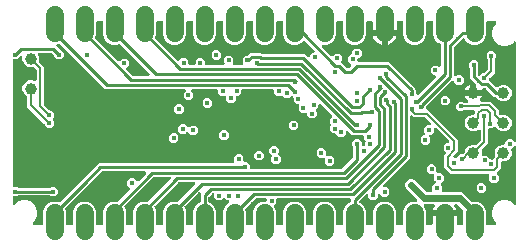
<source format=gbr>
G04 EAGLE Gerber RS-274X export*
G75*
%MOMM*%
%FSLAX34Y34*%
%LPD*%
%INBottom Copper*%
%IPPOS*%
%AMOC8*
5,1,8,0,0,1.08239X$1,22.5*%
G01*
%ADD10C,1.524000*%
%ADD11C,1.000000*%
%ADD12C,0.393200*%
%ADD13C,0.403200*%
%ADD14C,0.254000*%
%ADD15C,0.203200*%
%ADD16C,0.609600*%

G36*
X27296Y2606D02*
X27296Y2606D01*
X27415Y2613D01*
X27453Y2626D01*
X27494Y2631D01*
X27604Y2674D01*
X27717Y2711D01*
X27752Y2733D01*
X27789Y2748D01*
X27885Y2817D01*
X27986Y2881D01*
X28014Y2911D01*
X28047Y2934D01*
X28123Y3026D01*
X28204Y3113D01*
X28224Y3148D01*
X28249Y3179D01*
X28300Y3287D01*
X28358Y3391D01*
X28368Y3431D01*
X28385Y3467D01*
X28407Y3584D01*
X28437Y3699D01*
X28441Y3759D01*
X28445Y3779D01*
X28443Y3800D01*
X28447Y3860D01*
X28447Y14620D01*
X29917Y18168D01*
X32632Y20883D01*
X36180Y22353D01*
X40020Y22353D01*
X41402Y21780D01*
X41430Y21773D01*
X41456Y21759D01*
X41583Y21731D01*
X41708Y21697D01*
X41738Y21696D01*
X41767Y21690D01*
X41896Y21694D01*
X42026Y21691D01*
X42055Y21698D01*
X42085Y21699D01*
X42209Y21735D01*
X42336Y21766D01*
X42362Y21779D01*
X42390Y21788D01*
X42502Y21853D01*
X42617Y21914D01*
X42639Y21934D01*
X42664Y21949D01*
X42785Y22056D01*
X60027Y39298D01*
X62478Y41749D01*
X62510Y41761D01*
X62590Y41819D01*
X62675Y41870D01*
X62751Y41936D01*
X62767Y41948D01*
X62775Y41957D01*
X62796Y41976D01*
X75555Y54735D01*
X189046Y54735D01*
X189184Y54752D01*
X189322Y54765D01*
X189341Y54772D01*
X189362Y54775D01*
X189491Y54826D01*
X189622Y54873D01*
X189638Y54884D01*
X189657Y54892D01*
X189770Y54973D01*
X189885Y55051D01*
X189898Y55067D01*
X189915Y55078D01*
X190003Y55186D01*
X190095Y55290D01*
X190104Y55308D01*
X190117Y55323D01*
X190176Y55449D01*
X190240Y55573D01*
X190244Y55593D01*
X190253Y55611D01*
X190279Y55747D01*
X190309Y55883D01*
X190309Y55904D01*
X190313Y55923D01*
X190304Y56062D01*
X190300Y56201D01*
X190294Y56221D01*
X190293Y56241D01*
X190250Y56373D01*
X190211Y56507D01*
X190201Y56524D01*
X190195Y56543D01*
X190120Y56661D01*
X190050Y56781D01*
X190031Y56802D01*
X190025Y56812D01*
X190010Y56826D01*
X190001Y56836D01*
X190001Y60156D01*
X192344Y62499D01*
X195656Y62499D01*
X197999Y60156D01*
X197999Y57496D01*
X198014Y57378D01*
X198021Y57259D01*
X198034Y57221D01*
X198039Y57180D01*
X198082Y57070D01*
X198119Y56957D01*
X198141Y56922D01*
X198156Y56885D01*
X198225Y56789D01*
X198289Y56688D01*
X198319Y56660D01*
X198342Y56627D01*
X198434Y56551D01*
X198521Y56470D01*
X198556Y56450D01*
X198587Y56425D01*
X198695Y56374D01*
X198799Y56316D01*
X198839Y56306D01*
X198875Y56289D01*
X198992Y56267D01*
X199107Y56237D01*
X199167Y56233D01*
X199187Y56229D01*
X199208Y56231D01*
X199268Y56227D01*
X201177Y56227D01*
X203549Y53855D01*
X203549Y51432D01*
X203564Y51314D01*
X203571Y51195D01*
X203584Y51157D01*
X203589Y51116D01*
X203632Y51006D01*
X203669Y50893D01*
X203691Y50858D01*
X203706Y50821D01*
X203775Y50725D01*
X203839Y50624D01*
X203869Y50596D01*
X203892Y50563D01*
X203984Y50487D01*
X204071Y50406D01*
X204106Y50386D01*
X204137Y50361D01*
X204245Y50310D01*
X204349Y50252D01*
X204389Y50242D01*
X204425Y50225D01*
X204542Y50203D01*
X204657Y50173D01*
X204717Y50169D01*
X204737Y50165D01*
X204758Y50167D01*
X204818Y50163D01*
X280912Y50163D01*
X281010Y50175D01*
X281109Y50178D01*
X281168Y50195D01*
X281228Y50203D01*
X281320Y50239D01*
X281415Y50267D01*
X281467Y50297D01*
X281523Y50320D01*
X281603Y50378D01*
X281689Y50428D01*
X281764Y50494D01*
X281781Y50506D01*
X281788Y50516D01*
X281810Y50534D01*
X290326Y59050D01*
X290386Y59129D01*
X290454Y59201D01*
X290483Y59254D01*
X290520Y59302D01*
X290560Y59393D01*
X290608Y59479D01*
X290623Y59538D01*
X290647Y59593D01*
X290662Y59691D01*
X290687Y59787D01*
X290693Y59887D01*
X290697Y59908D01*
X290695Y59920D01*
X290697Y59948D01*
X290697Y68651D01*
X290685Y68749D01*
X290682Y68848D01*
X290665Y68907D01*
X290657Y68967D01*
X290621Y69059D01*
X290593Y69154D01*
X290563Y69206D01*
X290540Y69262D01*
X290482Y69342D01*
X290432Y69428D01*
X290366Y69503D01*
X290354Y69520D01*
X290344Y69528D01*
X290326Y69549D01*
X289951Y69923D01*
X289951Y73277D01*
X292323Y75649D01*
X295677Y75649D01*
X298049Y73277D01*
X298049Y71018D01*
X298064Y70900D01*
X298071Y70781D01*
X298084Y70743D01*
X298089Y70702D01*
X298132Y70592D01*
X298169Y70479D01*
X298191Y70444D01*
X298206Y70407D01*
X298275Y70311D01*
X298339Y70210D01*
X298369Y70182D01*
X298392Y70149D01*
X298484Y70073D01*
X298571Y69992D01*
X298606Y69972D01*
X298637Y69947D01*
X298745Y69896D01*
X298849Y69838D01*
X298889Y69828D01*
X298925Y69811D01*
X299042Y69789D01*
X299157Y69759D01*
X299217Y69755D01*
X299237Y69751D01*
X299258Y69753D01*
X299318Y69749D01*
X300100Y69749D01*
X300218Y69764D01*
X300337Y69771D01*
X300375Y69784D01*
X300416Y69789D01*
X300526Y69832D01*
X300639Y69869D01*
X300674Y69891D01*
X300711Y69906D01*
X300807Y69975D01*
X300908Y70039D01*
X300936Y70069D01*
X300969Y70092D01*
X301045Y70184D01*
X301126Y70271D01*
X301146Y70306D01*
X301171Y70337D01*
X301222Y70445D01*
X301280Y70549D01*
X301290Y70589D01*
X301307Y70625D01*
X301329Y70742D01*
X301359Y70857D01*
X301363Y70917D01*
X301367Y70937D01*
X301365Y70958D01*
X301369Y71018D01*
X301369Y72794D01*
X301370Y72796D01*
X301424Y72902D01*
X301433Y72942D01*
X301449Y72979D01*
X301468Y73097D01*
X301494Y73213D01*
X301493Y73253D01*
X301499Y73293D01*
X301488Y73411D01*
X301484Y73531D01*
X301473Y73569D01*
X301469Y73610D01*
X301429Y73722D01*
X301396Y73836D01*
X301376Y73871D01*
X301362Y73909D01*
X301295Y74008D01*
X301234Y74110D01*
X301195Y74155D01*
X301183Y74172D01*
X301168Y74186D01*
X301128Y74231D01*
X300001Y75358D01*
X300001Y77410D01*
X299986Y77528D01*
X299979Y77647D01*
X299966Y77685D01*
X299961Y77726D01*
X299918Y77836D01*
X299881Y77949D01*
X299859Y77984D01*
X299844Y78021D01*
X299775Y78117D01*
X299711Y78218D01*
X299681Y78246D01*
X299658Y78279D01*
X299566Y78355D01*
X299479Y78436D01*
X299444Y78456D01*
X299413Y78481D01*
X299305Y78532D01*
X299201Y78590D01*
X299161Y78600D01*
X299125Y78617D01*
X299008Y78639D01*
X298893Y78669D01*
X298833Y78673D01*
X298813Y78677D01*
X298792Y78675D01*
X298732Y78679D01*
X289853Y78679D01*
X286815Y81717D01*
X286706Y81802D01*
X286599Y81890D01*
X286580Y81899D01*
X286564Y81912D01*
X286436Y81967D01*
X286311Y82026D01*
X286291Y82030D01*
X286272Y82038D01*
X286134Y82060D01*
X285998Y82086D01*
X285978Y82085D01*
X285958Y82088D01*
X285819Y82075D01*
X285681Y82066D01*
X285662Y82060D01*
X285642Y82058D01*
X285510Y82011D01*
X285379Y81968D01*
X285361Y81957D01*
X285342Y81950D01*
X285227Y81872D01*
X285110Y81798D01*
X285096Y81783D01*
X285079Y81772D01*
X284987Y81667D01*
X284892Y81566D01*
X284882Y81549D01*
X284869Y81533D01*
X284805Y81409D01*
X284738Y81288D01*
X284733Y81268D01*
X284724Y81250D01*
X284694Y81114D01*
X284659Y80980D01*
X284657Y80952D01*
X284654Y80940D01*
X284655Y80919D01*
X284649Y80819D01*
X284649Y79623D01*
X282277Y77251D01*
X278923Y77251D01*
X276313Y79862D01*
X276234Y79922D01*
X276162Y79990D01*
X276109Y80019D01*
X276061Y80056D01*
X275970Y80096D01*
X275884Y80144D01*
X275825Y80159D01*
X275770Y80183D01*
X275672Y80198D01*
X275576Y80223D01*
X275476Y80229D01*
X275455Y80233D01*
X275443Y80231D01*
X275415Y80233D01*
X273553Y80233D01*
X271181Y82605D01*
X271181Y85959D01*
X271692Y86469D01*
X271765Y86563D01*
X271844Y86653D01*
X271862Y86689D01*
X271887Y86721D01*
X271934Y86830D01*
X271988Y86936D01*
X271997Y86975D01*
X272013Y87013D01*
X272032Y87130D01*
X272058Y87246D01*
X272057Y87287D01*
X272063Y87327D01*
X272052Y87445D01*
X272048Y87564D01*
X272037Y87603D01*
X272033Y87643D01*
X271993Y87755D01*
X271960Y87870D01*
X271939Y87905D01*
X271925Y87943D01*
X271859Y88041D01*
X271798Y88144D01*
X271758Y88189D01*
X271747Y88206D01*
X271732Y88219D01*
X271692Y88264D01*
X271233Y88723D01*
X271233Y92077D01*
X272947Y93790D01*
X273020Y93885D01*
X273098Y93974D01*
X273117Y94010D01*
X273142Y94042D01*
X273189Y94151D01*
X273243Y94257D01*
X273252Y94296D01*
X273268Y94334D01*
X273287Y94451D01*
X273313Y94567D01*
X273311Y94608D01*
X273318Y94648D01*
X273307Y94766D01*
X273303Y94885D01*
X273292Y94924D01*
X273288Y94964D01*
X273248Y95076D01*
X273215Y95191D01*
X273194Y95225D01*
X273180Y95264D01*
X273114Y95362D01*
X273053Y95465D01*
X273013Y95510D01*
X273002Y95527D01*
X272987Y95540D01*
X272947Y95585D01*
X263715Y104817D01*
X263606Y104902D01*
X263499Y104990D01*
X263480Y104999D01*
X263464Y105012D01*
X263336Y105067D01*
X263211Y105126D01*
X263191Y105130D01*
X263172Y105138D01*
X263034Y105160D01*
X262898Y105186D01*
X262878Y105185D01*
X262858Y105188D01*
X262719Y105175D01*
X262581Y105166D01*
X262562Y105160D01*
X262542Y105158D01*
X262410Y105111D01*
X262279Y105068D01*
X262261Y105057D01*
X262242Y105050D01*
X262127Y104972D01*
X262010Y104898D01*
X261996Y104883D01*
X261979Y104872D01*
X261887Y104768D01*
X261792Y104666D01*
X261782Y104648D01*
X261769Y104633D01*
X261705Y104509D01*
X261638Y104388D01*
X261633Y104368D01*
X261624Y104350D01*
X261594Y104214D01*
X261559Y104080D01*
X261557Y104052D01*
X261554Y104040D01*
X261555Y104019D01*
X261549Y103919D01*
X261549Y102237D01*
X259881Y100569D01*
X259808Y100475D01*
X259729Y100386D01*
X259711Y100350D01*
X259686Y100318D01*
X259639Y100209D01*
X259585Y100103D01*
X259576Y100063D01*
X259560Y100026D01*
X259541Y99908D01*
X259515Y99792D01*
X259516Y99752D01*
X259510Y99712D01*
X259521Y99593D01*
X259525Y99474D01*
X259536Y99436D01*
X259540Y99395D01*
X259580Y99283D01*
X259613Y99169D01*
X259633Y99134D01*
X259647Y99096D01*
X259714Y98998D01*
X259775Y98895D01*
X259814Y98850D01*
X259826Y98833D01*
X259841Y98819D01*
X259881Y98774D01*
X259999Y98656D01*
X259999Y95344D01*
X257656Y93001D01*
X254344Y93001D01*
X252001Y95344D01*
X252001Y96464D01*
X251986Y96582D01*
X251979Y96701D01*
X251966Y96739D01*
X251961Y96780D01*
X251918Y96890D01*
X251881Y97003D01*
X251859Y97038D01*
X251844Y97075D01*
X251775Y97171D01*
X251711Y97272D01*
X251681Y97300D01*
X251658Y97333D01*
X251566Y97409D01*
X251479Y97490D01*
X251444Y97510D01*
X251413Y97535D01*
X251305Y97586D01*
X251201Y97644D01*
X251161Y97654D01*
X251125Y97671D01*
X251008Y97693D01*
X250893Y97723D01*
X250833Y97727D01*
X250813Y97731D01*
X250792Y97729D01*
X250732Y97733D01*
X247010Y97733D01*
X244668Y100076D01*
X244668Y103404D01*
X244699Y103444D01*
X244788Y103551D01*
X244796Y103570D01*
X244809Y103586D01*
X244864Y103714D01*
X244923Y103839D01*
X244927Y103859D01*
X244935Y103878D01*
X244957Y104015D01*
X244983Y104152D01*
X244982Y104172D01*
X244985Y104192D01*
X244972Y104330D01*
X244963Y104469D01*
X244957Y104488D01*
X244955Y104508D01*
X244908Y104639D01*
X244865Y104771D01*
X244854Y104789D01*
X244848Y104808D01*
X244770Y104923D01*
X244695Y105040D01*
X244680Y105054D01*
X244669Y105071D01*
X244565Y105163D01*
X244463Y105258D01*
X244446Y105268D01*
X244431Y105281D01*
X244307Y105344D01*
X244185Y105412D01*
X244165Y105417D01*
X244147Y105426D01*
X244012Y105456D01*
X243877Y105491D01*
X243849Y105493D01*
X243837Y105496D01*
X243817Y105495D01*
X243716Y105501D01*
X242844Y105501D01*
X240501Y107844D01*
X240501Y110163D01*
X240489Y110261D01*
X240486Y110360D01*
X240469Y110419D01*
X240461Y110479D01*
X240425Y110571D01*
X240397Y110666D01*
X240367Y110718D01*
X240344Y110774D01*
X240286Y110855D01*
X240236Y110940D01*
X240170Y111015D01*
X240158Y111032D01*
X240148Y111040D01*
X240130Y111061D01*
X239820Y111370D01*
X239726Y111443D01*
X239637Y111522D01*
X239601Y111540D01*
X239569Y111565D01*
X239459Y111612D01*
X239354Y111666D01*
X239314Y111675D01*
X239277Y111691D01*
X239160Y111710D01*
X239043Y111736D01*
X239003Y111735D01*
X238963Y111741D01*
X238845Y111730D01*
X238725Y111726D01*
X238686Y111715D01*
X238646Y111711D01*
X238534Y111671D01*
X238420Y111638D01*
X238385Y111618D01*
X238347Y111604D01*
X238248Y111537D01*
X238146Y111476D01*
X238101Y111437D01*
X238084Y111425D01*
X238070Y111410D01*
X238025Y111370D01*
X236656Y110001D01*
X233344Y110001D01*
X231550Y111794D01*
X231456Y111867D01*
X231367Y111946D01*
X231331Y111965D01*
X231299Y111989D01*
X231190Y112037D01*
X231084Y112091D01*
X231044Y112100D01*
X231007Y112116D01*
X230890Y112134D01*
X230774Y112160D01*
X230733Y112159D01*
X230693Y112166D01*
X230574Y112154D01*
X230456Y112151D01*
X230417Y112140D01*
X230377Y112136D01*
X230264Y112095D01*
X230150Y112062D01*
X230115Y112042D01*
X230077Y112028D01*
X229979Y111961D01*
X229876Y111901D01*
X229831Y111861D01*
X229814Y111850D01*
X229801Y111834D01*
X229755Y111794D01*
X229656Y111695D01*
X226344Y111695D01*
X224001Y114038D01*
X224001Y116390D01*
X223986Y116508D01*
X223979Y116627D01*
X223966Y116665D01*
X223961Y116706D01*
X223918Y116816D01*
X223881Y116929D01*
X223859Y116964D01*
X223844Y117001D01*
X223775Y117097D01*
X223711Y117198D01*
X223681Y117226D01*
X223658Y117259D01*
X223566Y117335D01*
X223479Y117416D01*
X223444Y117436D01*
X223413Y117461D01*
X223305Y117512D01*
X223201Y117570D01*
X223161Y117580D01*
X223125Y117597D01*
X223008Y117619D01*
X222893Y117649D01*
X222833Y117653D01*
X222813Y117657D01*
X222792Y117655D01*
X222732Y117659D01*
X197624Y117659D01*
X197506Y117644D01*
X197387Y117637D01*
X197349Y117624D01*
X197308Y117619D01*
X197198Y117576D01*
X197084Y117539D01*
X197050Y117517D01*
X197013Y117502D01*
X196916Y117433D01*
X196816Y117369D01*
X196788Y117339D01*
X196755Y117316D01*
X196679Y117224D01*
X196598Y117137D01*
X196578Y117102D01*
X196552Y117071D01*
X196502Y116963D01*
X196444Y116859D01*
X196434Y116819D01*
X196417Y116783D01*
X196395Y116666D01*
X196365Y116551D01*
X196361Y116491D01*
X196357Y116471D01*
X196358Y116450D01*
X196355Y116390D01*
X196355Y114038D01*
X194012Y111695D01*
X192768Y111695D01*
X192650Y111680D01*
X192531Y111673D01*
X192493Y111660D01*
X192452Y111655D01*
X192342Y111612D01*
X192229Y111575D01*
X192194Y111553D01*
X192157Y111538D01*
X192061Y111469D01*
X191960Y111405D01*
X191932Y111375D01*
X191899Y111352D01*
X191823Y111260D01*
X191742Y111173D01*
X191722Y111138D01*
X191697Y111107D01*
X191646Y110999D01*
X191588Y110895D01*
X191578Y110855D01*
X191561Y110819D01*
X191539Y110702D01*
X191509Y110587D01*
X191505Y110527D01*
X191501Y110507D01*
X191503Y110486D01*
X191499Y110426D01*
X191499Y108344D01*
X189156Y106001D01*
X185844Y106001D01*
X183501Y108344D01*
X183501Y110426D01*
X183486Y110544D01*
X183479Y110663D01*
X183466Y110701D01*
X183461Y110742D01*
X183418Y110852D01*
X183381Y110965D01*
X183359Y111000D01*
X183344Y111037D01*
X183275Y111133D01*
X183211Y111234D01*
X183181Y111262D01*
X183158Y111295D01*
X183066Y111371D01*
X182979Y111452D01*
X182944Y111472D01*
X182913Y111497D01*
X182805Y111548D01*
X182701Y111606D01*
X182661Y111616D01*
X182625Y111633D01*
X182508Y111655D01*
X182393Y111685D01*
X182333Y111689D01*
X182313Y111693D01*
X182292Y111691D01*
X182232Y111695D01*
X178844Y111695D01*
X176501Y114038D01*
X176501Y116390D01*
X176486Y116508D01*
X176479Y116627D01*
X176466Y116665D01*
X176461Y116706D01*
X176418Y116816D01*
X176381Y116929D01*
X176359Y116964D01*
X176344Y117001D01*
X176275Y117097D01*
X176211Y117198D01*
X176181Y117226D01*
X176158Y117259D01*
X176066Y117335D01*
X175979Y117416D01*
X175944Y117436D01*
X175913Y117461D01*
X175805Y117512D01*
X175701Y117570D01*
X175661Y117580D01*
X175625Y117597D01*
X175508Y117619D01*
X175393Y117649D01*
X175333Y117653D01*
X175313Y117657D01*
X175292Y117655D01*
X175232Y117659D01*
X155060Y117659D01*
X154923Y117642D01*
X154784Y117629D01*
X154765Y117622D01*
X154744Y117619D01*
X154616Y117568D01*
X154484Y117521D01*
X154468Y117510D01*
X154449Y117502D01*
X154336Y117421D01*
X154221Y117343D01*
X154208Y117327D01*
X154191Y117316D01*
X154103Y117208D01*
X154011Y117104D01*
X154002Y117086D01*
X153989Y117071D01*
X153929Y116945D01*
X153866Y116821D01*
X153862Y116801D01*
X153853Y116783D01*
X153827Y116646D01*
X153797Y116511D01*
X153797Y116490D01*
X153793Y116471D01*
X153802Y116332D01*
X153806Y116193D01*
X153812Y116173D01*
X153813Y116153D01*
X153856Y116021D01*
X153895Y115887D01*
X153905Y115870D01*
X153911Y115851D01*
X153986Y115733D01*
X154056Y115613D01*
X154075Y115592D01*
X154081Y115582D01*
X154096Y115568D01*
X154163Y115493D01*
X155499Y114156D01*
X155499Y110844D01*
X153156Y108501D01*
X149844Y108501D01*
X147501Y110844D01*
X147501Y114156D01*
X148837Y115493D01*
X148923Y115602D01*
X149011Y115709D01*
X149020Y115728D01*
X149032Y115744D01*
X149088Y115872D01*
X149147Y115997D01*
X149151Y116017D01*
X149159Y116036D01*
X149181Y116174D01*
X149207Y116310D01*
X149205Y116330D01*
X149209Y116350D01*
X149196Y116489D01*
X149187Y116627D01*
X149181Y116646D01*
X149179Y116666D01*
X149132Y116797D01*
X149089Y116929D01*
X149078Y116947D01*
X149071Y116966D01*
X148993Y117081D01*
X148919Y117198D01*
X148904Y117212D01*
X148893Y117229D01*
X148788Y117321D01*
X148687Y117416D01*
X148669Y117426D01*
X148654Y117439D01*
X148530Y117503D01*
X148409Y117570D01*
X148389Y117575D01*
X148371Y117584D01*
X148235Y117614D01*
X148101Y117649D01*
X148073Y117651D01*
X148061Y117654D01*
X148040Y117653D01*
X147940Y117659D01*
X80870Y117659D01*
X78564Y119966D01*
X42785Y155744D01*
X42761Y155763D01*
X42742Y155785D01*
X42636Y155860D01*
X42534Y155939D01*
X42506Y155951D01*
X42482Y155968D01*
X42361Y156014D01*
X42242Y156066D01*
X42213Y156070D01*
X42185Y156081D01*
X42056Y156095D01*
X41928Y156116D01*
X41898Y156113D01*
X41869Y156116D01*
X41740Y156098D01*
X41611Y156086D01*
X41583Y156076D01*
X41554Y156072D01*
X41402Y156020D01*
X40505Y155648D01*
X40462Y155623D01*
X40415Y155607D01*
X40324Y155545D01*
X40228Y155490D01*
X40193Y155456D01*
X40152Y155428D01*
X40079Y155346D01*
X40000Y155269D01*
X39974Y155227D01*
X39941Y155190D01*
X39891Y155092D01*
X39834Y154998D01*
X39819Y154951D01*
X39797Y154906D01*
X39772Y154799D01*
X39740Y154694D01*
X39738Y154645D01*
X39727Y154596D01*
X39730Y154486D01*
X39725Y154376D01*
X39735Y154328D01*
X39737Y154278D01*
X39767Y154172D01*
X39789Y154065D01*
X39811Y154020D01*
X39825Y153973D01*
X39881Y153878D01*
X39929Y153779D01*
X39961Y153742D01*
X39986Y153699D01*
X40093Y153578D01*
X42300Y151370D01*
X42379Y151310D01*
X42451Y151242D01*
X42504Y151213D01*
X42552Y151176D01*
X42643Y151136D01*
X42729Y151088D01*
X42788Y151073D01*
X42843Y151049D01*
X42941Y151034D01*
X43037Y151009D01*
X43137Y151003D01*
X43158Y150999D01*
X43170Y151001D01*
X43198Y150999D01*
X43656Y150999D01*
X45999Y148656D01*
X45999Y145344D01*
X43656Y143001D01*
X40344Y143001D01*
X38001Y145344D01*
X38001Y145802D01*
X37989Y145900D01*
X37986Y145999D01*
X37969Y146058D01*
X37961Y146118D01*
X37925Y146210D01*
X37897Y146305D01*
X37867Y146357D01*
X37844Y146413D01*
X37786Y146493D01*
X37736Y146579D01*
X37670Y146654D01*
X37658Y146671D01*
X37648Y146679D01*
X37630Y146700D01*
X36004Y148326D01*
X35925Y148386D01*
X35853Y148454D01*
X35800Y148483D01*
X35752Y148520D01*
X35661Y148560D01*
X35575Y148608D01*
X35516Y148623D01*
X35461Y148647D01*
X35363Y148662D01*
X35267Y148687D01*
X35167Y148693D01*
X35146Y148697D01*
X35134Y148695D01*
X35106Y148697D01*
X25143Y148697D01*
X25094Y148691D01*
X25044Y148693D01*
X24937Y148671D01*
X24828Y148657D01*
X24781Y148639D01*
X24733Y148629D01*
X24634Y148581D01*
X24532Y148540D01*
X24492Y148511D01*
X24447Y148489D01*
X24364Y148418D01*
X24275Y148354D01*
X24243Y148315D01*
X24205Y148283D01*
X24142Y148193D01*
X24072Y148109D01*
X24051Y148064D01*
X24022Y148023D01*
X23983Y147920D01*
X23936Y147821D01*
X23927Y147772D01*
X23909Y147726D01*
X23897Y147616D01*
X23876Y147509D01*
X23879Y147459D01*
X23874Y147410D01*
X23889Y147301D01*
X23896Y147191D01*
X23911Y147144D01*
X23918Y147095D01*
X23970Y146942D01*
X24813Y144909D01*
X24813Y142111D01*
X24750Y141960D01*
X24742Y141931D01*
X24729Y141905D01*
X24700Y141778D01*
X24666Y141653D01*
X24666Y141623D01*
X24659Y141595D01*
X24663Y141465D01*
X24661Y141335D01*
X24668Y141306D01*
X24669Y141277D01*
X24705Y141152D01*
X24735Y141026D01*
X24749Y141000D01*
X24757Y140971D01*
X24823Y140860D01*
X24884Y140745D01*
X24904Y140723D01*
X24919Y140697D01*
X25025Y140576D01*
X26786Y138815D01*
X28944Y136658D01*
X28944Y105210D01*
X28956Y105111D01*
X28959Y105012D01*
X28976Y104954D01*
X28984Y104894D01*
X29020Y104802D01*
X29048Y104707D01*
X29078Y104655D01*
X29101Y104598D01*
X29159Y104518D01*
X29209Y104433D01*
X29275Y104358D01*
X29287Y104341D01*
X29297Y104333D01*
X29315Y104312D01*
X33757Y99870D01*
X33835Y99810D01*
X33907Y99742D01*
X33960Y99713D01*
X34008Y99676D01*
X34099Y99636D01*
X34186Y99588D01*
X34245Y99573D01*
X34300Y99549D01*
X34398Y99534D01*
X34494Y99509D01*
X34594Y99503D01*
X34614Y99499D01*
X34627Y99501D01*
X34655Y99499D01*
X35472Y99499D01*
X37815Y97156D01*
X37815Y93844D01*
X37119Y93147D01*
X37045Y93053D01*
X36967Y92964D01*
X36948Y92928D01*
X36924Y92896D01*
X36876Y92787D01*
X36822Y92681D01*
X36813Y92642D01*
X36797Y92604D01*
X36779Y92487D01*
X36753Y92371D01*
X36754Y92330D01*
X36747Y92290D01*
X36759Y92172D01*
X36762Y92053D01*
X36773Y92014D01*
X36777Y91974D01*
X36818Y91862D01*
X36851Y91747D01*
X36871Y91712D01*
X36885Y91674D01*
X36952Y91576D01*
X37012Y91473D01*
X37052Y91428D01*
X37063Y91411D01*
X37079Y91398D01*
X37119Y91352D01*
X37815Y90656D01*
X37815Y87344D01*
X35472Y85001D01*
X32160Y85001D01*
X29817Y87344D01*
X29817Y87345D01*
X29805Y87444D01*
X29802Y87543D01*
X29785Y87601D01*
X29777Y87661D01*
X29741Y87753D01*
X29713Y87848D01*
X29683Y87900D01*
X29660Y87957D01*
X29602Y88037D01*
X29552Y88122D01*
X29486Y88197D01*
X29474Y88214D01*
X29464Y88222D01*
X29446Y88243D01*
X14731Y102957D01*
X14731Y110913D01*
X14728Y110942D01*
X14730Y110971D01*
X14708Y111099D01*
X14691Y111228D01*
X14681Y111256D01*
X14676Y111285D01*
X14622Y111403D01*
X14574Y111524D01*
X14557Y111548D01*
X14545Y111575D01*
X14464Y111676D01*
X14388Y111781D01*
X14365Y111800D01*
X14346Y111823D01*
X14243Y111901D01*
X14143Y111984D01*
X14116Y111997D01*
X14092Y112014D01*
X13948Y112085D01*
X13796Y112148D01*
X11818Y114126D01*
X10747Y116711D01*
X10747Y119509D01*
X11818Y122094D01*
X13796Y124072D01*
X16381Y125143D01*
X19179Y125143D01*
X21091Y124351D01*
X21139Y124337D01*
X21184Y124316D01*
X21292Y124296D01*
X21398Y124267D01*
X21448Y124266D01*
X21497Y124257D01*
X21606Y124263D01*
X21716Y124262D01*
X21764Y124273D01*
X21814Y124276D01*
X21918Y124310D01*
X22025Y124336D01*
X22069Y124359D01*
X22116Y124374D01*
X22209Y124433D01*
X22306Y124484D01*
X22343Y124518D01*
X22385Y124544D01*
X22460Y124625D01*
X22542Y124698D01*
X22569Y124740D01*
X22603Y124776D01*
X22656Y124872D01*
X22716Y124964D01*
X22733Y125011D01*
X22757Y125055D01*
X22784Y125161D01*
X22820Y125265D01*
X22824Y125314D01*
X22836Y125363D01*
X22846Y125523D01*
X22846Y133606D01*
X22834Y133705D01*
X22831Y133804D01*
X22814Y133862D01*
X22806Y133922D01*
X22770Y134014D01*
X22742Y134109D01*
X22712Y134161D01*
X22689Y134218D01*
X22631Y134298D01*
X22581Y134383D01*
X22515Y134459D01*
X22503Y134475D01*
X22493Y134483D01*
X22475Y134504D01*
X20714Y136265D01*
X20690Y136283D01*
X20671Y136306D01*
X20565Y136380D01*
X20462Y136460D01*
X20435Y136472D01*
X20411Y136489D01*
X20290Y136534D01*
X20170Y136586D01*
X20141Y136591D01*
X20114Y136601D01*
X19985Y136616D01*
X19856Y136636D01*
X19827Y136633D01*
X19798Y136637D01*
X19669Y136618D01*
X19540Y136606D01*
X19512Y136596D01*
X19483Y136592D01*
X19330Y136540D01*
X19179Y136477D01*
X16381Y136477D01*
X13796Y137548D01*
X11818Y139526D01*
X10747Y142111D01*
X10747Y144472D01*
X10730Y144609D01*
X10717Y144748D01*
X10710Y144767D01*
X10707Y144788D01*
X10656Y144916D01*
X10609Y145048D01*
X10598Y145064D01*
X10590Y145083D01*
X10509Y145196D01*
X10431Y145311D01*
X10415Y145324D01*
X10404Y145341D01*
X10296Y145429D01*
X10192Y145521D01*
X10174Y145530D01*
X10159Y145543D01*
X10033Y145603D01*
X9909Y145666D01*
X9889Y145670D01*
X9871Y145679D01*
X9735Y145705D01*
X9599Y145735D01*
X9578Y145735D01*
X9559Y145739D01*
X9420Y145730D01*
X9281Y145726D01*
X9261Y145720D01*
X9241Y145719D01*
X9109Y145676D01*
X8975Y145637D01*
X8958Y145627D01*
X8939Y145621D01*
X8821Y145546D01*
X8701Y145476D01*
X8680Y145457D01*
X8670Y145451D01*
X8656Y145436D01*
X8581Y145369D01*
X6212Y143001D01*
X3860Y143001D01*
X3742Y142986D01*
X3623Y142979D01*
X3585Y142966D01*
X3544Y142961D01*
X3434Y142918D01*
X3321Y142881D01*
X3286Y142859D01*
X3249Y142844D01*
X3153Y142775D01*
X3052Y142711D01*
X3024Y142681D01*
X2991Y142658D01*
X2915Y142566D01*
X2834Y142479D01*
X2814Y142444D01*
X2789Y142413D01*
X2738Y142305D01*
X2680Y142201D01*
X2670Y142161D01*
X2653Y142125D01*
X2631Y142008D01*
X2601Y141893D01*
X2597Y141833D01*
X2593Y141813D01*
X2595Y141792D01*
X2591Y141732D01*
X2591Y36268D01*
X2606Y36150D01*
X2613Y36031D01*
X2626Y35993D01*
X2631Y35952D01*
X2674Y35842D01*
X2711Y35729D01*
X2733Y35694D01*
X2748Y35657D01*
X2817Y35561D01*
X2881Y35460D01*
X2911Y35432D01*
X2934Y35399D01*
X3026Y35323D01*
X3113Y35242D01*
X3148Y35222D01*
X3179Y35197D01*
X3287Y35146D01*
X3391Y35088D01*
X3431Y35078D01*
X3467Y35061D01*
X3584Y35039D01*
X3699Y35009D01*
X3759Y35005D01*
X3779Y35001D01*
X3800Y35003D01*
X3860Y34999D01*
X6656Y34999D01*
X6981Y34674D01*
X7059Y34614D01*
X7131Y34546D01*
X7184Y34517D01*
X7232Y34480D01*
X7323Y34440D01*
X7409Y34392D01*
X7468Y34377D01*
X7524Y34353D01*
X7622Y34338D01*
X7717Y34313D01*
X7817Y34307D01*
X7838Y34303D01*
X7850Y34305D01*
X7878Y34303D01*
X34122Y34303D01*
X34220Y34315D01*
X34319Y34318D01*
X34377Y34335D01*
X34437Y34343D01*
X34530Y34379D01*
X34625Y34407D01*
X34677Y34437D01*
X34733Y34460D01*
X34813Y34518D01*
X34899Y34568D01*
X34974Y34634D01*
X34990Y34646D01*
X34998Y34656D01*
X35008Y34665D01*
X35010Y34666D01*
X35011Y34667D01*
X35019Y34674D01*
X35344Y34999D01*
X38656Y34999D01*
X40999Y32656D01*
X40999Y29344D01*
X38656Y27001D01*
X35344Y27001D01*
X35019Y27326D01*
X34941Y27386D01*
X34869Y27454D01*
X34816Y27483D01*
X34768Y27520D01*
X34677Y27560D01*
X34591Y27608D01*
X34532Y27623D01*
X34476Y27647D01*
X34378Y27662D01*
X34283Y27687D01*
X34183Y27693D01*
X34162Y27697D01*
X34150Y27695D01*
X34122Y27697D01*
X7878Y27697D01*
X7780Y27685D01*
X7681Y27682D01*
X7623Y27665D01*
X7563Y27657D01*
X7470Y27621D01*
X7375Y27593D01*
X7323Y27563D01*
X7267Y27540D01*
X7187Y27482D01*
X7101Y27432D01*
X7026Y27366D01*
X7010Y27354D01*
X7002Y27344D01*
X6981Y27326D01*
X6656Y27001D01*
X3860Y27001D01*
X3742Y26986D01*
X3623Y26979D01*
X3585Y26966D01*
X3544Y26961D01*
X3434Y26918D01*
X3321Y26881D01*
X3286Y26859D01*
X3249Y26844D01*
X3153Y26775D01*
X3052Y26711D01*
X3024Y26681D01*
X2991Y26658D01*
X2915Y26566D01*
X2834Y26479D01*
X2814Y26444D01*
X2789Y26413D01*
X2738Y26305D01*
X2680Y26201D01*
X2670Y26161D01*
X2653Y26125D01*
X2631Y26008D01*
X2601Y25893D01*
X2597Y25833D01*
X2593Y25813D01*
X2595Y25792D01*
X2591Y25732D01*
X2591Y20922D01*
X2608Y20785D01*
X2621Y20646D01*
X2628Y20627D01*
X2631Y20607D01*
X2682Y20478D01*
X2729Y20347D01*
X2740Y20330D01*
X2748Y20311D01*
X2830Y20198D01*
X2907Y20084D01*
X2923Y20070D01*
X2934Y20054D01*
X3042Y19965D01*
X3146Y19873D01*
X3164Y19864D01*
X3179Y19851D01*
X3305Y19792D01*
X3429Y19729D01*
X3449Y19724D01*
X3467Y19716D01*
X3604Y19689D01*
X3739Y19659D01*
X3760Y19660D01*
X3779Y19656D01*
X3918Y19664D01*
X4057Y19669D01*
X4077Y19674D01*
X4097Y19675D01*
X4229Y19718D01*
X4363Y19757D01*
X4380Y19767D01*
X4399Y19774D01*
X4517Y19848D01*
X4637Y19919D01*
X4658Y19937D01*
X4668Y19944D01*
X4682Y19959D01*
X4757Y20025D01*
X6585Y21852D01*
X10553Y23496D01*
X14847Y23496D01*
X18815Y21852D01*
X21852Y18815D01*
X23496Y14847D01*
X23496Y10553D01*
X21852Y6585D01*
X20025Y4757D01*
X19940Y4648D01*
X19851Y4541D01*
X19842Y4522D01*
X19830Y4506D01*
X19775Y4378D01*
X19716Y4253D01*
X19712Y4233D01*
X19704Y4214D01*
X19682Y4076D01*
X19656Y3940D01*
X19657Y3920D01*
X19654Y3900D01*
X19667Y3761D01*
X19675Y3623D01*
X19682Y3604D01*
X19684Y3584D01*
X19731Y3452D01*
X19774Y3321D01*
X19784Y3303D01*
X19791Y3284D01*
X19869Y3169D01*
X19944Y3052D01*
X19958Y3038D01*
X19970Y3021D01*
X20074Y2929D01*
X20175Y2834D01*
X20193Y2824D01*
X20208Y2811D01*
X20332Y2747D01*
X20454Y2680D01*
X20473Y2675D01*
X20491Y2666D01*
X20627Y2636D01*
X20762Y2601D01*
X20790Y2599D01*
X20802Y2596D01*
X20822Y2597D01*
X20922Y2591D01*
X27178Y2591D01*
X27296Y2606D01*
G37*
G36*
X408864Y58064D02*
X408864Y58064D01*
X408983Y58071D01*
X409021Y58084D01*
X409062Y58089D01*
X409172Y58132D01*
X409285Y58169D01*
X409320Y58191D01*
X409357Y58206D01*
X409453Y58275D01*
X409554Y58339D01*
X409582Y58369D01*
X409615Y58392D01*
X409691Y58484D01*
X409772Y58571D01*
X409792Y58606D01*
X409817Y58637D01*
X409868Y58745D01*
X409926Y58849D01*
X409936Y58889D01*
X409953Y58925D01*
X409975Y59042D01*
X410005Y59157D01*
X410009Y59217D01*
X410013Y59237D01*
X410011Y59258D01*
X410015Y59318D01*
X410015Y59743D01*
X410839Y60566D01*
X410857Y60590D01*
X410880Y60609D01*
X410954Y60715D01*
X411034Y60818D01*
X411046Y60845D01*
X411063Y60869D01*
X411109Y60990D01*
X411160Y61110D01*
X411165Y61139D01*
X411175Y61166D01*
X411190Y61295D01*
X411210Y61424D01*
X411207Y61453D01*
X411211Y61482D01*
X411192Y61611D01*
X411180Y61740D01*
X411170Y61768D01*
X411166Y61797D01*
X411114Y61950D01*
X411051Y62101D01*
X411051Y64899D01*
X412122Y67484D01*
X414100Y69462D01*
X416685Y70533D01*
X418232Y70533D01*
X418350Y70548D01*
X418469Y70555D01*
X418507Y70568D01*
X418548Y70573D01*
X418658Y70616D01*
X418771Y70653D01*
X418806Y70675D01*
X418843Y70690D01*
X418939Y70759D01*
X419040Y70823D01*
X419068Y70853D01*
X419101Y70876D01*
X419177Y70968D01*
X419258Y71055D01*
X419278Y71090D01*
X419303Y71121D01*
X419354Y71229D01*
X419412Y71333D01*
X419422Y71373D01*
X419439Y71409D01*
X419461Y71526D01*
X419491Y71641D01*
X419495Y71701D01*
X419499Y71721D01*
X419497Y71742D01*
X419501Y71802D01*
X419501Y73156D01*
X421844Y75499D01*
X425156Y75499D01*
X427043Y73613D01*
X427152Y73527D01*
X427259Y73439D01*
X427278Y73430D01*
X427294Y73418D01*
X427422Y73362D01*
X427547Y73303D01*
X427567Y73299D01*
X427586Y73291D01*
X427724Y73269D01*
X427860Y73243D01*
X427880Y73245D01*
X427900Y73241D01*
X428039Y73254D01*
X428177Y73263D01*
X428196Y73269D01*
X428216Y73271D01*
X428348Y73318D01*
X428479Y73361D01*
X428497Y73372D01*
X428516Y73379D01*
X428631Y73457D01*
X428748Y73531D01*
X428762Y73546D01*
X428779Y73557D01*
X428871Y73662D01*
X428966Y73763D01*
X428976Y73781D01*
X428989Y73796D01*
X429053Y73920D01*
X429120Y74041D01*
X429125Y74061D01*
X429134Y74079D01*
X429164Y74215D01*
X429199Y74349D01*
X429201Y74377D01*
X429204Y74389D01*
X429203Y74410D01*
X429209Y74510D01*
X429209Y156878D01*
X429192Y157015D01*
X429179Y157154D01*
X429172Y157173D01*
X429169Y157193D01*
X429118Y157322D01*
X429071Y157453D01*
X429060Y157470D01*
X429052Y157489D01*
X428971Y157601D01*
X428893Y157716D01*
X428877Y157730D01*
X428866Y157746D01*
X428758Y157835D01*
X428654Y157927D01*
X428636Y157936D01*
X428621Y157949D01*
X428495Y158008D01*
X428371Y158071D01*
X428351Y158076D01*
X428333Y158084D01*
X428196Y158111D01*
X428061Y158141D01*
X428040Y158140D01*
X428021Y158144D01*
X427882Y158136D01*
X427743Y158131D01*
X427723Y158126D01*
X427703Y158125D01*
X427571Y158082D01*
X427437Y158043D01*
X427420Y158033D01*
X427401Y158026D01*
X427283Y157952D01*
X427163Y157881D01*
X427142Y157863D01*
X427132Y157856D01*
X427118Y157841D01*
X427043Y157775D01*
X425215Y155948D01*
X421247Y154304D01*
X416953Y154304D01*
X412985Y155948D01*
X409948Y158985D01*
X408304Y162953D01*
X408304Y167247D01*
X409948Y171215D01*
X411775Y173043D01*
X411860Y173152D01*
X411949Y173259D01*
X411958Y173278D01*
X411970Y173294D01*
X412025Y173422D01*
X412084Y173547D01*
X412088Y173567D01*
X412096Y173586D01*
X412118Y173724D01*
X412144Y173860D01*
X412143Y173880D01*
X412146Y173900D01*
X412133Y174039D01*
X412125Y174177D01*
X412118Y174196D01*
X412116Y174216D01*
X412069Y174348D01*
X412026Y174479D01*
X412016Y174497D01*
X412009Y174516D01*
X411931Y174631D01*
X411856Y174748D01*
X411842Y174762D01*
X411830Y174779D01*
X411726Y174871D01*
X411625Y174966D01*
X411607Y174976D01*
X411592Y174989D01*
X411468Y175053D01*
X411346Y175120D01*
X411327Y175125D01*
X411309Y175134D01*
X411173Y175164D01*
X411038Y175199D01*
X411010Y175201D01*
X410998Y175204D01*
X410978Y175203D01*
X410878Y175209D01*
X404622Y175209D01*
X404504Y175194D01*
X404385Y175187D01*
X404347Y175174D01*
X404306Y175169D01*
X404196Y175126D01*
X404083Y175089D01*
X404048Y175067D01*
X404011Y175052D01*
X403915Y174983D01*
X403814Y174919D01*
X403786Y174889D01*
X403753Y174866D01*
X403677Y174774D01*
X403596Y174687D01*
X403576Y174652D01*
X403551Y174621D01*
X403500Y174513D01*
X403442Y174409D01*
X403432Y174369D01*
X403415Y174333D01*
X403393Y174216D01*
X403363Y174101D01*
X403359Y174041D01*
X403355Y174021D01*
X403355Y174020D01*
X403357Y174000D01*
X403353Y173940D01*
X403353Y163180D01*
X401883Y159632D01*
X399168Y156917D01*
X395620Y155447D01*
X391780Y155447D01*
X388232Y156917D01*
X385517Y159632D01*
X385449Y159796D01*
X385424Y159839D01*
X385407Y159886D01*
X385346Y159977D01*
X385291Y160072D01*
X385257Y160108D01*
X385229Y160149D01*
X385146Y160222D01*
X385070Y160301D01*
X385028Y160327D01*
X384990Y160360D01*
X384893Y160410D01*
X384799Y160467D01*
X384751Y160482D01*
X384707Y160504D01*
X384600Y160528D01*
X384495Y160561D01*
X384445Y160563D01*
X384397Y160574D01*
X384287Y160571D01*
X384177Y160576D01*
X384129Y160566D01*
X384079Y160564D01*
X383974Y160534D01*
X383866Y160512D01*
X383821Y160490D01*
X383773Y160476D01*
X383679Y160420D01*
X383580Y160372D01*
X383542Y160340D01*
X383500Y160314D01*
X383379Y160208D01*
X382896Y159726D01*
X382836Y159647D01*
X382768Y159575D01*
X382739Y159522D01*
X382702Y159474D01*
X382662Y159384D01*
X382615Y159298D01*
X376546Y153230D01*
X376486Y153151D01*
X376418Y153079D01*
X376389Y153026D01*
X376352Y152978D01*
X376312Y152887D01*
X376264Y152801D01*
X376249Y152742D01*
X376225Y152687D01*
X376210Y152589D01*
X376185Y152493D01*
X376179Y152393D01*
X376175Y152372D01*
X376177Y152360D01*
X376175Y152332D01*
X376175Y129965D01*
X376192Y129827D01*
X376205Y129688D01*
X376212Y129669D01*
X376215Y129649D01*
X376266Y129520D01*
X376313Y129389D01*
X376324Y129372D01*
X376332Y129354D01*
X376413Y129241D01*
X376491Y129126D01*
X376507Y129113D01*
X376518Y129096D01*
X376626Y129007D01*
X376730Y128916D01*
X376748Y128906D01*
X376763Y128893D01*
X376889Y128834D01*
X377013Y128771D01*
X377033Y128766D01*
X377051Y128758D01*
X377188Y128732D01*
X377323Y128701D01*
X377344Y128702D01*
X377363Y128698D01*
X377502Y128707D01*
X377641Y128711D01*
X377661Y128717D01*
X377681Y128718D01*
X377813Y128761D01*
X377947Y128799D01*
X377964Y128810D01*
X377983Y128816D01*
X378101Y128890D01*
X378221Y128961D01*
X378242Y128979D01*
X378252Y128986D01*
X378266Y129001D01*
X378341Y129067D01*
X378703Y129429D01*
X382057Y129429D01*
X384429Y127057D01*
X384429Y123703D01*
X382057Y121332D01*
X378703Y121332D01*
X376323Y123711D01*
X376314Y123784D01*
X376301Y123923D01*
X376294Y123942D01*
X376292Y123962D01*
X376241Y124091D01*
X376193Y124222D01*
X376182Y124239D01*
X376175Y124258D01*
X376093Y124370D01*
X376015Y124485D01*
X376000Y124499D01*
X375988Y124515D01*
X375881Y124604D01*
X375776Y124696D01*
X375758Y124705D01*
X375743Y124718D01*
X375617Y124777D01*
X375493Y124840D01*
X375473Y124845D01*
X375455Y124853D01*
X375319Y124879D01*
X375183Y124910D01*
X375163Y124909D01*
X375143Y124913D01*
X375004Y124904D01*
X374865Y124900D01*
X374846Y124895D01*
X374825Y124893D01*
X374693Y124850D01*
X374560Y124812D01*
X374542Y124801D01*
X374523Y124795D01*
X374405Y124721D01*
X374286Y124650D01*
X374264Y124632D01*
X374254Y124625D01*
X374240Y124610D01*
X374165Y124544D01*
X353134Y103513D01*
X353073Y103435D01*
X353006Y103363D01*
X352976Y103310D01*
X352939Y103262D01*
X352900Y103171D01*
X352852Y103084D01*
X352837Y103026D01*
X352813Y102970D01*
X352797Y102872D01*
X352773Y102776D01*
X352766Y102676D01*
X352763Y102656D01*
X352764Y102644D01*
X352762Y102616D01*
X352762Y101318D01*
X352777Y101200D01*
X352785Y101081D01*
X352797Y101043D01*
X352802Y101002D01*
X352846Y100892D01*
X352883Y100779D01*
X352904Y100744D01*
X352919Y100707D01*
X352989Y100611D01*
X353053Y100510D01*
X353082Y100482D01*
X353106Y100449D01*
X353198Y100373D01*
X353285Y100292D01*
X353320Y100272D01*
X353351Y100247D01*
X353459Y100196D01*
X353563Y100138D01*
X353602Y100128D01*
X353639Y100111D01*
X353756Y100089D01*
X353871Y100059D01*
X353931Y100055D01*
X353951Y100051D01*
X353971Y100053D01*
X354032Y100049D01*
X354447Y100049D01*
X356604Y97891D01*
X377455Y77040D01*
X379613Y74883D01*
X379613Y64640D01*
X377455Y62482D01*
X376189Y61215D01*
X376104Y61106D01*
X376015Y60999D01*
X376006Y60980D01*
X375994Y60964D01*
X375938Y60837D01*
X375879Y60711D01*
X375875Y60691D01*
X375867Y60672D01*
X375845Y60534D01*
X375819Y60398D01*
X375821Y60378D01*
X375818Y60358D01*
X375831Y60219D01*
X375839Y60081D01*
X375845Y60062D01*
X375847Y60042D01*
X375895Y59910D01*
X375937Y59779D01*
X375948Y59761D01*
X375955Y59742D01*
X376033Y59627D01*
X376107Y59510D01*
X376122Y59496D01*
X376134Y59479D01*
X376238Y59387D01*
X376339Y59292D01*
X376357Y59282D01*
X376372Y59269D01*
X376496Y59205D01*
X376618Y59138D01*
X376637Y59133D01*
X376655Y59124D01*
X376791Y59094D01*
X376925Y59059D01*
X376954Y59057D01*
X376965Y59054D01*
X376986Y59055D01*
X377086Y59049D01*
X378000Y59049D01*
X378118Y59064D01*
X378237Y59071D01*
X378275Y59084D01*
X378316Y59089D01*
X378426Y59132D01*
X378539Y59169D01*
X378574Y59191D01*
X378611Y59206D01*
X378707Y59275D01*
X378808Y59339D01*
X378836Y59369D01*
X378869Y59392D01*
X378945Y59484D01*
X379026Y59571D01*
X379046Y59606D01*
X379071Y59637D01*
X379122Y59745D01*
X379180Y59849D01*
X379190Y59889D01*
X379207Y59925D01*
X379229Y60042D01*
X379259Y60157D01*
X379263Y60217D01*
X379267Y60237D01*
X379265Y60258D01*
X379269Y60318D01*
X379269Y60327D01*
X381641Y62699D01*
X382861Y62699D01*
X382960Y62711D01*
X383059Y62714D01*
X383117Y62731D01*
X383177Y62739D01*
X383269Y62775D01*
X383364Y62803D01*
X383416Y62833D01*
X383473Y62856D01*
X383553Y62914D01*
X383638Y62964D01*
X383713Y63030D01*
X383730Y63042D01*
X383738Y63052D01*
X383759Y63070D01*
X385518Y64830D01*
X385524Y64837D01*
X385531Y64843D01*
X385620Y64962D01*
X385713Y65081D01*
X385717Y65089D01*
X385722Y65097D01*
X385793Y65241D01*
X386722Y67484D01*
X388700Y69462D01*
X391285Y70533D01*
X394083Y70533D01*
X394234Y70470D01*
X394263Y70462D01*
X394289Y70449D01*
X394416Y70420D01*
X394541Y70386D01*
X394571Y70386D01*
X394599Y70379D01*
X394729Y70383D01*
X394859Y70381D01*
X394888Y70388D01*
X394917Y70389D01*
X395042Y70425D01*
X395168Y70455D01*
X395194Y70469D01*
X395223Y70477D01*
X395334Y70543D01*
X395449Y70604D01*
X395471Y70624D01*
X395497Y70639D01*
X395618Y70745D01*
X398580Y73707D01*
X398640Y73785D01*
X398708Y73857D01*
X398737Y73910D01*
X398774Y73958D01*
X398814Y74049D01*
X398862Y74136D01*
X398877Y74194D01*
X398901Y74250D01*
X398916Y74348D01*
X398941Y74444D01*
X398947Y74544D01*
X398951Y74564D01*
X398949Y74577D01*
X398951Y74605D01*
X398951Y82157D01*
X398934Y82295D01*
X398921Y82434D01*
X398914Y82453D01*
X398911Y82473D01*
X398860Y82602D01*
X398813Y82733D01*
X398802Y82750D01*
X398794Y82768D01*
X398713Y82881D01*
X398635Y82996D01*
X398619Y83009D01*
X398608Y83026D01*
X398500Y83115D01*
X398396Y83207D01*
X398378Y83216D01*
X398363Y83229D01*
X398237Y83288D01*
X398113Y83351D01*
X398093Y83356D01*
X398075Y83364D01*
X397939Y83390D01*
X397803Y83421D01*
X397782Y83420D01*
X397763Y83424D01*
X397624Y83415D01*
X397485Y83411D01*
X397465Y83405D01*
X397445Y83404D01*
X397313Y83361D01*
X397179Y83323D01*
X397162Y83312D01*
X397143Y83306D01*
X397025Y83232D01*
X396905Y83161D01*
X396884Y83143D01*
X396874Y83136D01*
X396860Y83121D01*
X396784Y83055D01*
X396668Y82938D01*
X394083Y81867D01*
X391285Y81867D01*
X388700Y82938D01*
X386722Y84916D01*
X385651Y87501D01*
X385651Y90299D01*
X386722Y92884D01*
X388700Y94862D01*
X391285Y95933D01*
X392618Y95933D01*
X392736Y95948D01*
X392855Y95955D01*
X392893Y95968D01*
X392934Y95973D01*
X393044Y96016D01*
X393157Y96053D01*
X393192Y96075D01*
X393229Y96090D01*
X393325Y96159D01*
X393426Y96223D01*
X393454Y96253D01*
X393487Y96276D01*
X393563Y96368D01*
X393644Y96455D01*
X393664Y96490D01*
X393689Y96521D01*
X393740Y96629D01*
X393798Y96733D01*
X393808Y96773D01*
X393825Y96809D01*
X393847Y96926D01*
X393877Y97041D01*
X393881Y97101D01*
X393885Y97121D01*
X393883Y97142D01*
X393887Y97202D01*
X393887Y98682D01*
X393872Y98800D01*
X393865Y98919D01*
X393852Y98957D01*
X393847Y98998D01*
X393804Y99108D01*
X393767Y99221D01*
X393745Y99256D01*
X393730Y99293D01*
X393661Y99389D01*
X393597Y99490D01*
X393567Y99518D01*
X393544Y99551D01*
X393452Y99627D01*
X393365Y99708D01*
X393330Y99728D01*
X393299Y99753D01*
X393191Y99804D01*
X393087Y99862D01*
X393047Y99872D01*
X393011Y99889D01*
X392894Y99911D01*
X392779Y99941D01*
X392719Y99945D01*
X392699Y99949D01*
X392678Y99947D01*
X392618Y99951D01*
X385203Y99951D01*
X385105Y99939D01*
X385006Y99936D01*
X384947Y99919D01*
X384887Y99911D01*
X384795Y99875D01*
X384700Y99847D01*
X384648Y99817D01*
X384592Y99794D01*
X384512Y99736D01*
X384426Y99686D01*
X384351Y99620D01*
X384334Y99608D01*
X384326Y99598D01*
X384305Y99580D01*
X383677Y98951D01*
X380323Y98951D01*
X377951Y101323D01*
X377951Y104677D01*
X380323Y107049D01*
X383677Y107049D01*
X384305Y106420D01*
X384384Y106360D01*
X384456Y106292D01*
X384509Y106263D01*
X384557Y106226D01*
X384648Y106186D01*
X384734Y106138D01*
X384793Y106123D01*
X384848Y106099D01*
X384946Y106084D01*
X385042Y106059D01*
X385142Y106053D01*
X385163Y106049D01*
X385175Y106051D01*
X385203Y106049D01*
X387276Y106049D01*
X387380Y106062D01*
X387484Y106066D01*
X387537Y106082D01*
X387591Y106089D01*
X387688Y106127D01*
X387789Y106157D01*
X387836Y106185D01*
X387887Y106206D01*
X387972Y106267D01*
X388061Y106321D01*
X388100Y106360D01*
X388144Y106392D01*
X388211Y106473D01*
X388284Y106547D01*
X388312Y106595D01*
X388347Y106637D01*
X388392Y106732D01*
X388444Y106822D01*
X388459Y106875D01*
X388483Y106925D01*
X388502Y107028D01*
X388531Y107128D01*
X388532Y107183D01*
X388542Y107237D01*
X388536Y107342D01*
X388539Y107446D01*
X388526Y107500D01*
X388523Y107555D01*
X388491Y107654D01*
X388467Y107756D01*
X388442Y107805D01*
X388425Y107857D01*
X388369Y107946D01*
X388321Y108039D01*
X388284Y108080D01*
X388255Y108126D01*
X388178Y108198D01*
X388109Y108276D01*
X388039Y108329D01*
X388023Y108344D01*
X388010Y108351D01*
X387981Y108373D01*
X387877Y108443D01*
X386827Y109493D01*
X386001Y110728D01*
X385557Y111801D01*
X391454Y111801D01*
X391572Y111816D01*
X391691Y111823D01*
X391729Y111835D01*
X391769Y111841D01*
X391880Y111884D01*
X391993Y111921D01*
X392027Y111943D01*
X392065Y111958D01*
X392161Y112027D01*
X392262Y112091D01*
X392290Y112121D01*
X392322Y112144D01*
X392398Y112236D01*
X392480Y112323D01*
X392499Y112358D01*
X392525Y112389D01*
X392576Y112497D01*
X392633Y112601D01*
X392643Y112641D01*
X392661Y112677D01*
X392681Y112784D01*
X392685Y112754D01*
X392729Y112644D01*
X392765Y112531D01*
X392787Y112496D01*
X392802Y112459D01*
X392872Y112362D01*
X392935Y112262D01*
X392965Y112234D01*
X392989Y112201D01*
X393080Y112125D01*
X393167Y112044D01*
X393202Y112024D01*
X393234Y111999D01*
X393341Y111948D01*
X393446Y111890D01*
X393485Y111880D01*
X393521Y111863D01*
X393638Y111841D01*
X393754Y111811D01*
X393814Y111807D01*
X393834Y111803D01*
X393854Y111805D01*
X393914Y111801D01*
X399811Y111801D01*
X399367Y110728D01*
X398541Y109493D01*
X398392Y109344D01*
X398307Y109234D01*
X398218Y109127D01*
X398209Y109108D01*
X398197Y109092D01*
X398141Y108964D01*
X398082Y108839D01*
X398078Y108819D01*
X398070Y108800D01*
X398049Y108663D01*
X398022Y108526D01*
X398024Y108506D01*
X398021Y108486D01*
X398034Y108348D01*
X398042Y108209D01*
X398048Y108190D01*
X398050Y108170D01*
X398098Y108039D01*
X398140Y107907D01*
X398151Y107889D01*
X398158Y107870D01*
X398236Y107756D01*
X398310Y107638D01*
X398325Y107624D01*
X398337Y107607D01*
X398441Y107515D01*
X398542Y107420D01*
X398560Y107410D01*
X398575Y107397D01*
X398699Y107334D01*
X398821Y107266D01*
X398840Y107261D01*
X398858Y107252D01*
X398994Y107222D01*
X399128Y107187D01*
X399156Y107185D01*
X399168Y107182D01*
X399189Y107183D01*
X399289Y107177D01*
X407044Y107177D01*
X414177Y100044D01*
X414177Y97645D01*
X414189Y97546D01*
X414192Y97447D01*
X414209Y97389D01*
X414217Y97329D01*
X414253Y97237D01*
X414281Y97142D01*
X414311Y97090D01*
X414334Y97033D01*
X414392Y96953D01*
X414442Y96868D01*
X414508Y96793D01*
X414520Y96776D01*
X414530Y96768D01*
X414548Y96747D01*
X415150Y96145D01*
X415174Y96127D01*
X415193Y96104D01*
X415299Y96030D01*
X415402Y95950D01*
X415429Y95938D01*
X415453Y95921D01*
X415574Y95876D01*
X415694Y95824D01*
X415723Y95819D01*
X415750Y95809D01*
X415879Y95794D01*
X416008Y95774D01*
X416037Y95777D01*
X416066Y95773D01*
X416195Y95792D01*
X416324Y95804D01*
X416352Y95814D01*
X416381Y95818D01*
X416534Y95870D01*
X416685Y95933D01*
X419483Y95933D01*
X422068Y94862D01*
X424046Y92884D01*
X425117Y90299D01*
X425117Y87501D01*
X424046Y84916D01*
X422068Y82938D01*
X419483Y81867D01*
X416685Y81867D01*
X414100Y82938D01*
X412122Y84916D01*
X411995Y85223D01*
X411970Y85266D01*
X411953Y85313D01*
X411892Y85404D01*
X411837Y85499D01*
X411803Y85535D01*
X411775Y85576D01*
X411693Y85649D01*
X411616Y85728D01*
X411574Y85754D01*
X411536Y85787D01*
X411439Y85837D01*
X411345Y85894D01*
X411297Y85909D01*
X411253Y85931D01*
X411146Y85955D01*
X411041Y85988D01*
X410991Y85990D01*
X410943Y86001D01*
X410833Y85998D01*
X410723Y86003D01*
X410675Y85993D01*
X410625Y85991D01*
X410519Y85961D01*
X410412Y85939D01*
X410367Y85917D01*
X410319Y85903D01*
X410225Y85847D01*
X410126Y85799D01*
X410088Y85767D01*
X410046Y85741D01*
X409925Y85635D01*
X408741Y84451D01*
X406318Y84451D01*
X406200Y84436D01*
X406081Y84429D01*
X406043Y84416D01*
X406002Y84411D01*
X405892Y84368D01*
X405779Y84331D01*
X405744Y84309D01*
X405707Y84294D01*
X405611Y84225D01*
X405510Y84161D01*
X405482Y84131D01*
X405449Y84108D01*
X405373Y84016D01*
X405292Y83929D01*
X405272Y83894D01*
X405247Y83863D01*
X405196Y83755D01*
X405138Y83651D01*
X405128Y83611D01*
X405111Y83575D01*
X405089Y83458D01*
X405059Y83343D01*
X405055Y83283D01*
X405051Y83263D01*
X405053Y83242D01*
X405049Y83182D01*
X405049Y71553D01*
X402891Y69396D01*
X399929Y66434D01*
X399911Y66410D01*
X399888Y66391D01*
X399814Y66285D01*
X399734Y66182D01*
X399722Y66155D01*
X399705Y66131D01*
X399660Y66010D01*
X399608Y65890D01*
X399603Y65861D01*
X399593Y65834D01*
X399578Y65705D01*
X399558Y65576D01*
X399561Y65547D01*
X399557Y65518D01*
X399576Y65389D01*
X399588Y65260D01*
X399598Y65232D01*
X399602Y65203D01*
X399654Y65050D01*
X399717Y64899D01*
X399717Y62606D01*
X399732Y62488D01*
X399739Y62369D01*
X399752Y62331D01*
X399757Y62290D01*
X399800Y62180D01*
X399837Y62066D01*
X399859Y62032D01*
X399874Y61995D01*
X399943Y61898D01*
X400007Y61798D01*
X400037Y61770D01*
X400060Y61737D01*
X400152Y61661D01*
X400239Y61580D01*
X400274Y61560D01*
X400305Y61535D01*
X400413Y61484D01*
X400517Y61426D01*
X400557Y61416D01*
X400593Y61399D01*
X400710Y61377D01*
X400825Y61347D01*
X400885Y61343D01*
X400905Y61339D01*
X400926Y61340D01*
X400986Y61337D01*
X404389Y61337D01*
X406850Y58876D01*
X406881Y58779D01*
X406903Y58744D01*
X406918Y58707D01*
X406988Y58611D01*
X407051Y58510D01*
X407081Y58482D01*
X407105Y58449D01*
X407196Y58373D01*
X407283Y58292D01*
X407318Y58272D01*
X407350Y58247D01*
X407457Y58196D01*
X407561Y58138D01*
X407601Y58128D01*
X407637Y58111D01*
X407754Y58089D01*
X407869Y58059D01*
X407930Y58055D01*
X407950Y58051D01*
X407970Y58053D01*
X408030Y58049D01*
X408746Y58049D01*
X408864Y58064D01*
G37*
G36*
X306696Y2606D02*
X306696Y2606D01*
X306815Y2613D01*
X306853Y2626D01*
X306894Y2631D01*
X307004Y2674D01*
X307117Y2711D01*
X307152Y2733D01*
X307189Y2748D01*
X307285Y2817D01*
X307386Y2881D01*
X307414Y2911D01*
X307447Y2934D01*
X307523Y3026D01*
X307604Y3113D01*
X307624Y3148D01*
X307649Y3179D01*
X307700Y3287D01*
X307758Y3391D01*
X307768Y3431D01*
X307785Y3467D01*
X307807Y3584D01*
X307837Y3699D01*
X307841Y3759D01*
X307845Y3779D01*
X307843Y3800D01*
X307847Y3860D01*
X307847Y14620D01*
X309317Y18168D01*
X312032Y20883D01*
X315580Y22353D01*
X319420Y22353D01*
X322968Y20883D01*
X325683Y18168D01*
X327153Y14620D01*
X327153Y3860D01*
X327168Y3742D01*
X327175Y3623D01*
X327188Y3585D01*
X327193Y3544D01*
X327236Y3434D01*
X327273Y3321D01*
X327295Y3286D01*
X327310Y3249D01*
X327379Y3153D01*
X327443Y3052D01*
X327473Y3024D01*
X327496Y2991D01*
X327588Y2915D01*
X327675Y2834D01*
X327710Y2814D01*
X327741Y2789D01*
X327849Y2738D01*
X327953Y2680D01*
X327993Y2670D01*
X328029Y2653D01*
X328146Y2631D01*
X328261Y2601D01*
X328321Y2597D01*
X328341Y2593D01*
X328362Y2595D01*
X328422Y2591D01*
X331978Y2591D01*
X332096Y2606D01*
X332215Y2613D01*
X332253Y2626D01*
X332294Y2631D01*
X332404Y2674D01*
X332517Y2711D01*
X332552Y2733D01*
X332589Y2748D01*
X332685Y2817D01*
X332786Y2881D01*
X332814Y2911D01*
X332847Y2934D01*
X332923Y3026D01*
X333004Y3113D01*
X333024Y3148D01*
X333049Y3179D01*
X333100Y3287D01*
X333158Y3391D01*
X333168Y3431D01*
X333185Y3467D01*
X333207Y3584D01*
X333237Y3699D01*
X333241Y3759D01*
X333245Y3779D01*
X333243Y3800D01*
X333247Y3860D01*
X333247Y14620D01*
X334717Y18168D01*
X337432Y20883D01*
X340980Y22353D01*
X343898Y22353D01*
X344035Y22370D01*
X344174Y22383D01*
X344193Y22390D01*
X344213Y22393D01*
X344342Y22444D01*
X344473Y22491D01*
X344490Y22502D01*
X344509Y22510D01*
X344621Y22591D01*
X344737Y22669D01*
X344750Y22685D01*
X344766Y22696D01*
X344855Y22804D01*
X344947Y22908D01*
X344956Y22926D01*
X344969Y22941D01*
X345028Y23067D01*
X345092Y23191D01*
X345096Y23211D01*
X345105Y23229D01*
X345131Y23365D01*
X345161Y23501D01*
X345161Y23522D01*
X345164Y23541D01*
X345156Y23680D01*
X345152Y23819D01*
X345146Y23839D01*
X345145Y23859D01*
X345102Y23991D01*
X345063Y24125D01*
X345053Y24142D01*
X345047Y24161D01*
X344972Y24279D01*
X344902Y24399D01*
X344883Y24420D01*
X344877Y24430D01*
X344862Y24444D01*
X344795Y24519D01*
X335693Y33622D01*
X334919Y35489D01*
X334919Y37511D01*
X335693Y39378D01*
X337122Y40807D01*
X338989Y41581D01*
X341011Y41581D01*
X342878Y40807D01*
X352833Y30852D01*
X352911Y30792D01*
X352983Y30724D01*
X353036Y30695D01*
X353084Y30658D01*
X353175Y30618D01*
X353262Y30570D01*
X353320Y30555D01*
X353376Y30531D01*
X353474Y30516D01*
X353570Y30491D01*
X353670Y30485D01*
X353690Y30481D01*
X353702Y30483D01*
X353730Y30481D01*
X356729Y30481D01*
X356867Y30498D01*
X357006Y30511D01*
X357025Y30518D01*
X357045Y30521D01*
X357174Y30572D01*
X357305Y30619D01*
X357322Y30630D01*
X357340Y30638D01*
X357453Y30719D01*
X357568Y30798D01*
X357582Y30813D01*
X357598Y30824D01*
X357687Y30932D01*
X357779Y31036D01*
X357788Y31054D01*
X357801Y31069D01*
X357860Y31195D01*
X357923Y31319D01*
X357928Y31339D01*
X357936Y31357D01*
X357962Y31494D01*
X357993Y31630D01*
X357992Y31650D01*
X357996Y31669D01*
X357987Y31808D01*
X357983Y31948D01*
X357977Y31967D01*
X357976Y31987D01*
X357951Y32064D01*
X357951Y35677D01*
X360608Y38334D01*
X360681Y38428D01*
X360760Y38517D01*
X360778Y38553D01*
X360803Y38585D01*
X360850Y38694D01*
X360904Y38800D01*
X360913Y38840D01*
X360929Y38877D01*
X360948Y38995D01*
X360974Y39111D01*
X360973Y39151D01*
X360979Y39191D01*
X360968Y39309D01*
X360964Y39428D01*
X360953Y39467D01*
X360949Y39508D01*
X360909Y39620D01*
X360876Y39734D01*
X360855Y39769D01*
X360842Y39807D01*
X360775Y39905D01*
X360714Y40008D01*
X360675Y40053D01*
X360663Y40070D01*
X360648Y40084D01*
X360608Y40129D01*
X359756Y40981D01*
X359756Y44853D01*
X359741Y44972D01*
X359733Y45090D01*
X359721Y45129D01*
X359716Y45169D01*
X359672Y45280D01*
X359635Y45393D01*
X359614Y45427D01*
X359599Y45465D01*
X359529Y45561D01*
X359465Y45661D01*
X359436Y45689D01*
X359412Y45722D01*
X359320Y45798D01*
X359234Y45879D01*
X359198Y45899D01*
X359167Y45925D01*
X359059Y45975D01*
X358955Y46033D01*
X358916Y46043D01*
X358879Y46060D01*
X358763Y46083D01*
X358647Y46112D01*
X358587Y46116D01*
X358567Y46120D01*
X358547Y46119D01*
X358487Y46123D01*
X355590Y46123D01*
X353218Y48494D01*
X353218Y51848D01*
X355590Y54220D01*
X358944Y54220D01*
X361316Y51848D01*
X361316Y47976D01*
X361330Y47858D01*
X361338Y47739D01*
X361350Y47700D01*
X361355Y47660D01*
X361399Y47550D01*
X361436Y47436D01*
X361458Y47402D01*
X361472Y47365D01*
X361542Y47268D01*
X361606Y47168D01*
X361636Y47140D01*
X361659Y47107D01*
X361751Y47031D01*
X361838Y46950D01*
X361873Y46930D01*
X361904Y46904D01*
X362012Y46854D01*
X362116Y46796D01*
X362155Y46786D01*
X362192Y46769D01*
X362309Y46747D01*
X362424Y46717D01*
X362484Y46713D01*
X362504Y46709D01*
X362525Y46710D01*
X362585Y46707D01*
X365482Y46707D01*
X367853Y44335D01*
X367853Y40981D01*
X365197Y38324D01*
X365124Y38230D01*
X365045Y38141D01*
X365026Y38105D01*
X365002Y38073D01*
X364954Y37964D01*
X364900Y37858D01*
X364891Y37818D01*
X364875Y37781D01*
X364857Y37663D01*
X364831Y37547D01*
X364832Y37507D01*
X364825Y37467D01*
X364837Y37348D01*
X364840Y37229D01*
X364852Y37191D01*
X364855Y37150D01*
X364896Y37038D01*
X364929Y36924D01*
X364949Y36889D01*
X364963Y36851D01*
X365030Y36753D01*
X365090Y36650D01*
X365130Y36605D01*
X365141Y36588D01*
X365157Y36574D01*
X365197Y36529D01*
X366049Y35677D01*
X366049Y32084D01*
X366030Y31967D01*
X366004Y31830D01*
X366005Y31810D01*
X366002Y31791D01*
X366015Y31652D01*
X366024Y31513D01*
X366030Y31494D01*
X366032Y31474D01*
X366079Y31343D01*
X366122Y31211D01*
X366133Y31194D01*
X366139Y31175D01*
X366217Y31060D01*
X366292Y30942D01*
X366307Y30928D01*
X366318Y30912D01*
X366422Y30820D01*
X366524Y30724D01*
X366541Y30714D01*
X366556Y30701D01*
X366680Y30638D01*
X366802Y30570D01*
X366821Y30565D01*
X366839Y30556D01*
X366976Y30526D01*
X367110Y30491D01*
X367138Y30489D01*
X367150Y30487D01*
X367170Y30487D01*
X367271Y30481D01*
X382011Y30481D01*
X383878Y29707D01*
X390861Y22724D01*
X390939Y22664D01*
X391011Y22596D01*
X391064Y22567D01*
X391112Y22530D01*
X391203Y22490D01*
X391290Y22442D01*
X391348Y22427D01*
X391404Y22403D01*
X391502Y22388D01*
X391598Y22363D01*
X391698Y22357D01*
X391718Y22353D01*
X391730Y22355D01*
X391758Y22353D01*
X395620Y22353D01*
X399168Y20883D01*
X401883Y18168D01*
X403353Y14620D01*
X403353Y3860D01*
X403368Y3742D01*
X403375Y3623D01*
X403388Y3585D01*
X403393Y3544D01*
X403436Y3434D01*
X403473Y3321D01*
X403495Y3286D01*
X403510Y3249D01*
X403579Y3153D01*
X403643Y3052D01*
X403673Y3024D01*
X403696Y2991D01*
X403788Y2915D01*
X403875Y2834D01*
X403910Y2814D01*
X403941Y2789D01*
X404049Y2738D01*
X404153Y2680D01*
X404193Y2670D01*
X404229Y2653D01*
X404346Y2631D01*
X404461Y2601D01*
X404521Y2597D01*
X404541Y2593D01*
X404562Y2595D01*
X404622Y2591D01*
X410878Y2591D01*
X411015Y2608D01*
X411154Y2621D01*
X411173Y2628D01*
X411193Y2631D01*
X411322Y2682D01*
X411453Y2729D01*
X411470Y2740D01*
X411489Y2748D01*
X411601Y2829D01*
X411716Y2907D01*
X411730Y2923D01*
X411746Y2934D01*
X411835Y3042D01*
X411927Y3146D01*
X411936Y3164D01*
X411949Y3179D01*
X412008Y3305D01*
X412071Y3429D01*
X412076Y3449D01*
X412084Y3467D01*
X412111Y3604D01*
X412141Y3739D01*
X412140Y3760D01*
X412144Y3779D01*
X412136Y3918D01*
X412131Y4057D01*
X412126Y4077D01*
X412125Y4097D01*
X412082Y4229D01*
X412043Y4363D01*
X412033Y4380D01*
X412026Y4399D01*
X411952Y4517D01*
X411881Y4637D01*
X411863Y4658D01*
X411856Y4668D01*
X411841Y4682D01*
X411775Y4757D01*
X409948Y6585D01*
X408304Y10553D01*
X408304Y14847D01*
X409948Y18815D01*
X412985Y21852D01*
X416953Y23496D01*
X421247Y23496D01*
X425215Y21852D01*
X427043Y20025D01*
X427152Y19940D01*
X427259Y19851D01*
X427278Y19842D01*
X427294Y19830D01*
X427422Y19775D01*
X427547Y19716D01*
X427567Y19712D01*
X427586Y19704D01*
X427724Y19682D01*
X427860Y19656D01*
X427880Y19657D01*
X427900Y19654D01*
X428039Y19667D01*
X428177Y19675D01*
X428196Y19682D01*
X428216Y19684D01*
X428348Y19731D01*
X428479Y19774D01*
X428497Y19784D01*
X428516Y19791D01*
X428631Y19869D01*
X428748Y19944D01*
X428762Y19958D01*
X428779Y19970D01*
X428871Y20074D01*
X428966Y20175D01*
X428976Y20193D01*
X428989Y20208D01*
X429053Y20332D01*
X429120Y20454D01*
X429125Y20473D01*
X429134Y20491D01*
X429164Y20627D01*
X429199Y20762D01*
X429201Y20790D01*
X429204Y20802D01*
X429203Y20822D01*
X429209Y20922D01*
X429209Y68490D01*
X429192Y68627D01*
X429179Y68766D01*
X429172Y68785D01*
X429169Y68806D01*
X429118Y68934D01*
X429071Y69066D01*
X429060Y69082D01*
X429052Y69101D01*
X428971Y69214D01*
X428893Y69329D01*
X428877Y69342D01*
X428866Y69359D01*
X428758Y69447D01*
X428654Y69539D01*
X428636Y69548D01*
X428621Y69561D01*
X428495Y69621D01*
X428371Y69684D01*
X428351Y69688D01*
X428333Y69697D01*
X428197Y69723D01*
X428061Y69753D01*
X428040Y69753D01*
X428021Y69757D01*
X427882Y69748D01*
X427743Y69744D01*
X427723Y69738D01*
X427703Y69737D01*
X427571Y69694D01*
X427437Y69655D01*
X427420Y69645D01*
X427401Y69639D01*
X427283Y69564D01*
X427163Y69494D01*
X427142Y69475D01*
X427132Y69469D01*
X427118Y69454D01*
X427043Y69387D01*
X424966Y67311D01*
X424948Y67287D01*
X424925Y67268D01*
X424851Y67162D01*
X424771Y67059D01*
X424759Y67032D01*
X424742Y67008D01*
X424696Y66887D01*
X424645Y66768D01*
X424640Y66738D01*
X424629Y66711D01*
X424615Y66582D01*
X424595Y66453D01*
X424597Y66424D01*
X424594Y66395D01*
X424612Y66266D01*
X424624Y66137D01*
X424634Y66109D01*
X424639Y66080D01*
X424691Y65928D01*
X425117Y64899D01*
X425117Y62101D01*
X424046Y59516D01*
X422068Y57538D01*
X419483Y56467D01*
X417382Y56467D01*
X417264Y56452D01*
X417145Y56445D01*
X417107Y56432D01*
X417066Y56427D01*
X416956Y56384D01*
X416843Y56347D01*
X416808Y56325D01*
X416771Y56310D01*
X416675Y56241D01*
X416574Y56177D01*
X416546Y56147D01*
X416513Y56124D01*
X416437Y56032D01*
X416356Y55945D01*
X416336Y55910D01*
X416311Y55879D01*
X416260Y55771D01*
X416202Y55667D01*
X416192Y55627D01*
X416175Y55591D01*
X416153Y55474D01*
X416123Y55359D01*
X416119Y55299D01*
X416115Y55279D01*
X416117Y55258D01*
X416113Y55198D01*
X416113Y50640D01*
X412712Y47238D01*
X412639Y47144D01*
X412560Y47055D01*
X412542Y47019D01*
X412517Y46987D01*
X412469Y46878D01*
X412415Y46772D01*
X412406Y46732D01*
X412390Y46695D01*
X412372Y46577D01*
X412346Y46462D01*
X412347Y46421D01*
X412340Y46381D01*
X412352Y46263D01*
X412355Y46144D01*
X412367Y46105D01*
X412370Y46065D01*
X412411Y45953D01*
X412444Y45838D01*
X412464Y45803D01*
X412478Y45765D01*
X412545Y45667D01*
X412605Y45564D01*
X412645Y45519D01*
X412656Y45502D01*
X412672Y45489D01*
X412712Y45443D01*
X413999Y44156D01*
X413999Y40844D01*
X411656Y38501D01*
X408344Y38501D01*
X406001Y40844D01*
X406001Y44618D01*
X405986Y44736D01*
X405979Y44855D01*
X405966Y44893D01*
X405961Y44934D01*
X405918Y45044D01*
X405881Y45157D01*
X405859Y45192D01*
X405844Y45229D01*
X405775Y45325D01*
X405711Y45426D01*
X405681Y45454D01*
X405658Y45487D01*
X405566Y45563D01*
X405479Y45644D01*
X405444Y45664D01*
X405413Y45689D01*
X405305Y45740D01*
X405201Y45798D01*
X405161Y45808D01*
X405125Y45825D01*
X405008Y45847D01*
X404893Y45877D01*
X404833Y45881D01*
X404813Y45885D01*
X404792Y45883D01*
X404732Y45887D01*
X373640Y45887D01*
X367887Y51640D01*
X367887Y61537D01*
X369165Y62815D01*
X369238Y62909D01*
X369316Y62998D01*
X369335Y63034D01*
X369360Y63066D01*
X369407Y63175D01*
X369461Y63281D01*
X369470Y63321D01*
X369486Y63358D01*
X369505Y63475D01*
X369531Y63591D01*
X369529Y63632D01*
X369536Y63672D01*
X369525Y63790D01*
X369521Y63909D01*
X369510Y63948D01*
X369506Y63988D01*
X369466Y64101D01*
X369433Y64215D01*
X369412Y64250D01*
X369398Y64288D01*
X369332Y64386D01*
X369271Y64489D01*
X369231Y64534D01*
X369220Y64551D01*
X369205Y64564D01*
X369165Y64610D01*
X367451Y66323D01*
X367451Y69677D01*
X369823Y72049D01*
X370759Y72049D01*
X370897Y72066D01*
X371036Y72079D01*
X371055Y72086D01*
X371075Y72089D01*
X371204Y72140D01*
X371335Y72187D01*
X371352Y72198D01*
X371371Y72206D01*
X371483Y72287D01*
X371598Y72365D01*
X371612Y72381D01*
X371628Y72392D01*
X371717Y72500D01*
X371809Y72604D01*
X371818Y72622D01*
X371831Y72637D01*
X371890Y72763D01*
X371953Y72887D01*
X371958Y72907D01*
X371966Y72925D01*
X371992Y73061D01*
X372023Y73197D01*
X372022Y73218D01*
X372026Y73237D01*
X372018Y73376D01*
X372013Y73515D01*
X372008Y73535D01*
X372006Y73555D01*
X371964Y73687D01*
X371925Y73821D01*
X371915Y73838D01*
X371908Y73857D01*
X371834Y73975D01*
X371763Y74095D01*
X371745Y74116D01*
X371738Y74126D01*
X371723Y74140D01*
X371657Y74215D01*
X361215Y84657D01*
X361106Y84742D01*
X360999Y84831D01*
X360980Y84839D01*
X360964Y84852D01*
X360836Y84907D01*
X360711Y84966D01*
X360691Y84970D01*
X360672Y84978D01*
X360534Y85000D01*
X360398Y85026D01*
X360378Y85025D01*
X360358Y85028D01*
X360219Y85015D01*
X360081Y85006D01*
X360062Y85000D01*
X360042Y84998D01*
X359910Y84951D01*
X359779Y84908D01*
X359761Y84898D01*
X359742Y84891D01*
X359627Y84813D01*
X359510Y84738D01*
X359496Y84723D01*
X359479Y84712D01*
X359387Y84608D01*
X359292Y84507D01*
X359282Y84489D01*
X359269Y84474D01*
X359205Y84350D01*
X359138Y84228D01*
X359133Y84209D01*
X359124Y84190D01*
X359094Y84055D01*
X359059Y83920D01*
X359057Y83892D01*
X359054Y83880D01*
X359055Y83860D01*
X359049Y83759D01*
X359049Y81323D01*
X356677Y78951D01*
X356488Y78951D01*
X356350Y78934D01*
X356211Y78921D01*
X356192Y78914D01*
X356172Y78911D01*
X356043Y78860D01*
X355912Y78813D01*
X355895Y78802D01*
X355877Y78794D01*
X355764Y78713D01*
X355649Y78635D01*
X355636Y78619D01*
X355619Y78608D01*
X355530Y78500D01*
X355438Y78396D01*
X355429Y78378D01*
X355416Y78363D01*
X355357Y78237D01*
X355294Y78113D01*
X355289Y78093D01*
X355281Y78075D01*
X355255Y77938D01*
X355224Y77803D01*
X355225Y77782D01*
X355221Y77763D01*
X355230Y77624D01*
X355234Y77485D01*
X355240Y77465D01*
X355241Y77445D01*
X355284Y77313D01*
X355322Y77179D01*
X355333Y77162D01*
X355339Y77143D01*
X355413Y77025D01*
X355484Y76905D01*
X355502Y76884D01*
X355509Y76874D01*
X355524Y76860D01*
X355590Y76785D01*
X356049Y76326D01*
X356049Y72972D01*
X353677Y70600D01*
X350323Y70600D01*
X347951Y72972D01*
X347951Y76326D01*
X350323Y78698D01*
X350512Y78698D01*
X350650Y78715D01*
X350789Y78728D01*
X350808Y78735D01*
X350828Y78738D01*
X350957Y78789D01*
X351088Y78836D01*
X351105Y78847D01*
X351123Y78855D01*
X351236Y78936D01*
X351351Y79014D01*
X351364Y79030D01*
X351381Y79041D01*
X351470Y79149D01*
X351562Y79253D01*
X351571Y79271D01*
X351584Y79286D01*
X351643Y79412D01*
X351706Y79536D01*
X351711Y79556D01*
X351719Y79574D01*
X351745Y79711D01*
X351776Y79846D01*
X351775Y79867D01*
X351779Y79886D01*
X351770Y80025D01*
X351766Y80164D01*
X351760Y80184D01*
X351759Y80204D01*
X351716Y80336D01*
X351678Y80470D01*
X351667Y80487D01*
X351661Y80506D01*
X351587Y80624D01*
X351516Y80744D01*
X351498Y80765D01*
X351491Y80775D01*
X351476Y80789D01*
X351410Y80864D01*
X350951Y81323D01*
X350951Y84677D01*
X353323Y87049D01*
X355759Y87049D01*
X355897Y87066D01*
X356036Y87079D01*
X356055Y87086D01*
X356075Y87089D01*
X356204Y87140D01*
X356335Y87187D01*
X356352Y87198D01*
X356371Y87206D01*
X356483Y87287D01*
X356598Y87365D01*
X356612Y87381D01*
X356628Y87392D01*
X356717Y87500D01*
X356809Y87604D01*
X356818Y87622D01*
X356831Y87637D01*
X356890Y87763D01*
X356953Y87887D01*
X356958Y87907D01*
X356966Y87925D01*
X356992Y88061D01*
X357023Y88197D01*
X357022Y88218D01*
X357026Y88237D01*
X357018Y88376D01*
X357013Y88515D01*
X357008Y88535D01*
X357006Y88555D01*
X356964Y88687D01*
X356925Y88821D01*
X356915Y88838D01*
X356908Y88857D01*
X356834Y88975D01*
X356763Y89095D01*
X356745Y89116D01*
X356738Y89126D01*
X356723Y89140D01*
X356657Y89215D01*
X352293Y93580D01*
X352215Y93640D01*
X352143Y93708D01*
X352090Y93737D01*
X352042Y93774D01*
X351951Y93814D01*
X351864Y93862D01*
X351806Y93877D01*
X351750Y93901D01*
X351652Y93916D01*
X351556Y93941D01*
X351456Y93947D01*
X351436Y93951D01*
X351423Y93949D01*
X351395Y93951D01*
X342237Y93951D01*
X341111Y95078D01*
X341001Y95163D01*
X340894Y95252D01*
X340875Y95260D01*
X340859Y95273D01*
X340732Y95328D01*
X340606Y95387D01*
X340586Y95391D01*
X340568Y95399D01*
X340430Y95421D01*
X340294Y95447D01*
X340274Y95446D01*
X340253Y95449D01*
X340114Y95436D01*
X339976Y95427D01*
X339957Y95421D01*
X339937Y95419D01*
X339806Y95372D01*
X339674Y95329D01*
X339657Y95318D01*
X339638Y95312D01*
X339522Y95233D01*
X339405Y95159D01*
X339391Y95144D01*
X339374Y95133D01*
X339282Y95029D01*
X339187Y94927D01*
X339177Y94910D01*
X339164Y94895D01*
X339101Y94770D01*
X339034Y94649D01*
X339029Y94629D01*
X339019Y94611D01*
X338989Y94475D01*
X338954Y94341D01*
X338952Y94313D01*
X338950Y94301D01*
X338950Y94280D01*
X338944Y94180D01*
X338944Y59532D01*
X336637Y57226D01*
X316152Y36740D01*
X316067Y36631D01*
X315978Y36523D01*
X315969Y36505D01*
X315957Y36489D01*
X315902Y36361D01*
X315843Y36236D01*
X315839Y36216D01*
X315831Y36197D01*
X315809Y36059D01*
X315783Y35923D01*
X315784Y35903D01*
X315781Y35883D01*
X315794Y35744D01*
X315803Y35606D01*
X315809Y35587D01*
X315811Y35567D01*
X315858Y35435D01*
X315901Y35303D01*
X315911Y35286D01*
X315918Y35267D01*
X315996Y35152D01*
X316071Y35035D01*
X316086Y35021D01*
X316097Y35004D01*
X316201Y34912D01*
X316302Y34817D01*
X316320Y34807D01*
X316335Y34794D01*
X316459Y34730D01*
X316581Y34663D01*
X316600Y34658D01*
X316619Y34649D01*
X316754Y34619D01*
X316889Y34584D01*
X316917Y34582D01*
X316929Y34579D01*
X316949Y34580D01*
X317049Y34574D01*
X319231Y34574D01*
X321574Y32231D01*
X321574Y28919D01*
X319231Y26576D01*
X315919Y26576D01*
X313863Y28631D01*
X313753Y28717D01*
X313646Y28805D01*
X313628Y28814D01*
X313612Y28826D01*
X313484Y28882D01*
X313359Y28941D01*
X313339Y28945D01*
X313320Y28953D01*
X313182Y28975D01*
X313046Y29001D01*
X313026Y28999D01*
X313006Y29003D01*
X312867Y28989D01*
X312729Y28981D01*
X312710Y28975D01*
X312690Y28973D01*
X312558Y28926D01*
X312426Y28883D01*
X312409Y28872D01*
X312390Y28865D01*
X312275Y28787D01*
X312158Y28713D01*
X312144Y28698D01*
X312127Y28687D01*
X312035Y28582D01*
X311940Y28481D01*
X311930Y28463D01*
X311917Y28448D01*
X311853Y28324D01*
X311786Y28203D01*
X311781Y28183D01*
X311772Y28165D01*
X311742Y28029D01*
X311707Y27895D01*
X311705Y27867D01*
X311702Y27855D01*
X311703Y27834D01*
X311697Y27734D01*
X311697Y26550D01*
X309325Y24178D01*
X305971Y24178D01*
X303599Y26550D01*
X303599Y27589D01*
X303582Y27727D01*
X303569Y27866D01*
X303562Y27885D01*
X303559Y27905D01*
X303508Y28034D01*
X303461Y28165D01*
X303450Y28182D01*
X303442Y28200D01*
X303361Y28313D01*
X303283Y28428D01*
X303267Y28441D01*
X303255Y28458D01*
X303148Y28547D01*
X303044Y28638D01*
X303026Y28648D01*
X303010Y28661D01*
X302885Y28720D01*
X302761Y28783D01*
X302741Y28788D01*
X302723Y28796D01*
X302587Y28822D01*
X302451Y28853D01*
X302430Y28852D01*
X302410Y28856D01*
X302272Y28847D01*
X302133Y28843D01*
X302113Y28837D01*
X302093Y28836D01*
X301961Y28793D01*
X301827Y28755D01*
X301810Y28744D01*
X301790Y28738D01*
X301673Y28664D01*
X301553Y28593D01*
X301532Y28575D01*
X301522Y28568D01*
X301508Y28553D01*
X301432Y28487D01*
X296267Y23321D01*
X296237Y23282D01*
X296200Y23249D01*
X296140Y23157D01*
X296072Y23070D01*
X296052Y23025D01*
X296025Y22983D01*
X295990Y22879D01*
X295946Y22778D01*
X295938Y22729D01*
X295922Y22682D01*
X295913Y22573D01*
X295896Y22464D01*
X295901Y22415D01*
X295897Y22365D01*
X295916Y22257D01*
X295926Y22148D01*
X295943Y22101D01*
X295951Y22052D01*
X295996Y21952D01*
X296033Y21848D01*
X296061Y21807D01*
X296082Y21762D01*
X296150Y21676D01*
X296212Y21585D01*
X296249Y21552D01*
X296280Y21514D01*
X296368Y21447D01*
X296450Y21375D01*
X296495Y21352D01*
X296534Y21322D01*
X296679Y21251D01*
X297568Y20883D01*
X300283Y18168D01*
X301753Y14620D01*
X301753Y3860D01*
X301768Y3742D01*
X301775Y3623D01*
X301788Y3585D01*
X301793Y3544D01*
X301836Y3434D01*
X301873Y3321D01*
X301895Y3286D01*
X301910Y3249D01*
X301979Y3153D01*
X302043Y3052D01*
X302073Y3024D01*
X302096Y2991D01*
X302188Y2915D01*
X302275Y2834D01*
X302310Y2814D01*
X302341Y2789D01*
X302449Y2738D01*
X302553Y2680D01*
X302593Y2670D01*
X302629Y2653D01*
X302746Y2631D01*
X302861Y2601D01*
X302921Y2597D01*
X302941Y2593D01*
X302962Y2595D01*
X303022Y2591D01*
X306578Y2591D01*
X306696Y2606D01*
G37*
G36*
X345751Y112901D02*
X345751Y112901D01*
X345890Y112905D01*
X345910Y112911D01*
X345930Y112912D01*
X346062Y112955D01*
X346196Y112993D01*
X346213Y113004D01*
X346232Y113010D01*
X346350Y113084D01*
X346470Y113155D01*
X346491Y113173D01*
X346501Y113180D01*
X346515Y113195D01*
X346590Y113261D01*
X360592Y127263D01*
X360677Y127372D01*
X360766Y127479D01*
X360774Y127498D01*
X360787Y127514D01*
X360842Y127642D01*
X360901Y127767D01*
X360905Y127787D01*
X360913Y127806D01*
X360935Y127944D01*
X360961Y128080D01*
X360960Y128100D01*
X360963Y128120D01*
X360950Y128259D01*
X360941Y128397D01*
X360935Y128416D01*
X360933Y128436D01*
X360886Y128568D01*
X360843Y128699D01*
X360832Y128717D01*
X360825Y128736D01*
X360747Y128851D01*
X360673Y128968D01*
X360658Y128982D01*
X360647Y128999D01*
X360543Y129091D01*
X360441Y129186D01*
X360424Y129196D01*
X360408Y129209D01*
X360285Y129272D01*
X360163Y129340D01*
X360143Y129345D01*
X360125Y129354D01*
X359989Y129384D01*
X359855Y129419D01*
X359827Y129421D01*
X359815Y129424D01*
X359794Y129423D01*
X359694Y129429D01*
X358899Y129429D01*
X356528Y131801D01*
X356528Y135155D01*
X358899Y137527D01*
X362253Y137527D01*
X362831Y136950D01*
X362940Y136865D01*
X363047Y136776D01*
X363066Y136767D01*
X363082Y136755D01*
X363210Y136699D01*
X363335Y136640D01*
X363355Y136636D01*
X363374Y136628D01*
X363512Y136606D01*
X363648Y136580D01*
X363668Y136582D01*
X363688Y136578D01*
X363827Y136592D01*
X363965Y136600D01*
X363984Y136606D01*
X364004Y136608D01*
X364136Y136655D01*
X364267Y136698D01*
X364285Y136709D01*
X364304Y136716D01*
X364419Y136794D01*
X364536Y136868D01*
X364550Y136883D01*
X364567Y136894D01*
X364659Y136998D01*
X364754Y137100D01*
X364764Y137118D01*
X364777Y137133D01*
X364840Y137257D01*
X364908Y137378D01*
X364913Y137398D01*
X364922Y137416D01*
X364952Y137552D01*
X364987Y137686D01*
X364989Y137714D01*
X364992Y137726D01*
X364991Y137747D01*
X364997Y137847D01*
X364997Y155172D01*
X364994Y155201D01*
X364996Y155231D01*
X364974Y155359D01*
X364957Y155487D01*
X364947Y155515D01*
X364942Y155544D01*
X364888Y155663D01*
X364840Y155783D01*
X364823Y155807D01*
X364811Y155834D01*
X364730Y155935D01*
X364654Y156040D01*
X364631Y156059D01*
X364612Y156082D01*
X364509Y156160D01*
X364409Y156243D01*
X364382Y156256D01*
X364358Y156274D01*
X364214Y156345D01*
X362832Y156917D01*
X360117Y159632D01*
X358647Y163180D01*
X358647Y173940D01*
X358632Y174058D01*
X358625Y174177D01*
X358612Y174215D01*
X358607Y174256D01*
X358564Y174366D01*
X358527Y174479D01*
X358505Y174514D01*
X358490Y174551D01*
X358421Y174647D01*
X358357Y174748D01*
X358327Y174776D01*
X358304Y174809D01*
X358212Y174885D01*
X358125Y174966D01*
X358090Y174986D01*
X358059Y175011D01*
X357951Y175062D01*
X357847Y175120D01*
X357807Y175130D01*
X357771Y175147D01*
X357654Y175169D01*
X357539Y175199D01*
X357479Y175203D01*
X357459Y175207D01*
X357438Y175205D01*
X357378Y175209D01*
X353822Y175209D01*
X353704Y175194D01*
X353585Y175187D01*
X353547Y175174D01*
X353506Y175169D01*
X353396Y175126D01*
X353283Y175089D01*
X353248Y175067D01*
X353211Y175052D01*
X353115Y174983D01*
X353014Y174919D01*
X352986Y174889D01*
X352953Y174866D01*
X352877Y174774D01*
X352796Y174687D01*
X352776Y174652D01*
X352751Y174621D01*
X352700Y174513D01*
X352642Y174409D01*
X352632Y174369D01*
X352615Y174333D01*
X352593Y174216D01*
X352563Y174101D01*
X352559Y174041D01*
X352555Y174021D01*
X352555Y174020D01*
X352557Y174000D01*
X352553Y173940D01*
X352553Y163180D01*
X351083Y159632D01*
X348368Y156917D01*
X344820Y155447D01*
X340980Y155447D01*
X337432Y156917D01*
X334717Y159632D01*
X333247Y163180D01*
X333247Y173940D01*
X333232Y174058D01*
X333225Y174177D01*
X333212Y174215D01*
X333207Y174256D01*
X333164Y174366D01*
X333127Y174479D01*
X333105Y174514D01*
X333090Y174551D01*
X333021Y174647D01*
X332957Y174748D01*
X332927Y174776D01*
X332904Y174809D01*
X332812Y174885D01*
X332725Y174966D01*
X332690Y174986D01*
X332659Y175011D01*
X332551Y175062D01*
X332447Y175120D01*
X332407Y175130D01*
X332371Y175147D01*
X332254Y175169D01*
X332139Y175199D01*
X332079Y175203D01*
X332059Y175207D01*
X332038Y175205D01*
X331978Y175209D01*
X328930Y175209D01*
X328812Y175194D01*
X328693Y175187D01*
X328655Y175174D01*
X328614Y175169D01*
X328504Y175126D01*
X328391Y175089D01*
X328356Y175067D01*
X328319Y175052D01*
X328223Y174983D01*
X328122Y174919D01*
X328094Y174889D01*
X328061Y174866D01*
X327985Y174774D01*
X327904Y174687D01*
X327884Y174652D01*
X327859Y174621D01*
X327808Y174513D01*
X327750Y174409D01*
X327740Y174369D01*
X327723Y174333D01*
X327701Y174216D01*
X327671Y174101D01*
X327667Y174041D01*
X327663Y174021D01*
X327663Y174020D01*
X327665Y174000D01*
X327661Y173940D01*
X327661Y167639D01*
X318770Y167639D01*
X318652Y167624D01*
X318533Y167617D01*
X318495Y167604D01*
X318455Y167599D01*
X318344Y167556D01*
X318231Y167519D01*
X318197Y167497D01*
X318159Y167482D01*
X318063Y167412D01*
X317962Y167349D01*
X317934Y167319D01*
X317902Y167295D01*
X317826Y167204D01*
X317744Y167117D01*
X317725Y167082D01*
X317699Y167051D01*
X317648Y166943D01*
X317591Y166839D01*
X317580Y166799D01*
X317563Y166763D01*
X317541Y166646D01*
X317511Y166531D01*
X317507Y166470D01*
X317503Y166450D01*
X317505Y166430D01*
X317501Y166370D01*
X317501Y165099D01*
X317499Y165099D01*
X317499Y166370D01*
X317484Y166488D01*
X317477Y166607D01*
X317464Y166645D01*
X317459Y166685D01*
X317415Y166796D01*
X317379Y166909D01*
X317357Y166944D01*
X317342Y166981D01*
X317272Y167077D01*
X317209Y167178D01*
X317179Y167206D01*
X317155Y167239D01*
X317064Y167314D01*
X316977Y167396D01*
X316942Y167416D01*
X316910Y167441D01*
X316803Y167492D01*
X316698Y167550D01*
X316659Y167560D01*
X316623Y167577D01*
X316506Y167599D01*
X316391Y167629D01*
X316330Y167633D01*
X316310Y167637D01*
X316290Y167635D01*
X316230Y167639D01*
X307339Y167639D01*
X307339Y173940D01*
X307324Y174058D01*
X307317Y174177D01*
X307304Y174215D01*
X307299Y174256D01*
X307256Y174366D01*
X307219Y174479D01*
X307197Y174514D01*
X307182Y174551D01*
X307113Y174647D01*
X307049Y174748D01*
X307019Y174776D01*
X306996Y174809D01*
X306904Y174885D01*
X306817Y174966D01*
X306782Y174986D01*
X306751Y175011D01*
X306643Y175062D01*
X306539Y175120D01*
X306499Y175130D01*
X306463Y175147D01*
X306346Y175169D01*
X306231Y175199D01*
X306171Y175203D01*
X306151Y175207D01*
X306130Y175205D01*
X306070Y175209D01*
X303022Y175209D01*
X302904Y175194D01*
X302785Y175187D01*
X302747Y175174D01*
X302706Y175169D01*
X302596Y175126D01*
X302483Y175089D01*
X302448Y175067D01*
X302411Y175052D01*
X302315Y174983D01*
X302214Y174919D01*
X302186Y174889D01*
X302153Y174866D01*
X302077Y174774D01*
X301996Y174687D01*
X301976Y174652D01*
X301951Y174621D01*
X301900Y174513D01*
X301842Y174409D01*
X301832Y174369D01*
X301815Y174333D01*
X301793Y174216D01*
X301763Y174101D01*
X301759Y174041D01*
X301755Y174021D01*
X301755Y174020D01*
X301757Y174000D01*
X301753Y173940D01*
X301753Y163180D01*
X300283Y159632D01*
X297568Y156917D01*
X294020Y155447D01*
X290180Y155447D01*
X286632Y156917D01*
X283917Y159632D01*
X282447Y163180D01*
X282447Y173940D01*
X282432Y174058D01*
X282425Y174177D01*
X282412Y174215D01*
X282407Y174256D01*
X282364Y174366D01*
X282327Y174479D01*
X282305Y174514D01*
X282290Y174551D01*
X282221Y174647D01*
X282157Y174748D01*
X282127Y174776D01*
X282104Y174809D01*
X282012Y174885D01*
X281925Y174966D01*
X281890Y174986D01*
X281859Y175011D01*
X281751Y175062D01*
X281647Y175120D01*
X281607Y175130D01*
X281571Y175147D01*
X281454Y175169D01*
X281339Y175199D01*
X281279Y175203D01*
X281259Y175207D01*
X281238Y175205D01*
X281178Y175209D01*
X277622Y175209D01*
X277504Y175194D01*
X277385Y175187D01*
X277347Y175174D01*
X277306Y175169D01*
X277196Y175126D01*
X277083Y175089D01*
X277048Y175067D01*
X277011Y175052D01*
X276915Y174983D01*
X276814Y174919D01*
X276786Y174889D01*
X276753Y174866D01*
X276677Y174774D01*
X276596Y174687D01*
X276576Y174652D01*
X276551Y174621D01*
X276500Y174513D01*
X276442Y174409D01*
X276432Y174369D01*
X276415Y174333D01*
X276393Y174216D01*
X276363Y174101D01*
X276359Y174041D01*
X276355Y174021D01*
X276355Y174020D01*
X276357Y174000D01*
X276353Y173940D01*
X276353Y163180D01*
X274883Y159632D01*
X272168Y156917D01*
X268620Y155447D01*
X265588Y155447D01*
X265450Y155430D01*
X265311Y155417D01*
X265292Y155410D01*
X265272Y155407D01*
X265143Y155356D01*
X265012Y155309D01*
X264995Y155298D01*
X264977Y155290D01*
X264864Y155209D01*
X264749Y155131D01*
X264736Y155115D01*
X264719Y155104D01*
X264630Y154996D01*
X264538Y154892D01*
X264529Y154874D01*
X264516Y154859D01*
X264457Y154733D01*
X264394Y154609D01*
X264389Y154589D01*
X264381Y154571D01*
X264355Y154435D01*
X264324Y154299D01*
X264325Y154278D01*
X264321Y154259D01*
X264330Y154120D01*
X264334Y153981D01*
X264340Y153961D01*
X264341Y153941D01*
X264384Y153809D01*
X264422Y153675D01*
X264433Y153658D01*
X264439Y153639D01*
X264513Y153521D01*
X264584Y153401D01*
X264602Y153380D01*
X264609Y153370D01*
X264624Y153356D01*
X264690Y153281D01*
X271903Y146067D01*
X271998Y145994D01*
X272087Y145916D01*
X272123Y145897D01*
X272155Y145872D01*
X272264Y145825D01*
X272370Y145771D01*
X272409Y145762D01*
X272447Y145746D01*
X272564Y145727D01*
X272680Y145701D01*
X272721Y145703D01*
X272761Y145696D01*
X272879Y145707D01*
X272998Y145711D01*
X273037Y145722D01*
X273077Y145726D01*
X273189Y145766D01*
X273304Y145799D01*
X273338Y145820D01*
X273377Y145834D01*
X273475Y145900D01*
X273578Y145961D01*
X273623Y146001D01*
X273640Y146012D01*
X273653Y146027D01*
X273698Y146067D01*
X275412Y147781D01*
X278766Y147781D01*
X281138Y145409D01*
X281138Y142055D01*
X281014Y141931D01*
X280941Y141837D01*
X280862Y141748D01*
X280844Y141712D01*
X280819Y141680D01*
X280772Y141571D01*
X280717Y141465D01*
X280709Y141425D01*
X280692Y141388D01*
X280674Y141270D01*
X280648Y141154D01*
X280649Y141114D01*
X280643Y141074D01*
X280654Y140955D01*
X280657Y140836D01*
X280669Y140798D01*
X280672Y140757D01*
X280713Y140645D01*
X280746Y140531D01*
X280766Y140496D01*
X280780Y140458D01*
X280847Y140360D01*
X280907Y140257D01*
X280947Y140212D01*
X280959Y140195D01*
X280974Y140181D01*
X281014Y140136D01*
X285293Y135856D01*
X285372Y135796D01*
X285444Y135728D01*
X285497Y135699D01*
X285545Y135662D01*
X285636Y135622D01*
X285722Y135574D01*
X285781Y135559D01*
X285837Y135535D01*
X285935Y135520D01*
X286030Y135495D01*
X286130Y135489D01*
X286151Y135485D01*
X286163Y135487D01*
X286191Y135485D01*
X286809Y135485D01*
X286907Y135497D01*
X287006Y135500D01*
X287064Y135517D01*
X287125Y135525D01*
X287217Y135561D01*
X287312Y135589D01*
X287364Y135619D01*
X287420Y135642D01*
X287500Y135700D01*
X287586Y135750D01*
X287661Y135816D01*
X287678Y135828D01*
X287685Y135838D01*
X287707Y135856D01*
X288858Y137008D01*
X288931Y137102D01*
X289009Y137191D01*
X289028Y137227D01*
X289053Y137259D01*
X289100Y137368D01*
X289154Y137474D01*
X289163Y137514D01*
X289179Y137551D01*
X289198Y137669D01*
X289224Y137784D01*
X289222Y137825D01*
X289229Y137865D01*
X289218Y137983D01*
X289214Y138102D01*
X289203Y138141D01*
X289199Y138181D01*
X289159Y138294D01*
X289126Y138408D01*
X289105Y138443D01*
X289091Y138481D01*
X289024Y138579D01*
X288964Y138682D01*
X288924Y138727D01*
X288913Y138744D01*
X288897Y138757D01*
X288858Y138803D01*
X286451Y141209D01*
X286451Y144563D01*
X288836Y146948D01*
X288850Y146950D01*
X288969Y146957D01*
X289007Y146970D01*
X289048Y146975D01*
X289158Y147018D01*
X289271Y147055D01*
X289306Y147077D01*
X289343Y147092D01*
X289439Y147161D01*
X289540Y147225D01*
X289568Y147255D01*
X289601Y147278D01*
X289677Y147370D01*
X289758Y147457D01*
X289778Y147492D01*
X289803Y147523D01*
X289854Y147631D01*
X289912Y147735D01*
X289922Y147775D01*
X289939Y147811D01*
X289961Y147928D01*
X289991Y148043D01*
X289995Y148103D01*
X289999Y148123D01*
X289997Y148144D01*
X290001Y148204D01*
X290001Y149728D01*
X292344Y152071D01*
X295656Y152071D01*
X297999Y149728D01*
X297999Y146416D01*
X295638Y144054D01*
X295581Y144051D01*
X295543Y144038D01*
X295502Y144033D01*
X295392Y143990D01*
X295279Y143953D01*
X295244Y143931D01*
X295207Y143916D01*
X295111Y143847D01*
X295010Y143783D01*
X294982Y143753D01*
X294949Y143730D01*
X294873Y143638D01*
X294792Y143551D01*
X294772Y143516D01*
X294747Y143485D01*
X294696Y143377D01*
X294638Y143273D01*
X294628Y143233D01*
X294611Y143197D01*
X294589Y143080D01*
X294559Y142965D01*
X294555Y142905D01*
X294551Y142885D01*
X294553Y142864D01*
X294549Y142804D01*
X294549Y142140D01*
X294564Y142022D01*
X294571Y141903D01*
X294584Y141865D01*
X294589Y141824D01*
X294632Y141714D01*
X294669Y141601D01*
X294691Y141566D01*
X294706Y141529D01*
X294775Y141433D01*
X294839Y141332D01*
X294869Y141304D01*
X294892Y141271D01*
X294984Y141195D01*
X295071Y141114D01*
X295106Y141094D01*
X295137Y141069D01*
X295245Y141018D01*
X295349Y140960D01*
X295389Y140950D01*
X295425Y140933D01*
X295542Y140911D01*
X295657Y140881D01*
X295717Y140877D01*
X295737Y140873D01*
X295758Y140875D01*
X295818Y140871D01*
X321075Y140871D01*
X343678Y118268D01*
X343678Y116899D01*
X343690Y116801D01*
X343693Y116702D01*
X343710Y116643D01*
X343718Y116583D01*
X343754Y116491D01*
X343782Y116396D01*
X343812Y116344D01*
X343835Y116288D01*
X343893Y116208D01*
X343943Y116122D01*
X344009Y116047D01*
X344021Y116030D01*
X344031Y116022D01*
X344049Y116001D01*
X344424Y115627D01*
X344424Y114159D01*
X344441Y114021D01*
X344454Y113882D01*
X344461Y113863D01*
X344464Y113843D01*
X344515Y113714D01*
X344562Y113583D01*
X344573Y113566D01*
X344581Y113548D01*
X344662Y113435D01*
X344740Y113320D01*
X344756Y113307D01*
X344767Y113290D01*
X344875Y113201D01*
X344979Y113109D01*
X344997Y113100D01*
X345012Y113087D01*
X345138Y113028D01*
X345262Y112965D01*
X345282Y112960D01*
X345300Y112952D01*
X345436Y112926D01*
X345572Y112895D01*
X345593Y112896D01*
X345612Y112892D01*
X345751Y112901D01*
G37*
G36*
X156350Y137996D02*
X156350Y137996D01*
X156469Y138003D01*
X156507Y138016D01*
X156548Y138021D01*
X156658Y138064D01*
X156771Y138101D01*
X156806Y138123D01*
X156843Y138138D01*
X156939Y138207D01*
X157040Y138271D01*
X157068Y138301D01*
X157101Y138324D01*
X157177Y138416D01*
X157258Y138503D01*
X157278Y138538D01*
X157303Y138569D01*
X157354Y138677D01*
X157412Y138781D01*
X157422Y138821D01*
X157439Y138857D01*
X157461Y138974D01*
X157491Y139089D01*
X157495Y139149D01*
X157499Y139169D01*
X157497Y139190D01*
X157501Y139250D01*
X157501Y141656D01*
X159844Y143999D01*
X163156Y143999D01*
X165499Y141656D01*
X165499Y139250D01*
X165514Y139132D01*
X165521Y139013D01*
X165534Y138975D01*
X165539Y138934D01*
X165582Y138824D01*
X165619Y138711D01*
X165641Y138676D01*
X165656Y138639D01*
X165725Y138543D01*
X165789Y138442D01*
X165819Y138414D01*
X165842Y138381D01*
X165934Y138305D01*
X166021Y138224D01*
X166056Y138204D01*
X166087Y138179D01*
X166195Y138128D01*
X166299Y138070D01*
X166339Y138060D01*
X166375Y138043D01*
X166492Y138021D01*
X166607Y137991D01*
X166667Y137987D01*
X166687Y137983D01*
X166708Y137985D01*
X166768Y137981D01*
X180800Y137981D01*
X180938Y137998D01*
X181076Y138011D01*
X181095Y138018D01*
X181116Y138021D01*
X181245Y138072D01*
X181376Y138119D01*
X181392Y138130D01*
X181411Y138138D01*
X181524Y138219D01*
X181639Y138297D01*
X181652Y138313D01*
X181669Y138324D01*
X181757Y138432D01*
X181849Y138536D01*
X181858Y138554D01*
X181871Y138569D01*
X181931Y138695D01*
X181994Y138819D01*
X181998Y138839D01*
X182007Y138857D01*
X182033Y138993D01*
X182063Y139129D01*
X182063Y139150D01*
X182067Y139169D01*
X182058Y139308D01*
X182054Y139447D01*
X182048Y139467D01*
X182047Y139487D01*
X182004Y139619D01*
X181965Y139753D01*
X181955Y139770D01*
X181949Y139789D01*
X181875Y139907D01*
X181804Y140027D01*
X181785Y140048D01*
X181779Y140058D01*
X181764Y140072D01*
X181697Y140148D01*
X181501Y140344D01*
X181501Y143656D01*
X183844Y145999D01*
X187156Y145999D01*
X189499Y143656D01*
X189499Y140344D01*
X189303Y140148D01*
X189217Y140038D01*
X189129Y139931D01*
X189120Y139912D01*
X189108Y139896D01*
X189052Y139768D01*
X188993Y139643D01*
X188989Y139623D01*
X188981Y139604D01*
X188959Y139466D01*
X188933Y139330D01*
X188935Y139310D01*
X188931Y139290D01*
X188944Y139151D01*
X188953Y139013D01*
X188959Y138994D01*
X188961Y138974D01*
X189008Y138843D01*
X189051Y138711D01*
X189062Y138693D01*
X189069Y138674D01*
X189147Y138559D01*
X189221Y138442D01*
X189236Y138428D01*
X189247Y138411D01*
X189351Y138319D01*
X189453Y138224D01*
X189471Y138214D01*
X189486Y138201D01*
X189610Y138138D01*
X189731Y138070D01*
X189751Y138065D01*
X189769Y138056D01*
X189905Y138026D01*
X190039Y137991D01*
X190067Y137989D01*
X190079Y137986D01*
X190100Y137987D01*
X190200Y137981D01*
X196600Y137981D01*
X196738Y137998D01*
X196876Y138011D01*
X196895Y138018D01*
X196915Y138021D01*
X197045Y138072D01*
X197175Y138119D01*
X197192Y138130D01*
X197211Y138138D01*
X197323Y138219D01*
X197438Y138297D01*
X197452Y138313D01*
X197468Y138324D01*
X197557Y138432D01*
X197649Y138536D01*
X197658Y138554D01*
X197671Y138569D01*
X197730Y138695D01*
X197793Y138819D01*
X197798Y138839D01*
X197806Y138857D01*
X197832Y138993D01*
X197863Y139129D01*
X197862Y139150D01*
X197866Y139169D01*
X197858Y139308D01*
X197853Y139447D01*
X197848Y139467D01*
X197846Y139487D01*
X197804Y139619D01*
X197765Y139753D01*
X197755Y139770D01*
X197748Y139789D01*
X197674Y139907D01*
X197603Y140027D01*
X197585Y140048D01*
X197578Y140058D01*
X197563Y140072D01*
X197497Y140148D01*
X197301Y140344D01*
X197301Y143656D01*
X199643Y145999D01*
X200802Y145999D01*
X200900Y146011D01*
X200999Y146014D01*
X201058Y146031D01*
X201118Y146039D01*
X201210Y146075D01*
X201305Y146103D01*
X201357Y146133D01*
X201413Y146156D01*
X201493Y146214D01*
X201579Y146264D01*
X201654Y146330D01*
X201671Y146342D01*
X201679Y146352D01*
X201685Y146357D01*
X201688Y146360D01*
X201690Y146362D01*
X201700Y146370D01*
X203846Y148517D01*
X213050Y148517D01*
X214070Y147496D01*
X214149Y147436D01*
X214221Y147368D01*
X214274Y147339D01*
X214322Y147302D01*
X214413Y147262D01*
X214499Y147214D01*
X214558Y147199D01*
X214614Y147175D01*
X214712Y147160D01*
X214807Y147135D01*
X214907Y147129D01*
X214928Y147125D01*
X214940Y147127D01*
X214968Y147125D01*
X250146Y147125D01*
X252360Y144911D01*
X252470Y144826D01*
X252577Y144737D01*
X252595Y144729D01*
X252611Y144716D01*
X252739Y144661D01*
X252864Y144602D01*
X252884Y144598D01*
X252903Y144590D01*
X253041Y144568D01*
X253177Y144542D01*
X253197Y144543D01*
X253217Y144540D01*
X253356Y144553D01*
X253494Y144562D01*
X253513Y144568D01*
X253534Y144570D01*
X253665Y144617D01*
X253797Y144660D01*
X253814Y144671D01*
X253833Y144678D01*
X253948Y144756D01*
X254065Y144830D01*
X254079Y144845D01*
X254096Y144856D01*
X254188Y144960D01*
X254283Y145062D01*
X254293Y145079D01*
X254306Y145095D01*
X254370Y145219D01*
X254437Y145340D01*
X254442Y145360D01*
X254451Y145378D01*
X254481Y145513D01*
X254516Y145648D01*
X254518Y145676D01*
X254521Y145688D01*
X254520Y145709D01*
X254526Y145809D01*
X254526Y146182D01*
X256869Y148524D01*
X257041Y148524D01*
X257179Y148541D01*
X257317Y148554D01*
X257337Y148561D01*
X257357Y148564D01*
X257486Y148615D01*
X257617Y148662D01*
X257634Y148673D01*
X257652Y148681D01*
X257764Y148762D01*
X257880Y148841D01*
X257893Y148856D01*
X257910Y148868D01*
X257998Y148975D01*
X258090Y149079D01*
X258100Y149097D01*
X258112Y149113D01*
X258172Y149238D01*
X258235Y149362D01*
X258239Y149382D01*
X258248Y149400D01*
X258274Y149537D01*
X258305Y149673D01*
X258304Y149693D01*
X258308Y149713D01*
X258299Y149851D01*
X258295Y149990D01*
X258289Y150010D01*
X258288Y150030D01*
X258245Y150162D01*
X258207Y150296D01*
X258196Y150313D01*
X258190Y150333D01*
X258115Y150450D01*
X258045Y150570D01*
X258026Y150591D01*
X258020Y150601D01*
X258005Y150615D01*
X257939Y150691D01*
X250138Y158492D01*
X250043Y158565D01*
X249954Y158643D01*
X249918Y158662D01*
X249886Y158687D01*
X249777Y158734D01*
X249671Y158788D01*
X249632Y158797D01*
X249594Y158813D01*
X249477Y158832D01*
X249361Y158858D01*
X249320Y158856D01*
X249280Y158863D01*
X249162Y158852D01*
X249043Y158848D01*
X249004Y158837D01*
X248964Y158833D01*
X248852Y158793D01*
X248737Y158760D01*
X248703Y158739D01*
X248664Y158725D01*
X248566Y158658D01*
X248463Y158598D01*
X248418Y158558D01*
X248401Y158547D01*
X248388Y158531D01*
X248343Y158492D01*
X246768Y156917D01*
X243220Y155447D01*
X239380Y155447D01*
X235832Y156917D01*
X233117Y159632D01*
X231647Y163180D01*
X231647Y173940D01*
X231632Y174058D01*
X231625Y174177D01*
X231612Y174215D01*
X231607Y174256D01*
X231564Y174366D01*
X231527Y174479D01*
X231505Y174514D01*
X231490Y174551D01*
X231421Y174647D01*
X231357Y174748D01*
X231327Y174776D01*
X231304Y174809D01*
X231212Y174885D01*
X231125Y174966D01*
X231090Y174986D01*
X231059Y175011D01*
X230951Y175062D01*
X230847Y175120D01*
X230807Y175130D01*
X230771Y175147D01*
X230654Y175169D01*
X230539Y175199D01*
X230479Y175203D01*
X230459Y175207D01*
X230438Y175205D01*
X230378Y175209D01*
X226822Y175209D01*
X226704Y175194D01*
X226585Y175187D01*
X226547Y175174D01*
X226506Y175169D01*
X226396Y175126D01*
X226283Y175089D01*
X226248Y175067D01*
X226211Y175052D01*
X226115Y174983D01*
X226014Y174919D01*
X225986Y174889D01*
X225953Y174866D01*
X225877Y174774D01*
X225796Y174687D01*
X225776Y174652D01*
X225751Y174621D01*
X225700Y174513D01*
X225642Y174409D01*
X225632Y174369D01*
X225615Y174333D01*
X225593Y174216D01*
X225563Y174101D01*
X225559Y174041D01*
X225555Y174021D01*
X225555Y174020D01*
X225557Y174000D01*
X225553Y173940D01*
X225553Y163180D01*
X224083Y159632D01*
X221368Y156917D01*
X217820Y155447D01*
X213980Y155447D01*
X210432Y156917D01*
X207717Y159632D01*
X206247Y163180D01*
X206247Y173940D01*
X206232Y174058D01*
X206225Y174177D01*
X206212Y174215D01*
X206207Y174256D01*
X206164Y174366D01*
X206127Y174479D01*
X206105Y174514D01*
X206090Y174551D01*
X206021Y174647D01*
X205957Y174748D01*
X205927Y174776D01*
X205904Y174809D01*
X205812Y174885D01*
X205725Y174966D01*
X205690Y174986D01*
X205659Y175011D01*
X205551Y175062D01*
X205447Y175120D01*
X205407Y175130D01*
X205371Y175147D01*
X205254Y175169D01*
X205139Y175199D01*
X205079Y175203D01*
X205059Y175207D01*
X205038Y175205D01*
X204978Y175209D01*
X201422Y175209D01*
X201304Y175194D01*
X201185Y175187D01*
X201147Y175174D01*
X201106Y175169D01*
X200996Y175126D01*
X200883Y175089D01*
X200848Y175067D01*
X200811Y175052D01*
X200715Y174983D01*
X200614Y174919D01*
X200586Y174889D01*
X200553Y174866D01*
X200477Y174774D01*
X200396Y174687D01*
X200376Y174652D01*
X200351Y174621D01*
X200300Y174513D01*
X200242Y174409D01*
X200232Y174369D01*
X200215Y174333D01*
X200193Y174216D01*
X200163Y174101D01*
X200159Y174041D01*
X200155Y174021D01*
X200155Y174020D01*
X200157Y174000D01*
X200153Y173940D01*
X200153Y163180D01*
X198683Y159632D01*
X195968Y156917D01*
X192420Y155447D01*
X188580Y155447D01*
X185032Y156917D01*
X182317Y159632D01*
X180847Y163180D01*
X180847Y173940D01*
X180832Y174058D01*
X180825Y174177D01*
X180812Y174215D01*
X180807Y174256D01*
X180764Y174366D01*
X180727Y174479D01*
X180705Y174514D01*
X180690Y174551D01*
X180621Y174647D01*
X180557Y174748D01*
X180527Y174776D01*
X180504Y174809D01*
X180412Y174885D01*
X180325Y174966D01*
X180290Y174986D01*
X180259Y175011D01*
X180151Y175062D01*
X180047Y175120D01*
X180007Y175130D01*
X179971Y175147D01*
X179854Y175169D01*
X179739Y175199D01*
X179679Y175203D01*
X179659Y175207D01*
X179638Y175205D01*
X179578Y175209D01*
X176022Y175209D01*
X175904Y175194D01*
X175785Y175187D01*
X175747Y175174D01*
X175706Y175169D01*
X175596Y175126D01*
X175483Y175089D01*
X175448Y175067D01*
X175411Y175052D01*
X175315Y174983D01*
X175214Y174919D01*
X175186Y174889D01*
X175153Y174866D01*
X175077Y174774D01*
X174996Y174687D01*
X174976Y174652D01*
X174951Y174621D01*
X174900Y174513D01*
X174842Y174409D01*
X174832Y174369D01*
X174815Y174333D01*
X174793Y174216D01*
X174763Y174101D01*
X174759Y174041D01*
X174755Y174021D01*
X174755Y174020D01*
X174757Y174000D01*
X174753Y173940D01*
X174753Y163180D01*
X173283Y159632D01*
X170568Y156917D01*
X167020Y155447D01*
X163180Y155447D01*
X159632Y156917D01*
X156917Y159632D01*
X155447Y163180D01*
X155447Y173940D01*
X155432Y174058D01*
X155425Y174177D01*
X155412Y174215D01*
X155407Y174256D01*
X155364Y174366D01*
X155327Y174479D01*
X155305Y174514D01*
X155290Y174551D01*
X155221Y174647D01*
X155157Y174748D01*
X155127Y174776D01*
X155104Y174809D01*
X155012Y174885D01*
X154925Y174966D01*
X154890Y174986D01*
X154859Y175011D01*
X154751Y175062D01*
X154647Y175120D01*
X154607Y175130D01*
X154571Y175147D01*
X154454Y175169D01*
X154339Y175199D01*
X154279Y175203D01*
X154259Y175207D01*
X154238Y175205D01*
X154178Y175209D01*
X150622Y175209D01*
X150504Y175194D01*
X150385Y175187D01*
X150347Y175174D01*
X150306Y175169D01*
X150196Y175126D01*
X150083Y175089D01*
X150048Y175067D01*
X150011Y175052D01*
X149915Y174983D01*
X149814Y174919D01*
X149786Y174889D01*
X149753Y174866D01*
X149677Y174774D01*
X149596Y174687D01*
X149576Y174652D01*
X149551Y174621D01*
X149500Y174513D01*
X149442Y174409D01*
X149432Y174369D01*
X149415Y174333D01*
X149393Y174216D01*
X149363Y174101D01*
X149359Y174041D01*
X149355Y174021D01*
X149355Y174020D01*
X149357Y174000D01*
X149353Y173940D01*
X149353Y163180D01*
X147883Y159632D01*
X145168Y156917D01*
X141620Y155447D01*
X137780Y155447D01*
X134232Y156917D01*
X131517Y159632D01*
X130047Y163180D01*
X130047Y173940D01*
X130032Y174058D01*
X130025Y174177D01*
X130012Y174215D01*
X130007Y174256D01*
X129964Y174366D01*
X129927Y174479D01*
X129905Y174514D01*
X129890Y174551D01*
X129821Y174647D01*
X129757Y174748D01*
X129727Y174776D01*
X129704Y174809D01*
X129612Y174885D01*
X129525Y174966D01*
X129490Y174986D01*
X129459Y175011D01*
X129351Y175062D01*
X129247Y175120D01*
X129207Y175130D01*
X129171Y175147D01*
X129054Y175169D01*
X128939Y175199D01*
X128879Y175203D01*
X128859Y175207D01*
X128838Y175205D01*
X128778Y175209D01*
X125222Y175209D01*
X125104Y175194D01*
X124985Y175187D01*
X124947Y175174D01*
X124906Y175169D01*
X124796Y175126D01*
X124683Y175089D01*
X124648Y175067D01*
X124611Y175052D01*
X124515Y174983D01*
X124414Y174919D01*
X124386Y174889D01*
X124353Y174866D01*
X124277Y174774D01*
X124196Y174687D01*
X124176Y174652D01*
X124151Y174621D01*
X124100Y174513D01*
X124042Y174409D01*
X124032Y174369D01*
X124015Y174333D01*
X123993Y174216D01*
X123963Y174101D01*
X123959Y174041D01*
X123955Y174021D01*
X123955Y174020D01*
X123957Y174000D01*
X123953Y173940D01*
X123953Y163180D01*
X123380Y161798D01*
X123373Y161770D01*
X123359Y161744D01*
X123331Y161617D01*
X123297Y161492D01*
X123296Y161462D01*
X123290Y161433D01*
X123294Y161304D01*
X123291Y161174D01*
X123298Y161145D01*
X123299Y161115D01*
X123335Y160991D01*
X123366Y160864D01*
X123379Y160838D01*
X123388Y160810D01*
X123454Y160698D01*
X123514Y160583D01*
X123534Y160561D01*
X123549Y160536D01*
X123656Y160415D01*
X142087Y141983D01*
X142182Y141910D01*
X142271Y141832D01*
X142307Y141813D01*
X142339Y141788D01*
X142448Y141741D01*
X142554Y141687D01*
X142593Y141678D01*
X142630Y141662D01*
X142748Y141643D01*
X142864Y141617D01*
X142905Y141619D01*
X142945Y141612D01*
X143063Y141623D01*
X143182Y141627D01*
X143221Y141638D01*
X143261Y141642D01*
X143373Y141682D01*
X143488Y141715D01*
X143522Y141736D01*
X143560Y141750D01*
X143659Y141817D01*
X143762Y141877D01*
X143807Y141917D01*
X143824Y141928D01*
X143837Y141944D01*
X143882Y141983D01*
X145844Y143945D01*
X149156Y143945D01*
X151499Y141602D01*
X151499Y139250D01*
X151514Y139132D01*
X151521Y139013D01*
X151534Y138975D01*
X151539Y138934D01*
X151582Y138824D01*
X151619Y138711D01*
X151641Y138676D01*
X151656Y138639D01*
X151725Y138543D01*
X151789Y138442D01*
X151819Y138414D01*
X151842Y138381D01*
X151934Y138305D01*
X152021Y138224D01*
X152056Y138204D01*
X152087Y138179D01*
X152195Y138128D01*
X152299Y138070D01*
X152339Y138060D01*
X152375Y138043D01*
X152492Y138021D01*
X152607Y137991D01*
X152667Y137987D01*
X152687Y137983D01*
X152708Y137985D01*
X152768Y137981D01*
X156232Y137981D01*
X156350Y137996D01*
G37*
G36*
X52696Y2606D02*
X52696Y2606D01*
X52815Y2613D01*
X52853Y2626D01*
X52894Y2631D01*
X53004Y2674D01*
X53117Y2711D01*
X53152Y2733D01*
X53189Y2748D01*
X53285Y2817D01*
X53386Y2881D01*
X53414Y2911D01*
X53447Y2934D01*
X53523Y3026D01*
X53604Y3113D01*
X53624Y3148D01*
X53649Y3179D01*
X53700Y3287D01*
X53758Y3391D01*
X53768Y3431D01*
X53785Y3467D01*
X53807Y3584D01*
X53837Y3699D01*
X53841Y3759D01*
X53845Y3779D01*
X53843Y3800D01*
X53847Y3860D01*
X53847Y14620D01*
X55317Y18168D01*
X58032Y20883D01*
X61580Y22353D01*
X65420Y22353D01*
X68968Y20883D01*
X71683Y18168D01*
X73153Y14620D01*
X73153Y3860D01*
X73168Y3742D01*
X73175Y3623D01*
X73188Y3585D01*
X73193Y3544D01*
X73236Y3434D01*
X73273Y3321D01*
X73295Y3286D01*
X73310Y3249D01*
X73379Y3153D01*
X73443Y3052D01*
X73473Y3024D01*
X73496Y2991D01*
X73588Y2915D01*
X73675Y2834D01*
X73710Y2814D01*
X73741Y2789D01*
X73849Y2738D01*
X73953Y2680D01*
X73993Y2670D01*
X74029Y2653D01*
X74146Y2631D01*
X74261Y2601D01*
X74321Y2597D01*
X74341Y2593D01*
X74362Y2595D01*
X74422Y2591D01*
X77978Y2591D01*
X78096Y2606D01*
X78215Y2613D01*
X78253Y2626D01*
X78294Y2631D01*
X78404Y2674D01*
X78517Y2711D01*
X78552Y2733D01*
X78589Y2748D01*
X78685Y2817D01*
X78786Y2881D01*
X78814Y2911D01*
X78847Y2934D01*
X78923Y3026D01*
X79004Y3113D01*
X79024Y3148D01*
X79049Y3179D01*
X79100Y3287D01*
X79158Y3391D01*
X79168Y3431D01*
X79185Y3467D01*
X79207Y3584D01*
X79237Y3699D01*
X79241Y3759D01*
X79245Y3779D01*
X79243Y3800D01*
X79247Y3860D01*
X79247Y14620D01*
X80717Y18168D01*
X83432Y20883D01*
X86980Y22353D01*
X90901Y22353D01*
X90968Y22334D01*
X90998Y22334D01*
X91027Y22327D01*
X91157Y22331D01*
X91286Y22329D01*
X91315Y22336D01*
X91345Y22337D01*
X91469Y22373D01*
X91596Y22403D01*
X91622Y22417D01*
X91650Y22425D01*
X91762Y22491D01*
X91877Y22552D01*
X91899Y22572D01*
X91924Y22587D01*
X92045Y22693D01*
X101951Y32599D01*
X102024Y32693D01*
X102103Y32783D01*
X102121Y32818D01*
X102146Y32850D01*
X102193Y32960D01*
X102247Y33066D01*
X102256Y33105D01*
X102272Y33142D01*
X102291Y33260D01*
X102317Y33376D01*
X102316Y33416D01*
X102322Y33456D01*
X102311Y33575D01*
X102307Y33694D01*
X102296Y33733D01*
X102292Y33773D01*
X102252Y33885D01*
X102219Y33999D01*
X102198Y34034D01*
X102184Y34072D01*
X102117Y34171D01*
X102057Y34273D01*
X102017Y34319D01*
X102006Y34335D01*
X101991Y34349D01*
X101951Y34394D01*
X99501Y36844D01*
X99501Y40156D01*
X101844Y42499D01*
X105156Y42499D01*
X107606Y40049D01*
X107700Y39976D01*
X107789Y39897D01*
X107825Y39879D01*
X107857Y39854D01*
X107966Y39807D01*
X108072Y39753D01*
X108112Y39744D01*
X108149Y39728D01*
X108267Y39709D01*
X108383Y39683D01*
X108423Y39684D01*
X108463Y39678D01*
X108582Y39689D01*
X108701Y39693D01*
X108739Y39704D01*
X108780Y39708D01*
X108892Y39748D01*
X109006Y39781D01*
X109041Y39802D01*
X109079Y39816D01*
X109177Y39882D01*
X109280Y39943D01*
X109325Y39983D01*
X109342Y39994D01*
X109356Y40009D01*
X109401Y40049D01*
X115314Y45963D01*
X115399Y46072D01*
X115488Y46179D01*
X115497Y46198D01*
X115509Y46214D01*
X115564Y46342D01*
X115623Y46467D01*
X115627Y46487D01*
X115635Y46506D01*
X115657Y46644D01*
X115683Y46780D01*
X115682Y46800D01*
X115685Y46820D01*
X115672Y46959D01*
X115664Y47097D01*
X115657Y47116D01*
X115655Y47136D01*
X115608Y47268D01*
X115565Y47399D01*
X115555Y47417D01*
X115548Y47436D01*
X115470Y47551D01*
X115395Y47668D01*
X115381Y47682D01*
X115369Y47699D01*
X115265Y47791D01*
X115164Y47886D01*
X115146Y47896D01*
X115131Y47909D01*
X115007Y47972D01*
X114885Y48040D01*
X114866Y48045D01*
X114848Y48054D01*
X114712Y48084D01*
X114577Y48119D01*
X114549Y48121D01*
X114537Y48124D01*
X114517Y48123D01*
X114417Y48129D01*
X78816Y48129D01*
X78718Y48117D01*
X78619Y48114D01*
X78561Y48097D01*
X78501Y48089D01*
X78409Y48053D01*
X78314Y48025D01*
X78262Y47995D01*
X78205Y47972D01*
X78125Y47914D01*
X78040Y47864D01*
X77964Y47798D01*
X77948Y47786D01*
X77940Y47776D01*
X77919Y47758D01*
X65016Y34855D01*
X64984Y34842D01*
X64904Y34784D01*
X64819Y34734D01*
X64743Y34667D01*
X64727Y34655D01*
X64719Y34646D01*
X64698Y34627D01*
X47456Y17385D01*
X47437Y17361D01*
X47415Y17342D01*
X47340Y17236D01*
X47261Y17134D01*
X47249Y17106D01*
X47232Y17082D01*
X47186Y16961D01*
X47134Y16842D01*
X47130Y16813D01*
X47119Y16785D01*
X47105Y16656D01*
X47084Y16528D01*
X47087Y16498D01*
X47084Y16469D01*
X47102Y16340D01*
X47114Y16211D01*
X47124Y16183D01*
X47128Y16154D01*
X47180Y16002D01*
X47753Y14620D01*
X47753Y3860D01*
X47768Y3742D01*
X47775Y3623D01*
X47788Y3585D01*
X47793Y3544D01*
X47836Y3434D01*
X47873Y3321D01*
X47895Y3286D01*
X47910Y3249D01*
X47979Y3153D01*
X48043Y3052D01*
X48073Y3024D01*
X48096Y2991D01*
X48188Y2915D01*
X48275Y2834D01*
X48310Y2814D01*
X48341Y2789D01*
X48449Y2738D01*
X48553Y2680D01*
X48593Y2670D01*
X48629Y2653D01*
X48746Y2631D01*
X48861Y2601D01*
X48921Y2597D01*
X48941Y2593D01*
X48962Y2595D01*
X49022Y2591D01*
X52578Y2591D01*
X52696Y2606D01*
G37*
G36*
X230496Y2606D02*
X230496Y2606D01*
X230615Y2613D01*
X230653Y2626D01*
X230694Y2631D01*
X230804Y2674D01*
X230917Y2711D01*
X230952Y2733D01*
X230989Y2748D01*
X231085Y2817D01*
X231186Y2881D01*
X231214Y2911D01*
X231247Y2934D01*
X231323Y3026D01*
X231404Y3113D01*
X231424Y3148D01*
X231449Y3179D01*
X231500Y3287D01*
X231558Y3391D01*
X231568Y3431D01*
X231585Y3467D01*
X231607Y3584D01*
X231637Y3699D01*
X231641Y3759D01*
X231645Y3779D01*
X231643Y3800D01*
X231647Y3860D01*
X231647Y14620D01*
X233117Y18168D01*
X235832Y20883D01*
X239380Y22353D01*
X243220Y22353D01*
X246768Y20883D01*
X249483Y18168D01*
X250953Y14620D01*
X250953Y3860D01*
X250968Y3742D01*
X250975Y3623D01*
X250988Y3585D01*
X250993Y3544D01*
X251036Y3434D01*
X251073Y3321D01*
X251095Y3286D01*
X251110Y3249D01*
X251179Y3153D01*
X251243Y3052D01*
X251273Y3024D01*
X251296Y2991D01*
X251388Y2915D01*
X251475Y2834D01*
X251510Y2814D01*
X251541Y2789D01*
X251649Y2738D01*
X251753Y2680D01*
X251793Y2670D01*
X251829Y2653D01*
X251946Y2631D01*
X252061Y2601D01*
X252121Y2597D01*
X252141Y2593D01*
X252162Y2595D01*
X252222Y2591D01*
X255778Y2591D01*
X255896Y2606D01*
X256015Y2613D01*
X256053Y2626D01*
X256094Y2631D01*
X256204Y2674D01*
X256317Y2711D01*
X256352Y2733D01*
X256389Y2748D01*
X256485Y2817D01*
X256586Y2881D01*
X256614Y2911D01*
X256647Y2934D01*
X256723Y3026D01*
X256804Y3113D01*
X256824Y3148D01*
X256849Y3179D01*
X256900Y3287D01*
X256958Y3391D01*
X256968Y3431D01*
X256985Y3467D01*
X257007Y3584D01*
X257037Y3699D01*
X257041Y3759D01*
X257045Y3779D01*
X257043Y3800D01*
X257047Y3860D01*
X257047Y14620D01*
X258517Y18168D01*
X261232Y20883D01*
X264780Y22353D01*
X268620Y22353D01*
X272168Y20883D01*
X274883Y18168D01*
X276353Y14620D01*
X276353Y3860D01*
X276368Y3742D01*
X276375Y3623D01*
X276388Y3585D01*
X276393Y3544D01*
X276436Y3434D01*
X276473Y3321D01*
X276495Y3286D01*
X276510Y3249D01*
X276579Y3153D01*
X276643Y3052D01*
X276673Y3024D01*
X276696Y2991D01*
X276788Y2915D01*
X276875Y2834D01*
X276910Y2814D01*
X276941Y2789D01*
X277049Y2738D01*
X277153Y2680D01*
X277193Y2670D01*
X277229Y2653D01*
X277346Y2631D01*
X277461Y2601D01*
X277521Y2597D01*
X277541Y2593D01*
X277562Y2595D01*
X277622Y2591D01*
X281178Y2591D01*
X281296Y2606D01*
X281415Y2613D01*
X281453Y2626D01*
X281494Y2631D01*
X281604Y2674D01*
X281717Y2711D01*
X281752Y2733D01*
X281789Y2748D01*
X281885Y2817D01*
X281986Y2881D01*
X282014Y2911D01*
X282047Y2934D01*
X282123Y3026D01*
X282204Y3113D01*
X282224Y3148D01*
X282249Y3179D01*
X282300Y3287D01*
X282358Y3391D01*
X282368Y3431D01*
X282385Y3467D01*
X282407Y3584D01*
X282437Y3699D01*
X282441Y3759D01*
X282445Y3779D01*
X282443Y3800D01*
X282447Y3860D01*
X282447Y14620D01*
X283917Y18168D01*
X286632Y20883D01*
X288014Y21455D01*
X288039Y21470D01*
X288067Y21479D01*
X288177Y21549D01*
X288290Y21613D01*
X288311Y21634D01*
X288336Y21649D01*
X288425Y21744D01*
X288518Y21834D01*
X288534Y21859D01*
X288554Y21881D01*
X288617Y21995D01*
X288685Y22105D01*
X288693Y22134D01*
X288708Y22159D01*
X288740Y22285D01*
X288778Y22409D01*
X288780Y22439D01*
X288787Y22467D01*
X288797Y22628D01*
X288797Y24000D01*
X288782Y24118D01*
X288775Y24237D01*
X288762Y24275D01*
X288757Y24316D01*
X288714Y24426D01*
X288677Y24539D01*
X288655Y24574D01*
X288640Y24611D01*
X288571Y24707D01*
X288507Y24808D01*
X288477Y24836D01*
X288454Y24869D01*
X288362Y24945D01*
X288275Y25026D01*
X288240Y25046D01*
X288209Y25071D01*
X288101Y25122D01*
X287997Y25180D01*
X287957Y25190D01*
X287921Y25207D01*
X287804Y25229D01*
X287689Y25259D01*
X287629Y25263D01*
X287609Y25267D01*
X287588Y25265D01*
X287528Y25269D01*
X227165Y25269D01*
X227047Y25254D01*
X226928Y25247D01*
X226890Y25234D01*
X226850Y25229D01*
X226739Y25186D01*
X226626Y25149D01*
X226591Y25127D01*
X226554Y25112D01*
X226458Y25043D01*
X226357Y24979D01*
X226329Y24949D01*
X226296Y24926D01*
X226221Y24834D01*
X226139Y24747D01*
X226119Y24712D01*
X226094Y24681D01*
X226043Y24573D01*
X225985Y24469D01*
X225975Y24429D01*
X225958Y24393D01*
X225936Y24276D01*
X225906Y24161D01*
X225902Y24101D01*
X225898Y24081D01*
X225900Y24060D01*
X225896Y24000D01*
X225896Y21577D01*
X224182Y19864D01*
X224109Y19769D01*
X224031Y19680D01*
X224012Y19644D01*
X223987Y19612D01*
X223940Y19503D01*
X223886Y19397D01*
X223877Y19358D01*
X223861Y19320D01*
X223842Y19203D01*
X223816Y19087D01*
X223818Y19046D01*
X223811Y19006D01*
X223822Y18888D01*
X223826Y18769D01*
X223837Y18730D01*
X223841Y18690D01*
X223881Y18578D01*
X223914Y18463D01*
X223935Y18429D01*
X223949Y18390D01*
X224016Y18292D01*
X224070Y18200D01*
X225553Y14620D01*
X225553Y3860D01*
X225568Y3742D01*
X225575Y3623D01*
X225588Y3585D01*
X225593Y3544D01*
X225636Y3434D01*
X225673Y3321D01*
X225695Y3286D01*
X225710Y3249D01*
X225779Y3153D01*
X225843Y3052D01*
X225873Y3024D01*
X225896Y2991D01*
X225988Y2915D01*
X226075Y2834D01*
X226110Y2814D01*
X226141Y2789D01*
X226249Y2738D01*
X226353Y2680D01*
X226393Y2670D01*
X226429Y2653D01*
X226546Y2631D01*
X226661Y2601D01*
X226721Y2597D01*
X226741Y2593D01*
X226762Y2595D01*
X226822Y2591D01*
X230378Y2591D01*
X230496Y2606D01*
G37*
%LPC*%
G36*
X416685Y107267D02*
X416685Y107267D01*
X414100Y108338D01*
X412089Y110349D01*
X412071Y110377D01*
X412007Y110490D01*
X411986Y110511D01*
X411971Y110536D01*
X411876Y110625D01*
X411786Y110718D01*
X411761Y110734D01*
X411739Y110754D01*
X411625Y110817D01*
X411515Y110885D01*
X411486Y110893D01*
X411460Y110908D01*
X411335Y110940D01*
X411211Y110978D01*
X411181Y110980D01*
X411152Y110987D01*
X410992Y110997D01*
X410332Y110997D01*
X403322Y118008D01*
X403243Y118068D01*
X403171Y118136D01*
X403118Y118165D01*
X403070Y118202D01*
X402979Y118242D01*
X402893Y118290D01*
X402834Y118305D01*
X402779Y118329D01*
X402681Y118344D01*
X402585Y118369D01*
X402485Y118375D01*
X402464Y118379D01*
X402452Y118377D01*
X402424Y118379D01*
X401056Y118379D01*
X401007Y118373D01*
X400957Y118375D01*
X400849Y118353D01*
X400740Y118339D01*
X400694Y118321D01*
X400645Y118311D01*
X400547Y118263D01*
X400445Y118222D01*
X400404Y118193D01*
X400360Y118171D01*
X400276Y118100D01*
X400187Y118036D01*
X400156Y117997D01*
X400118Y117965D01*
X400055Y117875D01*
X399985Y117791D01*
X399963Y117746D01*
X399935Y117705D01*
X399896Y117602D01*
X399849Y117503D01*
X399840Y117454D01*
X399822Y117407D01*
X399810Y117298D01*
X399789Y117191D01*
X399792Y117141D01*
X399787Y117091D01*
X399802Y116983D01*
X399809Y116873D01*
X399824Y116826D01*
X399828Y116799D01*
X395183Y116799D01*
X395183Y121099D01*
X395171Y121198D01*
X395168Y121297D01*
X395151Y121355D01*
X395143Y121415D01*
X395107Y121507D01*
X395079Y121602D01*
X395049Y121654D01*
X395026Y121711D01*
X394968Y121791D01*
X394918Y121876D01*
X394852Y121951D01*
X394840Y121968D01*
X394830Y121976D01*
X394812Y121997D01*
X393123Y123685D01*
X393114Y123701D01*
X393048Y123776D01*
X393036Y123793D01*
X393026Y123801D01*
X393008Y123822D01*
X389697Y127132D01*
X389697Y135122D01*
X389685Y135220D01*
X389682Y135319D01*
X389665Y135377D01*
X389657Y135437D01*
X389621Y135530D01*
X389593Y135625D01*
X389563Y135677D01*
X389540Y135733D01*
X389482Y135813D01*
X389432Y135899D01*
X389366Y135974D01*
X389354Y135990D01*
X389344Y135998D01*
X389326Y136019D01*
X389001Y136344D01*
X389001Y139656D01*
X391344Y141999D01*
X394656Y141999D01*
X396999Y139656D01*
X396999Y136344D01*
X396674Y136019D01*
X396614Y135941D01*
X396546Y135869D01*
X396517Y135816D01*
X396480Y135768D01*
X396440Y135677D01*
X396392Y135591D01*
X396377Y135532D01*
X396353Y135476D01*
X396338Y135378D01*
X396313Y135283D01*
X396307Y135183D01*
X396303Y135162D01*
X396305Y135150D01*
X396303Y135122D01*
X396303Y130394D01*
X396315Y130296D01*
X396318Y130197D01*
X396335Y130138D01*
X396343Y130078D01*
X396379Y129986D01*
X396407Y129891D01*
X396437Y129839D01*
X396460Y129783D01*
X396518Y129703D01*
X396568Y129617D01*
X396634Y129542D01*
X396646Y129525D01*
X396656Y129517D01*
X396674Y129496D01*
X396825Y129346D01*
X396919Y129273D01*
X397008Y129194D01*
X397044Y129176D01*
X397076Y129151D01*
X397186Y129103D01*
X397292Y129049D01*
X397331Y129041D01*
X397368Y129024D01*
X397486Y129006D01*
X397602Y128980D01*
X397642Y128981D01*
X397682Y128975D01*
X397801Y128986D01*
X397920Y128989D01*
X397959Y129001D01*
X397999Y129004D01*
X398111Y129045D01*
X398225Y129078D01*
X398260Y129098D01*
X398298Y129112D01*
X398397Y129179D01*
X398499Y129239D01*
X398544Y129279D01*
X398561Y129291D01*
X398575Y129306D01*
X398620Y129346D01*
X400323Y131049D01*
X401211Y131049D01*
X401310Y131061D01*
X401409Y131064D01*
X401467Y131081D01*
X401527Y131089D01*
X401619Y131125D01*
X401714Y131153D01*
X401766Y131183D01*
X401823Y131206D01*
X401903Y131264D01*
X401988Y131314D01*
X402063Y131380D01*
X402080Y131392D01*
X402088Y131402D01*
X402109Y131420D01*
X404580Y133891D01*
X404640Y133969D01*
X404708Y134041D01*
X404737Y134094D01*
X404774Y134142D01*
X404814Y134233D01*
X404862Y134320D01*
X404877Y134379D01*
X404901Y134434D01*
X404916Y134532D01*
X404941Y134628D01*
X404947Y134728D01*
X404951Y134748D01*
X404949Y134761D01*
X404951Y134789D01*
X404951Y142797D01*
X404939Y142895D01*
X404936Y142994D01*
X404919Y143053D01*
X404911Y143113D01*
X404875Y143205D01*
X404847Y143300D01*
X404817Y143352D01*
X404794Y143408D01*
X404736Y143488D01*
X404686Y143574D01*
X404620Y143649D01*
X404608Y143666D01*
X404598Y143674D01*
X404580Y143695D01*
X403951Y144323D01*
X403951Y147677D01*
X406323Y150049D01*
X409677Y150049D01*
X412049Y147677D01*
X412049Y144323D01*
X411420Y143695D01*
X411360Y143616D01*
X411292Y143544D01*
X411263Y143491D01*
X411226Y143443D01*
X411186Y143352D01*
X411138Y143266D01*
X411123Y143207D01*
X411099Y143152D01*
X411084Y143054D01*
X411059Y142958D01*
X411053Y142858D01*
X411049Y142837D01*
X411051Y142825D01*
X411049Y142797D01*
X411049Y131737D01*
X406420Y127109D01*
X406360Y127031D01*
X406292Y126959D01*
X406263Y126906D01*
X406226Y126858D01*
X406186Y126767D01*
X406138Y126680D01*
X406123Y126621D01*
X406099Y126566D01*
X406084Y126468D01*
X406059Y126372D01*
X406053Y126272D01*
X406049Y126252D01*
X406051Y126239D01*
X406049Y126211D01*
X406049Y125148D01*
X406061Y125050D01*
X406064Y124951D01*
X406081Y124892D01*
X406089Y124832D01*
X406125Y124740D01*
X406153Y124645D01*
X406183Y124593D01*
X406206Y124537D01*
X406264Y124457D01*
X406314Y124371D01*
X406380Y124296D01*
X406392Y124279D01*
X406402Y124271D01*
X406420Y124250D01*
X411357Y119314D01*
X411451Y119241D01*
X411540Y119162D01*
X411576Y119144D01*
X411608Y119119D01*
X411718Y119071D01*
X411824Y119017D01*
X411863Y119009D01*
X411900Y118992D01*
X412018Y118974D01*
X412134Y118948D01*
X412174Y118949D01*
X412214Y118943D01*
X412333Y118954D01*
X412452Y118957D01*
X412491Y118969D01*
X412531Y118972D01*
X412643Y119013D01*
X412757Y119046D01*
X412792Y119066D01*
X412830Y119080D01*
X412929Y119147D01*
X413031Y119207D01*
X413076Y119247D01*
X413093Y119259D01*
X413107Y119274D01*
X413152Y119314D01*
X414100Y120262D01*
X416685Y121333D01*
X419483Y121333D01*
X422068Y120262D01*
X424046Y118284D01*
X425117Y115699D01*
X425117Y112901D01*
X424046Y110316D01*
X422068Y108338D01*
X419483Y107267D01*
X416685Y107267D01*
G37*
%LPD*%
G36*
X117566Y128854D02*
X117566Y128854D01*
X117705Y128867D01*
X117724Y128874D01*
X117744Y128877D01*
X117873Y128928D01*
X118004Y128975D01*
X118021Y128986D01*
X118039Y128994D01*
X118152Y129075D01*
X118267Y129153D01*
X118280Y129169D01*
X118297Y129180D01*
X118386Y129288D01*
X118478Y129392D01*
X118487Y129410D01*
X118500Y129425D01*
X118559Y129551D01*
X118622Y129675D01*
X118627Y129695D01*
X118635Y129713D01*
X118661Y129849D01*
X118692Y129985D01*
X118691Y130006D01*
X118695Y130025D01*
X118686Y130164D01*
X118682Y130303D01*
X118676Y130323D01*
X118675Y130343D01*
X118632Y130475D01*
X118594Y130609D01*
X118583Y130626D01*
X118577Y130645D01*
X118503Y130763D01*
X118432Y130883D01*
X118414Y130904D01*
X118407Y130914D01*
X118392Y130928D01*
X118326Y131003D01*
X93585Y155744D01*
X93561Y155763D01*
X93542Y155785D01*
X93436Y155860D01*
X93334Y155939D01*
X93306Y155951D01*
X93282Y155968D01*
X93161Y156014D01*
X93042Y156066D01*
X93013Y156070D01*
X92985Y156081D01*
X92856Y156095D01*
X92728Y156116D01*
X92698Y156113D01*
X92669Y156116D01*
X92540Y156098D01*
X92411Y156086D01*
X92383Y156076D01*
X92354Y156072D01*
X92202Y156020D01*
X90820Y155447D01*
X86980Y155447D01*
X83432Y156917D01*
X80717Y159632D01*
X79247Y163180D01*
X79247Y173940D01*
X79232Y174058D01*
X79225Y174177D01*
X79212Y174215D01*
X79207Y174256D01*
X79164Y174366D01*
X79127Y174479D01*
X79105Y174514D01*
X79090Y174551D01*
X79021Y174647D01*
X78957Y174748D01*
X78927Y174776D01*
X78904Y174809D01*
X78812Y174885D01*
X78725Y174966D01*
X78690Y174986D01*
X78659Y175011D01*
X78551Y175062D01*
X78447Y175120D01*
X78407Y175130D01*
X78371Y175147D01*
X78254Y175169D01*
X78139Y175199D01*
X78079Y175203D01*
X78059Y175207D01*
X78038Y175205D01*
X77978Y175209D01*
X74422Y175209D01*
X74304Y175194D01*
X74185Y175187D01*
X74147Y175174D01*
X74106Y175169D01*
X73996Y175126D01*
X73883Y175089D01*
X73848Y175067D01*
X73811Y175052D01*
X73715Y174983D01*
X73614Y174919D01*
X73586Y174889D01*
X73553Y174866D01*
X73477Y174774D01*
X73396Y174687D01*
X73376Y174652D01*
X73351Y174621D01*
X73300Y174513D01*
X73242Y174409D01*
X73232Y174369D01*
X73215Y174333D01*
X73193Y174216D01*
X73163Y174101D01*
X73159Y174041D01*
X73155Y174021D01*
X73155Y174020D01*
X73157Y174000D01*
X73153Y173940D01*
X73153Y163180D01*
X72580Y161798D01*
X72573Y161770D01*
X72559Y161744D01*
X72531Y161617D01*
X72497Y161492D01*
X72496Y161462D01*
X72490Y161433D01*
X72494Y161304D01*
X72491Y161174D01*
X72498Y161145D01*
X72499Y161115D01*
X72535Y160991D01*
X72566Y160864D01*
X72579Y160838D01*
X72588Y160810D01*
X72654Y160698D01*
X72714Y160583D01*
X72734Y160561D01*
X72749Y160536D01*
X72856Y160415D01*
X91660Y141610D01*
X91755Y141537D01*
X91844Y141459D01*
X91880Y141440D01*
X91912Y141415D01*
X92021Y141368D01*
X92127Y141314D01*
X92166Y141305D01*
X92203Y141289D01*
X92321Y141270D01*
X92437Y141244D01*
X92478Y141246D01*
X92518Y141239D01*
X92636Y141250D01*
X92755Y141254D01*
X92794Y141265D01*
X92834Y141269D01*
X92946Y141309D01*
X93061Y141342D01*
X93095Y141363D01*
X93133Y141377D01*
X93232Y141444D01*
X93335Y141504D01*
X93380Y141544D01*
X93397Y141555D01*
X93410Y141571D01*
X93455Y141610D01*
X95344Y143499D01*
X98656Y143499D01*
X100999Y141156D01*
X100999Y137844D01*
X99110Y135955D01*
X99037Y135861D01*
X98959Y135772D01*
X98940Y135736D01*
X98915Y135704D01*
X98868Y135595D01*
X98814Y135489D01*
X98805Y135449D01*
X98789Y135412D01*
X98770Y135294D01*
X98744Y135179D01*
X98746Y135138D01*
X98739Y135098D01*
X98750Y134980D01*
X98754Y134861D01*
X98765Y134822D01*
X98769Y134782D01*
X98809Y134669D01*
X98842Y134555D01*
X98863Y134520D01*
X98877Y134482D01*
X98944Y134384D01*
X99004Y134281D01*
X99044Y134236D01*
X99055Y134219D01*
X99071Y134206D01*
X99110Y134160D01*
X104062Y129208D01*
X104141Y129148D01*
X104213Y129080D01*
X104266Y129051D01*
X104314Y129014D01*
X104405Y128974D01*
X104491Y128926D01*
X104550Y128911D01*
X104605Y128887D01*
X104703Y128872D01*
X104799Y128847D01*
X104899Y128841D01*
X104920Y128837D01*
X104932Y128839D01*
X104960Y128837D01*
X117428Y128837D01*
X117566Y128854D01*
G37*
G36*
X103496Y2606D02*
X103496Y2606D01*
X103615Y2613D01*
X103653Y2626D01*
X103694Y2631D01*
X103804Y2674D01*
X103917Y2711D01*
X103952Y2733D01*
X103989Y2748D01*
X104085Y2817D01*
X104186Y2881D01*
X104214Y2911D01*
X104247Y2934D01*
X104323Y3026D01*
X104404Y3113D01*
X104424Y3148D01*
X104449Y3179D01*
X104500Y3287D01*
X104558Y3391D01*
X104568Y3431D01*
X104585Y3467D01*
X104607Y3584D01*
X104637Y3699D01*
X104641Y3759D01*
X104645Y3779D01*
X104643Y3800D01*
X104647Y3860D01*
X104647Y14620D01*
X106117Y18168D01*
X108832Y20883D01*
X112380Y22353D01*
X116301Y22353D01*
X116368Y22334D01*
X116398Y22334D01*
X116427Y22327D01*
X116557Y22331D01*
X116686Y22329D01*
X116715Y22336D01*
X116745Y22337D01*
X116869Y22373D01*
X116995Y22403D01*
X117022Y22417D01*
X117050Y22425D01*
X117162Y22491D01*
X117276Y22552D01*
X117298Y22572D01*
X117324Y22587D01*
X117445Y22693D01*
X136142Y41391D01*
X136227Y41500D01*
X136316Y41607D01*
X136325Y41626D01*
X136337Y41642D01*
X136392Y41770D01*
X136451Y41895D01*
X136455Y41915D01*
X136463Y41934D01*
X136485Y42072D01*
X136511Y42208D01*
X136510Y42228D01*
X136513Y42248D01*
X136500Y42387D01*
X136491Y42525D01*
X136485Y42544D01*
X136483Y42564D01*
X136436Y42696D01*
X136393Y42827D01*
X136383Y42845D01*
X136376Y42864D01*
X136298Y42979D01*
X136223Y43096D01*
X136208Y43110D01*
X136197Y43127D01*
X136093Y43219D01*
X135992Y43314D01*
X135974Y43324D01*
X135959Y43337D01*
X135835Y43400D01*
X135713Y43468D01*
X135694Y43473D01*
X135675Y43482D01*
X135540Y43512D01*
X135405Y43547D01*
X135377Y43549D01*
X135365Y43552D01*
X135345Y43551D01*
X135245Y43557D01*
X122776Y43557D01*
X122678Y43545D01*
X122579Y43542D01*
X122521Y43525D01*
X122461Y43517D01*
X122368Y43481D01*
X122273Y43453D01*
X122221Y43423D01*
X122165Y43400D01*
X122085Y43342D01*
X121999Y43292D01*
X121924Y43226D01*
X121908Y43214D01*
X121900Y43204D01*
X121879Y43186D01*
X97618Y18925D01*
X97600Y18901D01*
X97577Y18882D01*
X97502Y18776D01*
X97423Y18673D01*
X97411Y18646D01*
X97394Y18622D01*
X97348Y18501D01*
X97296Y18382D01*
X97292Y18352D01*
X97281Y18325D01*
X97267Y18196D01*
X97247Y18067D01*
X97249Y18038D01*
X97246Y18009D01*
X97264Y17880D01*
X97276Y17751D01*
X97286Y17723D01*
X97291Y17694D01*
X97343Y17541D01*
X98553Y14620D01*
X98553Y3860D01*
X98568Y3742D01*
X98575Y3623D01*
X98588Y3585D01*
X98593Y3544D01*
X98636Y3434D01*
X98673Y3321D01*
X98695Y3286D01*
X98710Y3249D01*
X98779Y3153D01*
X98843Y3052D01*
X98873Y3024D01*
X98896Y2991D01*
X98988Y2915D01*
X99075Y2834D01*
X99110Y2814D01*
X99141Y2789D01*
X99249Y2738D01*
X99353Y2680D01*
X99393Y2670D01*
X99429Y2653D01*
X99546Y2631D01*
X99661Y2601D01*
X99721Y2597D01*
X99741Y2593D01*
X99762Y2595D01*
X99822Y2591D01*
X103378Y2591D01*
X103496Y2606D01*
G37*
G36*
X128896Y2606D02*
X128896Y2606D01*
X129015Y2613D01*
X129053Y2626D01*
X129094Y2631D01*
X129204Y2674D01*
X129317Y2711D01*
X129352Y2733D01*
X129389Y2748D01*
X129485Y2817D01*
X129586Y2881D01*
X129614Y2911D01*
X129647Y2934D01*
X129723Y3026D01*
X129804Y3113D01*
X129824Y3148D01*
X129849Y3179D01*
X129900Y3287D01*
X129958Y3391D01*
X129968Y3431D01*
X129985Y3467D01*
X130007Y3584D01*
X130037Y3699D01*
X130041Y3759D01*
X130045Y3779D01*
X130043Y3800D01*
X130047Y3860D01*
X130047Y14620D01*
X131517Y18168D01*
X134232Y20883D01*
X137780Y22353D01*
X141701Y22353D01*
X141768Y22334D01*
X141798Y22334D01*
X141827Y22327D01*
X141956Y22331D01*
X142086Y22329D01*
X142115Y22336D01*
X142145Y22337D01*
X142269Y22373D01*
X142395Y22403D01*
X142422Y22417D01*
X142450Y22425D01*
X142562Y22491D01*
X142677Y22552D01*
X142699Y22572D01*
X142724Y22587D01*
X142845Y22693D01*
X156970Y36819D01*
X157055Y36928D01*
X157144Y37035D01*
X157153Y37054D01*
X157165Y37070D01*
X157220Y37198D01*
X157279Y37323D01*
X157283Y37343D01*
X157291Y37362D01*
X157313Y37500D01*
X157339Y37636D01*
X157338Y37656D01*
X157341Y37676D01*
X157328Y37815D01*
X157320Y37953D01*
X157313Y37972D01*
X157311Y37992D01*
X157264Y38124D01*
X157221Y38255D01*
X157211Y38273D01*
X157204Y38292D01*
X157126Y38407D01*
X157051Y38524D01*
X157037Y38538D01*
X157025Y38555D01*
X156921Y38647D01*
X156820Y38742D01*
X156802Y38752D01*
X156787Y38765D01*
X156663Y38828D01*
X156541Y38896D01*
X156522Y38901D01*
X156504Y38910D01*
X156368Y38940D01*
X156233Y38975D01*
X156205Y38977D01*
X156193Y38980D01*
X156173Y38979D01*
X156073Y38985D01*
X143604Y38985D01*
X143506Y38973D01*
X143407Y38970D01*
X143349Y38953D01*
X143289Y38945D01*
X143196Y38909D01*
X143101Y38881D01*
X143049Y38851D01*
X142993Y38828D01*
X142913Y38770D01*
X142827Y38720D01*
X142752Y38654D01*
X142735Y38642D01*
X142728Y38632D01*
X142707Y38614D01*
X123018Y18925D01*
X123000Y18901D01*
X122977Y18882D01*
X122903Y18776D01*
X122823Y18673D01*
X122811Y18646D01*
X122794Y18622D01*
X122748Y18501D01*
X122696Y18382D01*
X122692Y18352D01*
X122681Y18325D01*
X122667Y18196D01*
X122647Y18068D01*
X122649Y18038D01*
X122646Y18009D01*
X122664Y17880D01*
X122676Y17751D01*
X122686Y17723D01*
X122691Y17694D01*
X122743Y17542D01*
X123953Y14620D01*
X123953Y3860D01*
X123968Y3742D01*
X123975Y3623D01*
X123988Y3585D01*
X123993Y3544D01*
X124036Y3434D01*
X124073Y3321D01*
X124095Y3286D01*
X124110Y3249D01*
X124179Y3153D01*
X124243Y3052D01*
X124273Y3024D01*
X124296Y2991D01*
X124388Y2915D01*
X124475Y2834D01*
X124510Y2814D01*
X124541Y2789D01*
X124649Y2738D01*
X124753Y2680D01*
X124793Y2670D01*
X124829Y2653D01*
X124946Y2631D01*
X125061Y2601D01*
X125121Y2597D01*
X125141Y2593D01*
X125162Y2595D01*
X125222Y2591D01*
X128778Y2591D01*
X128896Y2606D01*
G37*
G36*
X179696Y2606D02*
X179696Y2606D01*
X179815Y2613D01*
X179853Y2626D01*
X179894Y2631D01*
X180004Y2674D01*
X180117Y2711D01*
X180152Y2733D01*
X180189Y2748D01*
X180285Y2817D01*
X180386Y2881D01*
X180414Y2911D01*
X180447Y2934D01*
X180523Y3026D01*
X180604Y3113D01*
X180624Y3148D01*
X180649Y3179D01*
X180700Y3287D01*
X180758Y3391D01*
X180768Y3431D01*
X180785Y3467D01*
X180807Y3584D01*
X180837Y3699D01*
X180841Y3759D01*
X180845Y3779D01*
X180843Y3800D01*
X180847Y3860D01*
X180847Y14620D01*
X182317Y18168D01*
X185032Y20883D01*
X185458Y21059D01*
X185518Y21094D01*
X185583Y21120D01*
X185656Y21172D01*
X185734Y21217D01*
X185784Y21265D01*
X185840Y21306D01*
X185898Y21376D01*
X185962Y21438D01*
X185999Y21498D01*
X186043Y21551D01*
X186081Y21633D01*
X186128Y21709D01*
X186149Y21776D01*
X186179Y21839D01*
X186196Y21927D01*
X186222Y22013D01*
X186225Y22083D01*
X186239Y22152D01*
X186233Y22241D01*
X186237Y22331D01*
X186223Y22399D01*
X186219Y22469D01*
X186191Y22554D01*
X186173Y22642D01*
X186142Y22705D01*
X186121Y22771D01*
X186073Y22847D01*
X186033Y22928D01*
X185988Y22981D01*
X185951Y23040D01*
X185885Y23102D01*
X185827Y23170D01*
X185770Y23210D01*
X185719Y23258D01*
X185640Y23301D01*
X185567Y23353D01*
X185502Y23378D01*
X185440Y23412D01*
X185353Y23434D01*
X185270Y23466D01*
X185200Y23474D01*
X185133Y23491D01*
X184972Y23501D01*
X183844Y23501D01*
X182397Y24947D01*
X182303Y25021D01*
X182214Y25099D01*
X182178Y25118D01*
X182146Y25142D01*
X182037Y25190D01*
X181931Y25244D01*
X181892Y25253D01*
X181854Y25269D01*
X181737Y25287D01*
X181621Y25313D01*
X181580Y25312D01*
X181540Y25319D01*
X181422Y25307D01*
X181303Y25304D01*
X181264Y25293D01*
X181224Y25289D01*
X181112Y25248D01*
X180997Y25215D01*
X180962Y25195D01*
X180924Y25181D01*
X180826Y25114D01*
X180723Y25054D01*
X180678Y25014D01*
X180661Y25003D01*
X180648Y24987D01*
X180602Y24947D01*
X179156Y23501D01*
X175844Y23501D01*
X173501Y25844D01*
X173501Y28410D01*
X173484Y28548D01*
X173471Y28687D01*
X173464Y28706D01*
X173461Y28726D01*
X173410Y28855D01*
X173363Y28986D01*
X173352Y29003D01*
X173344Y29021D01*
X173263Y29134D01*
X173185Y29249D01*
X173169Y29262D01*
X173158Y29279D01*
X173050Y29368D01*
X172946Y29460D01*
X172928Y29469D01*
X172913Y29482D01*
X172787Y29541D01*
X172663Y29604D01*
X172643Y29609D01*
X172625Y29617D01*
X172489Y29643D01*
X172353Y29674D01*
X172332Y29673D01*
X172313Y29677D01*
X172174Y29668D01*
X172035Y29664D01*
X172015Y29658D01*
X171995Y29657D01*
X171863Y29614D01*
X171729Y29576D01*
X171712Y29565D01*
X171693Y29559D01*
X171575Y29485D01*
X171455Y29414D01*
X171434Y29396D01*
X171424Y29389D01*
X171410Y29374D01*
X171335Y29308D01*
X168774Y26748D01*
X168714Y26669D01*
X168646Y26597D01*
X168617Y26544D01*
X168580Y26496D01*
X168540Y26405D01*
X168492Y26319D01*
X168477Y26260D01*
X168453Y26205D01*
X168438Y26107D01*
X168413Y26011D01*
X168407Y25911D01*
X168403Y25890D01*
X168405Y25878D01*
X168403Y25850D01*
X168403Y22628D01*
X168406Y22599D01*
X168404Y22569D01*
X168426Y22441D01*
X168443Y22313D01*
X168453Y22285D01*
X168458Y22256D01*
X168512Y22137D01*
X168560Y22017D01*
X168577Y21993D01*
X168589Y21966D01*
X168670Y21865D01*
X168746Y21760D01*
X168769Y21741D01*
X168788Y21718D01*
X168891Y21640D01*
X168991Y21557D01*
X169018Y21544D01*
X169042Y21526D01*
X169186Y21455D01*
X170568Y20883D01*
X173283Y18168D01*
X174753Y14620D01*
X174753Y3860D01*
X174768Y3742D01*
X174775Y3623D01*
X174788Y3585D01*
X174793Y3544D01*
X174836Y3434D01*
X174873Y3321D01*
X174895Y3286D01*
X174910Y3249D01*
X174979Y3153D01*
X175043Y3052D01*
X175073Y3024D01*
X175096Y2991D01*
X175188Y2915D01*
X175275Y2834D01*
X175310Y2814D01*
X175341Y2789D01*
X175449Y2738D01*
X175553Y2680D01*
X175593Y2670D01*
X175629Y2653D01*
X175746Y2631D01*
X175861Y2601D01*
X175921Y2597D01*
X175941Y2593D01*
X175962Y2595D01*
X176022Y2591D01*
X179578Y2591D01*
X179696Y2606D01*
G37*
G36*
X154296Y2606D02*
X154296Y2606D01*
X154415Y2613D01*
X154453Y2626D01*
X154494Y2631D01*
X154604Y2674D01*
X154717Y2711D01*
X154752Y2733D01*
X154789Y2748D01*
X154885Y2817D01*
X154986Y2881D01*
X155014Y2911D01*
X155047Y2934D01*
X155123Y3026D01*
X155204Y3113D01*
X155224Y3148D01*
X155249Y3179D01*
X155300Y3287D01*
X155358Y3391D01*
X155368Y3431D01*
X155385Y3467D01*
X155407Y3584D01*
X155437Y3699D01*
X155441Y3759D01*
X155445Y3779D01*
X155443Y3800D01*
X155447Y3860D01*
X155447Y14620D01*
X156917Y18168D01*
X159632Y20883D01*
X161014Y21455D01*
X161039Y21470D01*
X161067Y21479D01*
X161177Y21549D01*
X161290Y21613D01*
X161311Y21634D01*
X161336Y21649D01*
X161425Y21744D01*
X161518Y21834D01*
X161534Y21859D01*
X161554Y21881D01*
X161617Y21995D01*
X161685Y22105D01*
X161693Y22134D01*
X161708Y22159D01*
X161740Y22285D01*
X161778Y22409D01*
X161780Y22439D01*
X161787Y22467D01*
X161797Y22628D01*
X161797Y29240D01*
X161780Y29378D01*
X161767Y29516D01*
X161760Y29535D01*
X161757Y29555D01*
X161706Y29685D01*
X161659Y29816D01*
X161648Y29832D01*
X161640Y29851D01*
X161559Y29963D01*
X161481Y30079D01*
X161465Y30092D01*
X161454Y30109D01*
X161346Y30197D01*
X161242Y30289D01*
X161224Y30298D01*
X161209Y30311D01*
X161083Y30371D01*
X160959Y30434D01*
X160939Y30438D01*
X160921Y30447D01*
X160785Y30473D01*
X160649Y30503D01*
X160628Y30503D01*
X160609Y30507D01*
X160470Y30498D01*
X160331Y30494D01*
X160311Y30488D01*
X160291Y30487D01*
X160159Y30444D01*
X160025Y30405D01*
X160008Y30395D01*
X159989Y30389D01*
X159871Y30314D01*
X159751Y30244D01*
X159730Y30225D01*
X159720Y30219D01*
X159706Y30204D01*
X159631Y30137D01*
X148418Y18925D01*
X148400Y18901D01*
X148377Y18882D01*
X148303Y18776D01*
X148223Y18673D01*
X148211Y18646D01*
X148194Y18622D01*
X148148Y18501D01*
X148096Y18382D01*
X148092Y18352D01*
X148081Y18325D01*
X148067Y18196D01*
X148047Y18067D01*
X148049Y18038D01*
X148046Y18009D01*
X148064Y17880D01*
X148076Y17751D01*
X148086Y17723D01*
X148091Y17694D01*
X148143Y17541D01*
X149353Y14620D01*
X149353Y3860D01*
X149368Y3742D01*
X149375Y3623D01*
X149388Y3585D01*
X149393Y3544D01*
X149436Y3434D01*
X149473Y3321D01*
X149495Y3286D01*
X149510Y3249D01*
X149579Y3153D01*
X149643Y3052D01*
X149673Y3024D01*
X149696Y2991D01*
X149788Y2915D01*
X149875Y2834D01*
X149910Y2814D01*
X149941Y2789D01*
X150049Y2738D01*
X150153Y2680D01*
X150193Y2670D01*
X150229Y2653D01*
X150346Y2631D01*
X150461Y2601D01*
X150521Y2597D01*
X150541Y2593D01*
X150562Y2595D01*
X150622Y2591D01*
X154178Y2591D01*
X154296Y2606D01*
G37*
G36*
X356988Y2606D02*
X356988Y2606D01*
X357107Y2613D01*
X357145Y2626D01*
X357186Y2631D01*
X357296Y2674D01*
X357409Y2711D01*
X357444Y2733D01*
X357481Y2748D01*
X357577Y2817D01*
X357678Y2881D01*
X357706Y2911D01*
X357739Y2934D01*
X357815Y3026D01*
X357896Y3113D01*
X357916Y3148D01*
X357941Y3179D01*
X357992Y3287D01*
X358050Y3391D01*
X358060Y3431D01*
X358077Y3467D01*
X358099Y3584D01*
X358129Y3699D01*
X358133Y3759D01*
X358137Y3779D01*
X358135Y3800D01*
X358139Y3860D01*
X358139Y10161D01*
X367030Y10161D01*
X367148Y10176D01*
X367267Y10183D01*
X367305Y10196D01*
X367345Y10201D01*
X367456Y10244D01*
X367569Y10281D01*
X367603Y10303D01*
X367641Y10318D01*
X367737Y10388D01*
X367838Y10451D01*
X367866Y10481D01*
X367898Y10504D01*
X367974Y10596D01*
X368056Y10683D01*
X368075Y10718D01*
X368101Y10749D01*
X368152Y10857D01*
X368209Y10961D01*
X368220Y11001D01*
X368237Y11037D01*
X368259Y11154D01*
X368289Y11269D01*
X368293Y11330D01*
X368297Y11350D01*
X368295Y11370D01*
X368299Y11430D01*
X368299Y13970D01*
X368284Y14088D01*
X368277Y14207D01*
X368264Y14245D01*
X368259Y14285D01*
X368215Y14396D01*
X368179Y14509D01*
X368157Y14544D01*
X368142Y14581D01*
X368072Y14677D01*
X368009Y14778D01*
X367979Y14806D01*
X367955Y14839D01*
X367864Y14914D01*
X367777Y14996D01*
X367742Y15016D01*
X367710Y15041D01*
X367603Y15092D01*
X367498Y15150D01*
X367459Y15160D01*
X367423Y15177D01*
X367306Y15199D01*
X367191Y15229D01*
X367130Y15233D01*
X367110Y15237D01*
X367090Y15235D01*
X367030Y15239D01*
X358441Y15239D01*
X358884Y16600D01*
X359610Y18025D01*
X359812Y18304D01*
X359831Y18339D01*
X359857Y18369D01*
X359908Y18478D01*
X359965Y18583D01*
X359975Y18621D01*
X359992Y18657D01*
X360015Y18775D01*
X360045Y18891D01*
X360045Y18930D01*
X360052Y18970D01*
X360045Y19089D01*
X360045Y19209D01*
X360035Y19247D01*
X360032Y19287D01*
X359995Y19401D01*
X359966Y19517D01*
X359947Y19552D01*
X359934Y19589D01*
X359870Y19691D01*
X359813Y19795D01*
X359785Y19824D01*
X359764Y19858D01*
X359677Y19940D01*
X359595Y20027D01*
X359562Y20049D01*
X359532Y20076D01*
X359428Y20134D01*
X359327Y20198D01*
X359289Y20210D01*
X359254Y20230D01*
X359138Y20259D01*
X359024Y20297D01*
X358985Y20299D01*
X358946Y20309D01*
X358785Y20319D01*
X351996Y20319D01*
X351858Y20302D01*
X351720Y20289D01*
X351700Y20282D01*
X351680Y20279D01*
X351551Y20228D01*
X351420Y20181D01*
X351403Y20170D01*
X351385Y20162D01*
X351272Y20081D01*
X351157Y20003D01*
X351144Y19987D01*
X351127Y19976D01*
X351038Y19868D01*
X350947Y19764D01*
X350938Y19746D01*
X350925Y19731D01*
X350865Y19605D01*
X350802Y19481D01*
X350798Y19461D01*
X350789Y19443D01*
X350763Y19306D01*
X350732Y19171D01*
X350733Y19150D01*
X350729Y19131D01*
X350738Y18992D01*
X350742Y18853D01*
X350748Y18833D01*
X350749Y18813D01*
X350792Y18681D01*
X350831Y18547D01*
X350841Y18530D01*
X350847Y18511D01*
X350921Y18393D01*
X350992Y18273D01*
X351011Y18252D01*
X351017Y18242D01*
X351032Y18228D01*
X351082Y18172D01*
X352553Y14620D01*
X352553Y3860D01*
X352568Y3742D01*
X352575Y3623D01*
X352588Y3585D01*
X352593Y3544D01*
X352636Y3434D01*
X352673Y3321D01*
X352695Y3286D01*
X352710Y3249D01*
X352779Y3153D01*
X352843Y3052D01*
X352873Y3024D01*
X352896Y2991D01*
X352988Y2915D01*
X353075Y2834D01*
X353110Y2814D01*
X353141Y2789D01*
X353249Y2738D01*
X353353Y2680D01*
X353393Y2670D01*
X353429Y2653D01*
X353546Y2631D01*
X353661Y2601D01*
X353721Y2597D01*
X353741Y2593D01*
X353762Y2595D01*
X353822Y2591D01*
X356870Y2591D01*
X356988Y2606D01*
G37*
G36*
X205096Y2606D02*
X205096Y2606D01*
X205215Y2613D01*
X205253Y2626D01*
X205294Y2631D01*
X205404Y2674D01*
X205517Y2711D01*
X205552Y2733D01*
X205589Y2748D01*
X205685Y2817D01*
X205786Y2881D01*
X205814Y2911D01*
X205847Y2934D01*
X205923Y3026D01*
X206004Y3113D01*
X206024Y3148D01*
X206049Y3179D01*
X206100Y3287D01*
X206158Y3391D01*
X206168Y3431D01*
X206185Y3467D01*
X206207Y3584D01*
X206237Y3699D01*
X206241Y3759D01*
X206245Y3779D01*
X206243Y3800D01*
X206247Y3860D01*
X206247Y14620D01*
X207717Y18168D01*
X210432Y20883D01*
X213980Y22353D01*
X216529Y22353D01*
X216647Y22368D01*
X216766Y22375D01*
X216804Y22388D01*
X216845Y22393D01*
X216955Y22436D01*
X217069Y22473D01*
X217103Y22495D01*
X217140Y22510D01*
X217237Y22579D01*
X217337Y22643D01*
X217365Y22673D01*
X217398Y22696D01*
X217474Y22788D01*
X217555Y22875D01*
X217575Y22910D01*
X217600Y22941D01*
X217651Y23049D01*
X217709Y23153D01*
X217719Y23193D01*
X217736Y23229D01*
X217758Y23346D01*
X217788Y23461D01*
X217792Y23521D01*
X217796Y23541D01*
X217795Y23562D01*
X217798Y23622D01*
X217798Y24000D01*
X217783Y24118D01*
X217776Y24237D01*
X217764Y24275D01*
X217758Y24316D01*
X217715Y24426D01*
X217678Y24539D01*
X217656Y24574D01*
X217641Y24611D01*
X217572Y24707D01*
X217508Y24808D01*
X217478Y24836D01*
X217455Y24869D01*
X217363Y24945D01*
X217276Y25026D01*
X217241Y25046D01*
X217210Y25071D01*
X217102Y25122D01*
X216998Y25180D01*
X216958Y25190D01*
X216922Y25207D01*
X216805Y25229D01*
X216690Y25259D01*
X216630Y25263D01*
X216610Y25267D01*
X216589Y25265D01*
X216529Y25269D01*
X208894Y25269D01*
X208796Y25257D01*
X208697Y25254D01*
X208638Y25237D01*
X208578Y25229D01*
X208486Y25193D01*
X208391Y25165D01*
X208339Y25135D01*
X208283Y25112D01*
X208203Y25054D01*
X208117Y25004D01*
X208042Y24938D01*
X208025Y24926D01*
X208017Y24916D01*
X207996Y24898D01*
X200040Y16941D01*
X200021Y16917D01*
X199999Y16898D01*
X199924Y16792D01*
X199845Y16689D01*
X199833Y16662D01*
X199816Y16638D01*
X199770Y16517D01*
X199718Y16398D01*
X199714Y16368D01*
X199703Y16341D01*
X199689Y16212D01*
X199668Y16084D01*
X199671Y16054D01*
X199668Y16025D01*
X199686Y15896D01*
X199698Y15767D01*
X199708Y15739D01*
X199712Y15710D01*
X199764Y15558D01*
X200153Y14620D01*
X200153Y3860D01*
X200168Y3742D01*
X200175Y3623D01*
X200188Y3585D01*
X200193Y3544D01*
X200236Y3434D01*
X200273Y3321D01*
X200295Y3286D01*
X200310Y3249D01*
X200379Y3153D01*
X200443Y3052D01*
X200473Y3024D01*
X200496Y2991D01*
X200588Y2915D01*
X200675Y2834D01*
X200710Y2814D01*
X200741Y2789D01*
X200849Y2738D01*
X200953Y2680D01*
X200993Y2670D01*
X201029Y2653D01*
X201146Y2631D01*
X201261Y2601D01*
X201321Y2597D01*
X201341Y2593D01*
X201362Y2595D01*
X201422Y2591D01*
X204978Y2591D01*
X205096Y2606D01*
G37*
G36*
X382896Y2606D02*
X382896Y2606D01*
X383015Y2613D01*
X383053Y2626D01*
X383094Y2631D01*
X383204Y2674D01*
X383317Y2711D01*
X383352Y2733D01*
X383389Y2748D01*
X383485Y2817D01*
X383586Y2881D01*
X383614Y2911D01*
X383647Y2934D01*
X383723Y3026D01*
X383804Y3113D01*
X383824Y3148D01*
X383849Y3179D01*
X383900Y3287D01*
X383958Y3391D01*
X383968Y3431D01*
X383985Y3467D01*
X384007Y3584D01*
X384037Y3699D01*
X384041Y3759D01*
X384045Y3779D01*
X384043Y3800D01*
X384047Y3860D01*
X384047Y14642D01*
X384035Y14740D01*
X384032Y14839D01*
X384015Y14897D01*
X384007Y14957D01*
X383971Y15049D01*
X383943Y15144D01*
X383913Y15197D01*
X383890Y15253D01*
X383832Y15333D01*
X383782Y15418D01*
X383716Y15494D01*
X383704Y15510D01*
X383694Y15518D01*
X383676Y15539D01*
X379267Y19948D01*
X379189Y20008D01*
X379117Y20076D01*
X379064Y20105D01*
X379016Y20142D01*
X378925Y20182D01*
X378838Y20230D01*
X378780Y20245D01*
X378724Y20269D01*
X378626Y20284D01*
X378530Y20309D01*
X378430Y20315D01*
X378410Y20319D01*
X378398Y20317D01*
X378370Y20319D01*
X377815Y20319D01*
X377775Y20314D01*
X377735Y20317D01*
X377618Y20294D01*
X377499Y20279D01*
X377462Y20265D01*
X377423Y20257D01*
X377315Y20206D01*
X377203Y20162D01*
X377171Y20139D01*
X377135Y20122D01*
X377043Y20046D01*
X376946Y19976D01*
X376921Y19945D01*
X376890Y19920D01*
X376820Y19823D01*
X376743Y19731D01*
X376726Y19695D01*
X376703Y19662D01*
X376659Y19551D01*
X376608Y19443D01*
X376600Y19404D01*
X376586Y19367D01*
X376570Y19248D01*
X376548Y19131D01*
X376550Y19091D01*
X376545Y19051D01*
X376560Y18932D01*
X376568Y18813D01*
X376580Y18775D01*
X376585Y18736D01*
X376629Y18624D01*
X376666Y18511D01*
X376687Y18477D01*
X376702Y18440D01*
X376788Y18304D01*
X376990Y18025D01*
X377716Y16600D01*
X378159Y15239D01*
X369570Y15239D01*
X369452Y15224D01*
X369333Y15217D01*
X369295Y15204D01*
X369255Y15199D01*
X369144Y15156D01*
X369031Y15119D01*
X368997Y15097D01*
X368959Y15082D01*
X368863Y15012D01*
X368762Y14949D01*
X368734Y14919D01*
X368702Y14895D01*
X368626Y14804D01*
X368544Y14717D01*
X368525Y14682D01*
X368499Y14651D01*
X368448Y14543D01*
X368391Y14439D01*
X368380Y14399D01*
X368363Y14363D01*
X368341Y14246D01*
X368311Y14131D01*
X368307Y14070D01*
X368303Y14050D01*
X368305Y14030D01*
X368301Y13970D01*
X368301Y11430D01*
X368316Y11312D01*
X368323Y11193D01*
X368336Y11155D01*
X368341Y11114D01*
X368385Y11004D01*
X368421Y10891D01*
X368443Y10856D01*
X368458Y10819D01*
X368528Y10723D01*
X368591Y10622D01*
X368621Y10594D01*
X368645Y10561D01*
X368736Y10486D01*
X368823Y10404D01*
X368858Y10384D01*
X368890Y10359D01*
X368997Y10308D01*
X369102Y10250D01*
X369141Y10240D01*
X369177Y10223D01*
X369294Y10201D01*
X369409Y10171D01*
X369470Y10167D01*
X369490Y10163D01*
X369510Y10165D01*
X369570Y10161D01*
X378461Y10161D01*
X378461Y3860D01*
X378476Y3742D01*
X378483Y3623D01*
X378496Y3585D01*
X378501Y3544D01*
X378544Y3434D01*
X378581Y3321D01*
X378603Y3286D01*
X378618Y3249D01*
X378687Y3153D01*
X378751Y3052D01*
X378781Y3024D01*
X378804Y2991D01*
X378896Y2915D01*
X378983Y2834D01*
X379018Y2814D01*
X379049Y2789D01*
X379157Y2738D01*
X379261Y2680D01*
X379301Y2670D01*
X379337Y2653D01*
X379454Y2631D01*
X379569Y2601D01*
X379629Y2597D01*
X379649Y2593D01*
X379670Y2595D01*
X379730Y2591D01*
X382778Y2591D01*
X382896Y2606D01*
G37*
%LPC*%
G36*
X269344Y52969D02*
X269344Y52969D01*
X267001Y55312D01*
X267001Y58232D01*
X266986Y58350D01*
X266979Y58469D01*
X266966Y58507D01*
X266961Y58548D01*
X266918Y58658D01*
X266881Y58771D01*
X266859Y58806D01*
X266844Y58843D01*
X266775Y58939D01*
X266711Y59040D01*
X266681Y59068D01*
X266658Y59101D01*
X266566Y59177D01*
X266479Y59258D01*
X266444Y59278D01*
X266413Y59303D01*
X266305Y59354D01*
X266201Y59412D01*
X266161Y59422D01*
X266125Y59439D01*
X266008Y59461D01*
X265893Y59491D01*
X265833Y59495D01*
X265813Y59499D01*
X265792Y59497D01*
X265732Y59501D01*
X262344Y59501D01*
X260001Y61844D01*
X260001Y65156D01*
X262344Y67499D01*
X265656Y67499D01*
X267999Y65156D01*
X267999Y62236D01*
X268014Y62118D01*
X268021Y61999D01*
X268034Y61961D01*
X268039Y61920D01*
X268082Y61810D01*
X268119Y61697D01*
X268141Y61662D01*
X268156Y61625D01*
X268225Y61529D01*
X268289Y61428D01*
X268319Y61400D01*
X268342Y61367D01*
X268434Y61292D01*
X268521Y61210D01*
X268556Y61190D01*
X268587Y61165D01*
X268695Y61114D01*
X268799Y61056D01*
X268839Y61046D01*
X268875Y61029D01*
X268992Y61007D01*
X269107Y60977D01*
X269167Y60973D01*
X269187Y60969D01*
X269208Y60971D01*
X269268Y60967D01*
X272656Y60967D01*
X274999Y58624D01*
X274999Y55312D01*
X272656Y52969D01*
X269344Y52969D01*
G37*
%LPD*%
%LPC*%
G36*
X153611Y78734D02*
X153611Y78734D01*
X151397Y80947D01*
X151307Y81018D01*
X151282Y81041D01*
X151277Y81044D01*
X151214Y81099D01*
X151178Y81118D01*
X151146Y81142D01*
X151037Y81190D01*
X150931Y81244D01*
X150892Y81253D01*
X150854Y81269D01*
X150737Y81287D01*
X150621Y81313D01*
X150580Y81312D01*
X150540Y81319D01*
X150422Y81307D01*
X150303Y81304D01*
X150264Y81293D01*
X150224Y81289D01*
X150112Y81248D01*
X149997Y81215D01*
X149962Y81195D01*
X149924Y81181D01*
X149826Y81114D01*
X149723Y81054D01*
X149678Y81014D01*
X149661Y81003D01*
X149648Y80987D01*
X149602Y80947D01*
X148656Y80001D01*
X145344Y80001D01*
X143001Y82344D01*
X143001Y85656D01*
X145344Y87999D01*
X148656Y87999D01*
X150870Y85785D01*
X150964Y85712D01*
X151053Y85633D01*
X151089Y85615D01*
X151121Y85590D01*
X151231Y85543D01*
X151337Y85489D01*
X151376Y85480D01*
X151413Y85464D01*
X151531Y85445D01*
X151647Y85419D01*
X151687Y85420D01*
X151727Y85414D01*
X151846Y85425D01*
X151965Y85429D01*
X152004Y85440D01*
X152044Y85444D01*
X152156Y85484D01*
X152270Y85517D01*
X152305Y85537D01*
X152343Y85551D01*
X152442Y85618D01*
X152544Y85678D01*
X152590Y85718D01*
X152606Y85730D01*
X152620Y85745D01*
X152665Y85785D01*
X153611Y86731D01*
X156924Y86731D01*
X159266Y84389D01*
X159266Y81076D01*
X156924Y78734D01*
X153611Y78734D01*
G37*
%LPD*%
%LPC*%
G36*
X223844Y54193D02*
X223844Y54193D01*
X221501Y56536D01*
X221501Y59848D01*
X221816Y60163D01*
X221889Y60257D01*
X221968Y60346D01*
X221986Y60382D01*
X222011Y60414D01*
X222058Y60524D01*
X222112Y60630D01*
X222121Y60669D01*
X222137Y60706D01*
X222156Y60824D01*
X222182Y60940D01*
X222181Y60980D01*
X222187Y61020D01*
X222176Y61139D01*
X222172Y61258D01*
X222161Y61297D01*
X222157Y61337D01*
X222117Y61449D01*
X222084Y61563D01*
X222064Y61598D01*
X222050Y61636D01*
X221983Y61735D01*
X221922Y61837D01*
X221883Y61882D01*
X221871Y61899D01*
X221856Y61913D01*
X221816Y61958D01*
X219951Y63823D01*
X219951Y67177D01*
X222323Y69549D01*
X225677Y69549D01*
X228049Y67177D01*
X228049Y63823D01*
X227684Y63458D01*
X227611Y63364D01*
X227532Y63275D01*
X227514Y63239D01*
X227489Y63207D01*
X227442Y63097D01*
X227388Y62992D01*
X227379Y62952D01*
X227363Y62915D01*
X227344Y62797D01*
X227318Y62681D01*
X227319Y62641D01*
X227313Y62601D01*
X227324Y62482D01*
X227328Y62363D01*
X227339Y62325D01*
X227343Y62284D01*
X227383Y62172D01*
X227416Y62058D01*
X227436Y62023D01*
X227450Y61985D01*
X227517Y61886D01*
X227578Y61784D01*
X227617Y61739D01*
X227629Y61722D01*
X227644Y61708D01*
X227684Y61663D01*
X229499Y59848D01*
X229499Y56536D01*
X227156Y54193D01*
X223844Y54193D01*
G37*
%LPD*%
%LPC*%
G36*
X367323Y103951D02*
X367323Y103951D01*
X364951Y106323D01*
X364951Y109677D01*
X367323Y112049D01*
X370677Y112049D01*
X373049Y109677D01*
X373049Y106323D01*
X370677Y103951D01*
X367323Y103951D01*
G37*
%LPD*%
%LPC*%
G36*
X173344Y142501D02*
X173344Y142501D01*
X171001Y144844D01*
X171001Y148156D01*
X173344Y150499D01*
X176656Y150499D01*
X178999Y148156D01*
X178999Y144844D01*
X176656Y142501D01*
X173344Y142501D01*
G37*
%LPD*%
%LPC*%
G36*
X165844Y102001D02*
X165844Y102001D01*
X163501Y104344D01*
X163501Y107656D01*
X165844Y109999D01*
X169156Y109999D01*
X171499Y107656D01*
X171499Y104344D01*
X169156Y102001D01*
X165844Y102001D01*
G37*
%LPD*%
%LPC*%
G36*
X141844Y97001D02*
X141844Y97001D01*
X139501Y99344D01*
X139501Y102656D01*
X141844Y104999D01*
X145156Y104999D01*
X147499Y102656D01*
X147499Y99344D01*
X145156Y97001D01*
X141844Y97001D01*
G37*
%LPD*%
%LPC*%
G36*
X238842Y83001D02*
X238842Y83001D01*
X236499Y85344D01*
X236499Y88656D01*
X238842Y90999D01*
X242154Y90999D01*
X244497Y88656D01*
X244497Y85344D01*
X242154Y83001D01*
X238842Y83001D01*
G37*
%LPD*%
%LPC*%
G36*
X179844Y75001D02*
X179844Y75001D01*
X177501Y77344D01*
X177501Y80656D01*
X179844Y82999D01*
X183156Y82999D01*
X185499Y80656D01*
X185499Y77344D01*
X183156Y75001D01*
X179844Y75001D01*
G37*
%LPD*%
%LPC*%
G36*
X137344Y72501D02*
X137344Y72501D01*
X135001Y74844D01*
X135001Y78156D01*
X137344Y80499D01*
X140656Y80499D01*
X142999Y78156D01*
X142999Y74844D01*
X140656Y72501D01*
X137344Y72501D01*
G37*
%LPD*%
%LPC*%
G36*
X209469Y57501D02*
X209469Y57501D01*
X207126Y59844D01*
X207126Y63156D01*
X209469Y65499D01*
X212781Y65499D01*
X215124Y63156D01*
X215124Y59844D01*
X212781Y57501D01*
X209469Y57501D01*
G37*
%LPD*%
%LPC*%
G36*
X397869Y29976D02*
X397869Y29976D01*
X395526Y32319D01*
X395526Y35631D01*
X397869Y37974D01*
X401181Y37974D01*
X403524Y35631D01*
X403524Y32319D01*
X401181Y29976D01*
X397869Y29976D01*
G37*
%LPD*%
%LPC*%
G36*
X320039Y162561D02*
X320039Y162561D01*
X327359Y162561D01*
X326916Y161200D01*
X326190Y159775D01*
X325250Y158481D01*
X324119Y157350D01*
X322825Y156410D01*
X321400Y155684D01*
X320039Y155241D01*
X320039Y162561D01*
G37*
%LPD*%
%LPC*%
G36*
X313600Y155684D02*
X313600Y155684D01*
X312175Y156410D01*
X311092Y157196D01*
X310881Y157350D01*
X309750Y158481D01*
X308810Y159775D01*
X308084Y161200D01*
X307641Y162561D01*
X314961Y162561D01*
X314961Y155241D01*
X313600Y155684D01*
G37*
%LPD*%
%LPC*%
G36*
X385557Y116799D02*
X385557Y116799D01*
X386001Y117872D01*
X386827Y119107D01*
X387877Y120157D01*
X389112Y120983D01*
X390185Y121427D01*
X390185Y116799D01*
X385557Y116799D01*
G37*
%LPD*%
D10*
X38100Y12700D02*
X38100Y-2540D01*
X63500Y-2540D02*
X63500Y12700D01*
X88900Y12700D02*
X88900Y-2540D01*
X114300Y-2540D02*
X114300Y12700D01*
X139700Y12700D02*
X139700Y-2540D01*
X165100Y-2540D02*
X165100Y12700D01*
X190500Y12700D02*
X190500Y-2540D01*
X215900Y-2540D02*
X215900Y12700D01*
X241300Y12700D02*
X241300Y-2540D01*
X266700Y-2540D02*
X266700Y12700D01*
X292100Y12700D02*
X292100Y-2540D01*
X317500Y-2540D02*
X317500Y12700D01*
X342900Y12700D02*
X342900Y-2540D01*
X368300Y-2540D02*
X368300Y12700D01*
X393700Y12700D02*
X393700Y-2540D01*
X393700Y165100D02*
X393700Y180340D01*
X368300Y180340D02*
X368300Y165100D01*
X342900Y165100D02*
X342900Y180340D01*
X317500Y180340D02*
X317500Y165100D01*
X292100Y165100D02*
X292100Y180340D01*
X266700Y180340D02*
X266700Y165100D01*
X241300Y165100D02*
X241300Y180340D01*
X215900Y180340D02*
X215900Y165100D01*
X190500Y165100D02*
X190500Y180340D01*
X165100Y180340D02*
X165100Y165100D01*
X139700Y165100D02*
X139700Y180340D01*
X114300Y180340D02*
X114300Y165100D01*
X88900Y165100D02*
X88900Y180340D01*
X63500Y180340D02*
X63500Y165100D01*
X38100Y165100D02*
X38100Y180340D01*
D11*
X418084Y63500D03*
X418084Y88900D03*
X418084Y114300D03*
X392684Y114300D03*
X392684Y88900D03*
X392684Y63500D03*
X17780Y143510D03*
X17780Y118110D03*
D12*
X53000Y77500D03*
X89000Y58000D03*
X37000Y139000D03*
X51500Y40500D03*
X26500Y21000D03*
X88500Y115000D03*
X113500Y132500D03*
X228500Y14500D03*
X279500Y14500D03*
X281500Y156500D03*
X246500Y150000D03*
X354000Y36500D03*
X134500Y57000D03*
X174500Y76000D03*
X92500Y29500D03*
X127000Y12500D03*
X101500Y12000D03*
X152500Y11500D03*
X178000Y11000D03*
X152500Y165000D03*
X203500Y165000D03*
X229000Y165000D03*
X425000Y29000D03*
X380000Y78500D03*
X401500Y116000D03*
X341000Y72000D03*
X224000Y73000D03*
X196000Y82000D03*
X196000Y102000D03*
X215000Y102000D03*
X215000Y82000D03*
X205500Y92000D03*
X206500Y20500D03*
X255000Y60000D03*
D13*
X286500Y137500D03*
D14*
X120882Y46860D02*
X88900Y14878D01*
X120882Y46860D02*
X282806Y46860D01*
D13*
X294000Y71600D03*
X294200Y114400D03*
D14*
X294000Y58054D02*
X282806Y46860D01*
X294000Y58054D02*
X294000Y71600D01*
X88900Y14878D02*
X88900Y12700D01*
D13*
X317663Y114955D03*
D14*
X317663Y114955D01*
X313802Y111093D01*
X313802Y104829D02*
X317353Y101278D01*
X313802Y104829D02*
X313802Y111093D01*
X317353Y101278D02*
X317353Y68476D01*
X286594Y37716D01*
X162538Y37716D01*
X139700Y14878D02*
X139700Y12700D01*
X139700Y14878D02*
X162538Y37716D01*
D13*
X319120Y108891D03*
D14*
X321925Y103172D02*
X321925Y66582D01*
X321925Y103172D02*
X319866Y105231D01*
X319866Y108145D01*
X319120Y108891D01*
X288487Y33144D02*
X170500Y33144D01*
X288487Y33144D02*
X321925Y66582D01*
X165100Y27744D02*
X165100Y12700D01*
X165100Y27744D02*
X170500Y33144D01*
D13*
X325584Y107034D03*
D14*
X326497Y106120D02*
X326497Y64688D01*
X326497Y106120D02*
X325584Y107034D01*
X326497Y64688D02*
X290381Y28572D01*
X207000Y28572D01*
X191128Y12700D01*
X190500Y12700D01*
D13*
X257500Y103914D03*
X224000Y65500D03*
X221847Y23254D03*
X300100Y65700D03*
X280600Y81300D03*
X340375Y113950D03*
D14*
X340375Y116900D01*
X319707Y137568D01*
X275732Y137568D02*
X248200Y165100D01*
X241300Y165100D01*
X284297Y132182D02*
X288703Y132182D01*
X284297Y132182D02*
X278911Y137568D01*
X288703Y132182D02*
X294089Y137568D01*
X319707Y137568D01*
X278911Y137568D02*
X275732Y137568D01*
X368300Y130300D02*
X368300Y165100D01*
D12*
X344310Y106810D03*
D14*
X344810Y106810D02*
X368300Y130300D01*
X344810Y106810D02*
X344310Y106810D01*
X383600Y165100D02*
X393700Y165100D01*
X383600Y165100D02*
X379222Y160722D01*
X379222Y160576D01*
X372872Y154226D01*
X372872Y127922D02*
X349264Y104314D01*
X372872Y127922D02*
X372872Y154226D01*
X349264Y104314D02*
X349264Y102857D01*
X348764Y102357D01*
D12*
X348764Y102357D03*
D14*
X82238Y120962D02*
X38100Y165100D01*
X82238Y120962D02*
X235954Y120962D01*
D13*
X275471Y132250D03*
X241700Y115216D03*
D14*
X235954Y120962D01*
D13*
X293938Y107562D03*
X199500Y52178D03*
D14*
X198754Y51432D01*
X76923Y51432D01*
X63792Y38302D01*
X63702Y38302D02*
X38100Y12700D01*
X63702Y38302D02*
X63792Y38302D01*
X103066Y125534D02*
X63500Y165100D01*
X241166Y125534D02*
X242300Y124400D01*
X241166Y125534D02*
X103066Y125534D01*
X241791Y123891D02*
X242300Y124400D01*
D13*
X241791Y123891D03*
X277089Y143732D03*
X275230Y84282D03*
D12*
X181500Y79000D03*
X211125Y61500D03*
X185500Y142000D03*
X66000Y147000D03*
X225500Y58192D03*
X317575Y30575D03*
X410000Y42500D03*
D13*
X402000Y95000D03*
X362000Y34000D03*
D15*
X388500Y63500D02*
X392684Y63500D01*
X383650Y58650D02*
X383318Y58650D01*
D13*
X383318Y58650D03*
D15*
X383650Y58650D02*
X388500Y63500D01*
X392684Y63500D02*
X402000Y72816D01*
X402000Y95000D01*
X17780Y104220D02*
X17780Y118110D01*
X17780Y104220D02*
X33000Y89000D01*
X33816Y89000D01*
D12*
X33816Y89000D03*
D15*
X25895Y135395D02*
X17780Y143510D01*
D12*
X33816Y95500D03*
D15*
X25895Y103421D01*
X25895Y135395D01*
D13*
X307648Y28227D03*
D14*
X307648Y32907D01*
X335641Y60900D01*
D13*
X319114Y130200D03*
D14*
X319114Y127990D01*
X335641Y111463D02*
X335641Y60900D01*
X335641Y111463D02*
X319114Y127990D01*
D12*
X161500Y140000D03*
X264000Y63500D03*
X423500Y71500D03*
X155268Y82732D03*
X340000Y36500D03*
D16*
X351100Y25400D01*
X381000Y25400D02*
X393700Y12700D01*
X381000Y25400D02*
X351100Y25400D01*
D12*
X167500Y106000D03*
D13*
X275282Y90400D03*
D12*
X4556Y147000D03*
D14*
X37000Y152000D02*
X42000Y147000D01*
X37000Y152000D02*
X9556Y152000D01*
X4556Y147000D01*
D12*
X42000Y147000D03*
X5000Y31000D03*
X37000Y31000D03*
D14*
X5000Y31000D01*
X114300Y165100D02*
X144722Y134678D01*
D13*
X294100Y87300D03*
D14*
X244991Y134678D02*
X144722Y134678D01*
X292369Y87300D02*
X294100Y87300D01*
X292369Y87300D02*
X244991Y134678D01*
X123894Y130106D02*
X88900Y165100D01*
X123894Y130106D02*
X243097Y130106D01*
X305500Y87618D02*
X305500Y86300D01*
D13*
X305500Y87618D03*
D14*
X301182Y81982D02*
X291221Y81982D01*
X301182Y81982D02*
X305500Y86300D01*
X291221Y81982D02*
X243097Y130106D01*
D12*
X143500Y101000D03*
X139000Y76500D03*
X147000Y84000D03*
X151500Y112500D03*
D14*
X141710Y42288D02*
X284700Y42288D01*
X141710Y42288D02*
X114300Y14878D01*
X312781Y70369D02*
X312781Y99384D01*
X312781Y70369D02*
X284700Y42288D01*
X312781Y99384D02*
X309230Y102935D01*
X309230Y114042D01*
X314094Y118906D01*
X313711Y118906D01*
X313375Y119243D01*
D13*
X313375Y119243D03*
D14*
X114300Y14878D02*
X114300Y12700D01*
D13*
X305418Y71000D03*
D12*
X177500Y27500D03*
X185500Y27500D03*
X193500Y27500D03*
X194000Y58500D03*
X103500Y38500D03*
X175000Y146500D03*
X147500Y139946D03*
X97000Y139500D03*
X271000Y56968D03*
D13*
X357267Y50171D03*
X408000Y54000D03*
X369000Y108000D03*
X290500Y142886D03*
X352000Y74649D03*
X376000Y55000D03*
X355000Y83000D03*
X402712Y57288D03*
X313375Y126750D03*
D14*
X313888Y126750D02*
X331069Y109569D01*
X313888Y126750D02*
X313375Y126750D01*
X331069Y109569D02*
X331069Y62794D01*
X292100Y23825D02*
X292100Y12700D01*
X292100Y23825D02*
X331069Y62794D01*
D12*
X393000Y138000D03*
D14*
X393000Y128500D01*
D12*
X192356Y115694D03*
X258525Y144525D03*
X294000Y148072D03*
D14*
X411700Y114300D02*
X418084Y114300D01*
X399797Y121682D02*
X396682Y124797D01*
X396682Y124818D01*
X393000Y128500D01*
X399797Y121682D02*
X404318Y121682D01*
X411700Y114300D01*
D12*
X304000Y77014D03*
D13*
X382000Y103000D03*
D15*
X411128Y95856D02*
X418084Y88900D01*
X411128Y95856D02*
X411128Y98781D01*
X405781Y104128D01*
X398219Y104128D02*
X397091Y103000D01*
X382000Y103000D01*
X398219Y104128D02*
X405781Y104128D01*
D12*
X235000Y114000D03*
X256000Y97000D03*
D13*
X371500Y68000D03*
D12*
X228000Y115694D03*
X240498Y87000D03*
D13*
X363805Y42658D03*
D12*
X248666Y101732D03*
D13*
X380380Y125380D03*
X402000Y127000D03*
D15*
X408000Y133000D01*
X408000Y146000D01*
D13*
X408000Y146000D03*
D12*
X244500Y109500D03*
D13*
X360576Y133478D03*
D12*
X340909Y100901D03*
X304868Y117131D03*
D14*
X299256Y105359D02*
X296141Y102244D01*
X299256Y111519D02*
X304868Y117131D01*
X299256Y111519D02*
X299256Y105359D01*
X296141Y102244D02*
X290356Y102244D01*
X213074Y143822D02*
X211682Y145214D01*
X205214Y145214D01*
X213074Y143822D02*
X248778Y143822D01*
X205214Y145214D02*
X202000Y142000D01*
X201300Y142000D01*
D12*
X201300Y142000D03*
X180500Y115694D03*
D14*
X248778Y143822D02*
X290356Y102244D01*
D15*
X343500Y97000D02*
X353184Y97000D01*
X343500Y97000D02*
X340909Y99591D01*
X340909Y100901D01*
X410098Y48936D02*
X413064Y51902D01*
X413064Y58480D02*
X418084Y63500D01*
X413064Y58480D02*
X413064Y51902D01*
X410098Y48936D02*
X374902Y48936D01*
X370936Y52902D01*
X370936Y60274D01*
X376564Y65902D01*
X376564Y73620D01*
X353184Y97000D01*
D12*
X399525Y33975D03*
X306500Y98204D03*
D14*
X298601Y98204D01*
X297641Y97244D01*
X288890Y97244D01*
X246884Y139250D02*
X210000Y139250D01*
X246884Y139250D02*
X288890Y97244D01*
X210000Y139250D02*
X209500Y139750D01*
X209500Y139946D01*
D12*
X209500Y139946D03*
X187500Y110000D03*
D13*
X407064Y88500D03*
D15*
X406664Y88900D01*
X396936Y97098D02*
X399902Y100064D01*
X404098Y100064D01*
X407064Y97098D01*
X407064Y92902D01*
X396936Y93152D02*
X392684Y88900D01*
X396936Y93152D02*
X396936Y97098D01*
X406664Y92502D02*
X407064Y92902D01*
X406664Y92502D02*
X406664Y88900D01*
M02*

</source>
